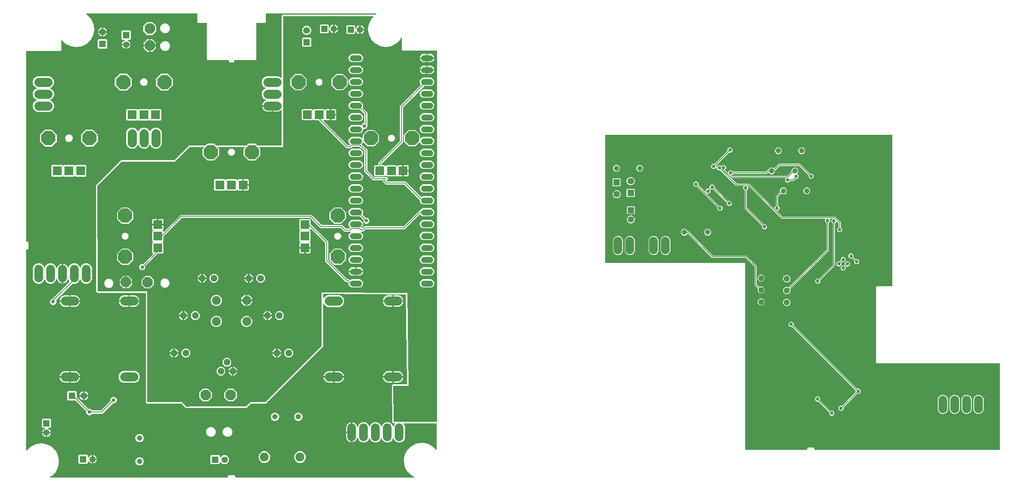
<source format=gbl>
%MOIN*%
%OFA0B0*%
%FSLAX34Y34*%
%IPPOS*%
%LPD*%
%AMOC8*
5,1,8,0,0,$1,22.5*%
%AMOC80*
5,1,8,0,0,$1,22.5*%
%ADD10C,0.045000000000000005*%
%ADD11R,0.053149606299212608X0.053149606299212608*%
%ADD12C,0.053149606299212608*%
%ADD13P,0.051477440944881894X8X292.5*%
%ADD14C,0.074*%
%ADD15C,0.055433070866141729*%
%ADD16R,0.055433070866141729X0.055433070866141729*%
%ADD17C,0.006000000000000001*%
%ADD18C,0.029779527559055118*%
%ADD29P,0.092003149606299212X8X202.5*%
%ADD30R,0.053149606299212608X0.053149606299212608*%
%ADD31C,0.053149606299212608*%
%ADD32C,0.055433070866141729*%
%ADD33R,0.055433070866141729X0.055433070866141729*%
%ADD34C,0.076771653543307089*%
%ADD35P,0.092003149606299212X8X22.5*%
%ADD36P,0.056284291338582683X8X22.5*%
%ADD37C,0.051496062992125988*%
%ADD38R,0.074X0.074*%
%ADD39P,0.12784133858267718X8X292.5*%
%ADD40P,0.12784133858267718X8X22.5*%
%ADD41P,0.12784133858267718X8X202.5*%
%ADD42P,0.056284291338582683X8X202.5*%
%ADD43C,0.074*%
%ADD44C,0.077*%
%ADD45C,0.074*%
%ADD46C,0.045000000000000005*%
%ADD47C,0.006000000000000001*%
%ADD48C,0.029779527559055118*%
G75*
%LPD*%
G01*
G36*
X0082478Y0020572D02*
X0082478Y0020572D01*
X0082478Y0020572D01*
X0082482Y0020573D01*
X0082486Y0020574D01*
X0082486Y0020574D01*
X0082486Y0020574D01*
X0082489Y0020576D01*
X0082492Y0020578D01*
X0082492Y0020578D01*
X0082492Y0020578D01*
X0082494Y0020581D01*
X0082496Y0020585D01*
X0082496Y0020585D01*
X0082497Y0020585D01*
X0082498Y0020592D01*
X0082498Y0020710D01*
X0082556Y0020769D01*
X0083033Y0020769D01*
X0083092Y0020710D01*
X0083092Y0020592D01*
X0083092Y0020592D01*
X0083092Y0020592D01*
X0083092Y0020588D01*
X0083093Y0020584D01*
X0083093Y0020584D01*
X0083093Y0020584D01*
X0083096Y0020581D01*
X0083098Y0020578D01*
X0083098Y0020578D01*
X0083098Y0020577D01*
X0083101Y0020575D01*
X0083104Y0020573D01*
X0083104Y0020573D01*
X0083105Y0020573D01*
X0083112Y0020572D01*
X0098698Y0020572D01*
X0098699Y0020572D01*
X0098699Y0020572D01*
X0098702Y0020573D01*
X0098706Y0020574D01*
X0098706Y0020574D01*
X0098707Y0020574D01*
X0098710Y0020576D01*
X0098713Y0020578D01*
X0098713Y0020578D01*
X0098713Y0020578D01*
X0098715Y0020581D01*
X0098717Y0020585D01*
X0098717Y0020585D01*
X0098717Y0020585D01*
X0098718Y0020592D01*
X0098718Y0027832D01*
X0098718Y0027832D01*
X0098718Y0027833D01*
X0098718Y0027836D01*
X0098717Y0027840D01*
X0098717Y0027840D01*
X0098717Y0027840D01*
X0098714Y0027843D01*
X0098712Y0027847D01*
X0098712Y0027847D01*
X0098712Y0027847D01*
X0098709Y0027849D01*
X0098706Y0027851D01*
X0098706Y0027851D01*
X0098705Y0027851D01*
X0098698Y0027852D01*
X0088344Y0027852D01*
X0088285Y0027911D01*
X0088285Y0034293D01*
X0088344Y0034351D01*
X0089643Y0034351D01*
X0089643Y0034352D01*
X0089644Y0034351D01*
X0089647Y0034352D01*
X0089651Y0034353D01*
X0089651Y0034353D01*
X0089651Y0034353D01*
X0089654Y0034355D01*
X0089658Y0034357D01*
X0089658Y0034358D01*
X0089658Y0034358D01*
X0089660Y0034361D01*
X0089662Y0034364D01*
X0089662Y0034364D01*
X0089662Y0034365D01*
X0089663Y0034371D01*
X0089663Y0047124D01*
X0089663Y0047124D01*
X0089663Y0047124D01*
X0089662Y0047128D01*
X0089662Y0047131D01*
X0089662Y0047132D01*
X0089662Y0047132D01*
X0089659Y0047135D01*
X0089657Y0047138D01*
X0089657Y0047138D01*
X0089657Y0047138D01*
X0089654Y0047140D01*
X0089651Y0047142D01*
X0089650Y0047142D01*
X0089650Y0047142D01*
X0089643Y0047144D01*
X0065474Y0047144D01*
X0065474Y0047144D01*
X0065473Y0047144D01*
X0065470Y0047143D01*
X0065466Y0047142D01*
X0065466Y0047142D01*
X0065466Y0047142D01*
X0065463Y0047140D01*
X0065460Y0047138D01*
X0065459Y0047137D01*
X0065459Y0047137D01*
X0065457Y0047134D01*
X0065455Y0047131D01*
X0065455Y0047131D01*
X0065455Y0047131D01*
X0065454Y0047124D01*
X0065454Y0036340D01*
X0065454Y0036340D01*
X0065454Y0036340D01*
X0065455Y0036336D01*
X0065455Y0036332D01*
X0065456Y0036332D01*
X0065456Y0036332D01*
X0065458Y0036329D01*
X0065460Y0036326D01*
X0065460Y0036326D01*
X0065460Y0036325D01*
X0065463Y0036323D01*
X0065466Y0036321D01*
X0065467Y0036321D01*
X0065467Y0036321D01*
X0065474Y0036320D01*
X0077206Y0036320D01*
X0077265Y0036261D01*
X0077265Y0020592D01*
X0077265Y0020592D01*
X0077265Y0020592D01*
X0077266Y0020588D01*
X0077266Y0020584D01*
X0077267Y0020584D01*
X0077267Y0020584D01*
X0077269Y0020581D01*
X0077271Y0020578D01*
X0077271Y0020578D01*
X0077271Y0020577D01*
X0077274Y0020575D01*
X0077277Y0020573D01*
X0077278Y0020573D01*
X0077278Y0020573D01*
X0077285Y0020572D01*
X0082478Y0020572D01*
X0082478Y0020572D01*
G37*
%LPC*%
G36*
X0080641Y0033695D02*
X0080641Y0033695D01*
X0080466Y0033870D01*
X0080466Y0034117D01*
X0080641Y0034291D01*
X0080887Y0034291D01*
X0080912Y0034266D01*
X0080913Y0034266D01*
X0080913Y0034266D01*
X0080916Y0034264D01*
X0080919Y0034262D01*
X0080919Y0034262D01*
X0080919Y0034262D01*
X0080923Y0034261D01*
X0080927Y0034260D01*
X0080927Y0034260D01*
X0080927Y0034260D01*
X0080931Y0034261D01*
X0080934Y0034262D01*
X0080935Y0034262D01*
X0080935Y0034262D01*
X0080941Y0034266D01*
X0084098Y0037423D01*
X0084098Y0037424D01*
X0084098Y0037424D01*
X0084100Y0037427D01*
X0084102Y0037430D01*
X0084102Y0037430D01*
X0084103Y0037431D01*
X0084104Y0037437D01*
X0084104Y0039698D01*
X0084104Y0039699D01*
X0084104Y0039699D01*
X0084103Y0039702D01*
X0084102Y0039706D01*
X0084102Y0039706D01*
X0084102Y0039707D01*
X0084098Y0039712D01*
X0083985Y0039825D01*
X0083985Y0039998D01*
X0084014Y0040028D01*
X0084014Y0040028D01*
X0084014Y0040028D01*
X0084016Y0040031D01*
X0084019Y0040034D01*
X0084019Y0040034D01*
X0084019Y0040035D01*
X0084019Y0040038D01*
X0084020Y0040042D01*
X0084020Y0040042D01*
X0084020Y0040042D01*
X0084019Y0040046D01*
X0084018Y0040050D01*
X0084018Y0040050D01*
X0084018Y0040050D01*
X0084016Y0040053D01*
X0084014Y0040056D01*
X0084014Y0040056D01*
X0084014Y0040056D01*
X0084011Y0040059D01*
X0084007Y0040061D01*
X0084007Y0040061D01*
X0084007Y0040061D01*
X0084000Y0040062D01*
X0080317Y0040062D01*
X0077562Y0042816D01*
X0077562Y0042816D01*
X0077562Y0042816D01*
X0077559Y0042818D01*
X0077556Y0042820D01*
X0077556Y0042820D01*
X0077555Y0042821D01*
X0077548Y0042822D01*
X0077488Y0042822D01*
X0077487Y0042822D01*
X0077487Y0042822D01*
X0077484Y0042821D01*
X0077480Y0042820D01*
X0077480Y0042820D01*
X0077480Y0042820D01*
X0077476Y0042818D01*
X0077473Y0042816D01*
X0077473Y0042816D01*
X0077473Y0042816D01*
X0077471Y0042812D01*
X0077469Y0042809D01*
X0077469Y0042809D01*
X0077469Y0042809D01*
X0077468Y0042805D01*
X0077468Y0042802D01*
X0077468Y0042801D01*
X0077468Y0042801D01*
X0077468Y0042798D01*
X0077469Y0042794D01*
X0077469Y0042794D01*
X0077469Y0042794D01*
X0077473Y0042788D01*
X0077503Y0042758D01*
X0077503Y0042585D01*
X0077390Y0042472D01*
X0077390Y0042472D01*
X0077389Y0042472D01*
X0077387Y0042469D01*
X0077385Y0042466D01*
X0077385Y0042465D01*
X0077385Y0042465D01*
X0077384Y0042458D01*
X0077384Y0041028D01*
X0077384Y0041028D01*
X0077384Y0041028D01*
X0077385Y0041024D01*
X0077385Y0041020D01*
X0077386Y0041020D01*
X0077386Y0041020D01*
X0077390Y0041014D01*
X0078805Y0039599D01*
X0078805Y0039599D01*
X0078805Y0039599D01*
X0078808Y0039597D01*
X0078811Y0039595D01*
X0078812Y0039595D01*
X0078812Y0039594D01*
X0078819Y0039593D01*
X0078966Y0039593D01*
X0079089Y0039471D01*
X0079089Y0039298D01*
X0078966Y0039175D01*
X0078793Y0039175D01*
X0078671Y0039298D01*
X0078671Y0039470D01*
X0078671Y0039470D01*
X0078671Y0039471D01*
X0078670Y0039474D01*
X0078669Y0039478D01*
X0078669Y0039478D01*
X0078669Y0039478D01*
X0078665Y0039484D01*
X0077262Y0040887D01*
X0077204Y0040945D01*
X0077204Y0042458D01*
X0077204Y0042459D01*
X0077204Y0042459D01*
X0077203Y0042462D01*
X0077202Y0042466D01*
X0077202Y0042466D01*
X0077202Y0042467D01*
X0077198Y0042472D01*
X0077085Y0042585D01*
X0077085Y0042758D01*
X0077114Y0042788D01*
X0077114Y0042788D01*
X0077114Y0042788D01*
X0077116Y0042791D01*
X0077119Y0042794D01*
X0077119Y0042795D01*
X0077119Y0042795D01*
X0077119Y0042798D01*
X0077120Y0042802D01*
X0077120Y0042802D01*
X0077120Y0042802D01*
X0077119Y0042806D01*
X0077118Y0042810D01*
X0077118Y0042810D01*
X0077118Y0042810D01*
X0077116Y0042813D01*
X0077114Y0042816D01*
X0077114Y0042816D01*
X0077114Y0042816D01*
X0077111Y0042819D01*
X0077107Y0042821D01*
X0077107Y0042821D01*
X0077107Y0042821D01*
X0077100Y0042822D01*
X0076477Y0042822D01*
X0076418Y0042880D01*
X0075161Y0044137D01*
X0075161Y0044137D01*
X0075161Y0044138D01*
X0075158Y0044140D01*
X0075155Y0044142D01*
X0075154Y0044142D01*
X0075154Y0044142D01*
X0075147Y0044143D01*
X0074987Y0044143D01*
X0074865Y0044265D01*
X0074865Y0044438D01*
X0074987Y0044561D01*
X0075160Y0044561D01*
X0075240Y0044482D01*
X0075240Y0044481D01*
X0075240Y0044481D01*
X0075243Y0044479D01*
X0075246Y0044477D01*
X0075246Y0044477D01*
X0075247Y0044477D01*
X0075250Y0044476D01*
X0075254Y0044476D01*
X0075254Y0044476D01*
X0075254Y0044476D01*
X0075258Y0044477D01*
X0075262Y0044477D01*
X0075262Y0044477D01*
X0075262Y0044477D01*
X0075268Y0044482D01*
X0075347Y0044561D01*
X0075520Y0044561D01*
X0075643Y0044438D01*
X0075643Y0044265D01*
X0075569Y0044192D01*
X0075569Y0044192D01*
X0075569Y0044192D01*
X0075567Y0044189D01*
X0075565Y0044185D01*
X0075565Y0044185D01*
X0075565Y0044185D01*
X0075564Y0044181D01*
X0075564Y0044178D01*
X0075564Y0044177D01*
X0075564Y0044177D01*
X0075564Y0044174D01*
X0075565Y0044170D01*
X0075565Y0044170D01*
X0075565Y0044170D01*
X0075569Y0044164D01*
X0075791Y0043942D01*
X0075791Y0043942D01*
X0075791Y0043942D01*
X0075794Y0043940D01*
X0075797Y0043938D01*
X0075797Y0043938D01*
X0075798Y0043938D01*
X0075801Y0043937D01*
X0075805Y0043936D01*
X0075805Y0043936D01*
X0075805Y0043936D01*
X0075809Y0043937D01*
X0075813Y0043938D01*
X0075813Y0043938D01*
X0075813Y0043938D01*
X0075816Y0043940D01*
X0075819Y0043943D01*
X0075819Y0043943D01*
X0075819Y0043943D01*
X0075822Y0043946D01*
X0075824Y0043949D01*
X0075824Y0043949D01*
X0075824Y0043949D01*
X0075825Y0043956D01*
X0075825Y0044018D01*
X0075947Y0044141D01*
X0076120Y0044141D01*
X0076233Y0044028D01*
X0076234Y0044028D01*
X0076234Y0044027D01*
X0076237Y0044025D01*
X0076240Y0044023D01*
X0076240Y0044023D01*
X0076241Y0044023D01*
X0076248Y0044022D01*
X0078988Y0044022D01*
X0078989Y0044022D01*
X0078989Y0044022D01*
X0078992Y0044023D01*
X0078996Y0044024D01*
X0078996Y0044024D01*
X0078997Y0044024D01*
X0079002Y0044028D01*
X0079177Y0044202D01*
X0079207Y0044202D01*
X0079207Y0044202D01*
X0079207Y0044202D01*
X0079211Y0044203D01*
X0079214Y0044204D01*
X0079215Y0044204D01*
X0079215Y0044204D01*
X0079218Y0044206D01*
X0079221Y0044208D01*
X0079221Y0044208D01*
X0079221Y0044208D01*
X0079225Y0044214D01*
X0079238Y0044246D01*
X0079319Y0044327D01*
X0079347Y0044338D01*
X0079395Y0044358D01*
X0079423Y0044370D01*
X0079537Y0044370D01*
X0079643Y0044326D01*
X0079644Y0044325D01*
X0079647Y0044323D01*
X0079647Y0044323D01*
X0079647Y0044323D01*
X0079654Y0044322D01*
X0079708Y0044322D01*
X0079709Y0044322D01*
X0079709Y0044322D01*
X0079712Y0044323D01*
X0079716Y0044324D01*
X0079716Y0044324D01*
X0079717Y0044324D01*
X0079722Y0044328D01*
X0080077Y0044682D01*
X0081891Y0044682D01*
X0081950Y0044623D01*
X0082726Y0043847D01*
X0082727Y0043847D01*
X0082727Y0043846D01*
X0082730Y0043844D01*
X0082733Y0043842D01*
X0082733Y0043842D01*
X0082734Y0043842D01*
X0082740Y0043841D01*
X0082900Y0043841D01*
X0083023Y0043718D01*
X0083023Y0043545D01*
X0082900Y0043423D01*
X0082727Y0043423D01*
X0082605Y0043545D01*
X0082605Y0043705D01*
X0082605Y0043706D01*
X0082605Y0043706D01*
X0082604Y0043709D01*
X0082603Y0043713D01*
X0082603Y0043713D01*
X0082603Y0043714D01*
X0082599Y0043719D01*
X0081822Y0044496D01*
X0081822Y0044496D01*
X0081822Y0044496D01*
X0081819Y0044498D01*
X0081816Y0044500D01*
X0081816Y0044500D01*
X0081815Y0044501D01*
X0081808Y0044502D01*
X0080159Y0044502D01*
X0080159Y0044502D01*
X0080159Y0044502D01*
X0080155Y0044501D01*
X0080152Y0044500D01*
X0080151Y0044500D01*
X0080151Y0044500D01*
X0080145Y0044496D01*
X0079791Y0044142D01*
X0079785Y0044142D01*
X0079785Y0044142D01*
X0079785Y0044142D01*
X0079781Y0044141D01*
X0079777Y0044140D01*
X0079777Y0044140D01*
X0079777Y0044140D01*
X0079774Y0044138D01*
X0079771Y0044136D01*
X0079771Y0044136D01*
X0079770Y0044136D01*
X0079768Y0044132D01*
X0079766Y0044129D01*
X0079766Y0044129D01*
X0079766Y0044129D01*
X0079765Y0044122D01*
X0079765Y0044028D01*
X0079722Y0043923D01*
X0079641Y0043843D01*
X0079624Y0043836D01*
X0079624Y0043836D01*
X0079576Y0043816D01*
X0079537Y0043800D01*
X0079423Y0043800D01*
X0079319Y0043843D01*
X0079238Y0043923D01*
X0079225Y0043956D01*
X0079225Y0043957D01*
X0079225Y0043957D01*
X0079222Y0043960D01*
X0079220Y0043963D01*
X0079220Y0043963D01*
X0079220Y0043963D01*
X0079217Y0043965D01*
X0079214Y0043967D01*
X0079214Y0043967D01*
X0079213Y0043967D01*
X0079210Y0043968D01*
X0079206Y0043969D01*
X0079206Y0043969D01*
X0079206Y0043969D01*
X0079202Y0043968D01*
X0079198Y0043967D01*
X0079198Y0043967D01*
X0079198Y0043967D01*
X0079192Y0043963D01*
X0079071Y0043842D01*
X0076248Y0043842D01*
X0076247Y0043842D01*
X0076247Y0043842D01*
X0076243Y0043841D01*
X0076240Y0043840D01*
X0076240Y0043840D01*
X0076239Y0043840D01*
X0076233Y0043836D01*
X0076120Y0043723D01*
X0076058Y0043723D01*
X0076058Y0043723D01*
X0076058Y0043723D01*
X0076054Y0043722D01*
X0076051Y0043721D01*
X0076050Y0043721D01*
X0076050Y0043721D01*
X0076047Y0043719D01*
X0076044Y0043717D01*
X0076044Y0043717D01*
X0076044Y0043717D01*
X0076042Y0043714D01*
X0076040Y0043710D01*
X0076040Y0043710D01*
X0076040Y0043710D01*
X0076039Y0043706D01*
X0076038Y0043703D01*
X0076038Y0043703D01*
X0076038Y0043702D01*
X0076039Y0043699D01*
X0076040Y0043695D01*
X0076040Y0043695D01*
X0076040Y0043695D01*
X0076044Y0043689D01*
X0076065Y0043668D01*
X0076066Y0043668D01*
X0076066Y0043667D01*
X0076069Y0043665D01*
X0076072Y0043663D01*
X0076072Y0043663D01*
X0076072Y0043663D01*
X0076079Y0043662D01*
X0080788Y0043662D01*
X0080789Y0043662D01*
X0080789Y0043662D01*
X0080792Y0043663D01*
X0080796Y0043664D01*
X0080796Y0043664D01*
X0080797Y0043664D01*
X0080802Y0043668D01*
X0081158Y0044023D01*
X0081158Y0044023D01*
X0081158Y0044023D01*
X0081158Y0044024D01*
X0081160Y0044027D01*
X0081162Y0044030D01*
X0081162Y0044030D01*
X0081162Y0044030D01*
X0081162Y0044030D01*
X0081162Y0044030D01*
X0081164Y0044037D01*
X0081164Y0044142D01*
X0081207Y0044246D01*
X0081287Y0044327D01*
X0081316Y0044338D01*
X0081364Y0044358D01*
X0081392Y0044370D01*
X0081505Y0044370D01*
X0081610Y0044327D01*
X0081690Y0044246D01*
X0081734Y0044142D01*
X0081734Y0044028D01*
X0081690Y0043923D01*
X0081638Y0043871D01*
X0081638Y0043871D01*
X0081638Y0043871D01*
X0081636Y0043868D01*
X0081634Y0043865D01*
X0081634Y0043865D01*
X0081634Y0043864D01*
X0081633Y0043861D01*
X0081632Y0043857D01*
X0081632Y0043857D01*
X0081632Y0043857D01*
X0081633Y0043853D01*
X0081634Y0043849D01*
X0081634Y0043849D01*
X0081634Y0043849D01*
X0081638Y0043843D01*
X0081763Y0043718D01*
X0081763Y0043545D01*
X0081640Y0043423D01*
X0081522Y0043423D01*
X0081522Y0043423D01*
X0081521Y0043423D01*
X0081518Y0043422D01*
X0081514Y0043421D01*
X0081514Y0043421D01*
X0081514Y0043421D01*
X0081508Y0043417D01*
X0081378Y0043288D01*
X0081320Y0043229D01*
X0081048Y0043229D01*
X0081048Y0043229D01*
X0081048Y0043229D01*
X0081044Y0043228D01*
X0081041Y0043227D01*
X0081040Y0043227D01*
X0081040Y0043227D01*
X0081034Y0043223D01*
X0080921Y0043110D01*
X0080748Y0043110D01*
X0080626Y0043232D01*
X0080626Y0043406D01*
X0080668Y0043448D01*
X0080668Y0043448D01*
X0080668Y0043448D01*
X0080670Y0043451D01*
X0080672Y0043454D01*
X0080672Y0043455D01*
X0080672Y0043455D01*
X0080673Y0043458D01*
X0080674Y0043462D01*
X0080674Y0043462D01*
X0080674Y0043462D01*
X0080673Y0043466D01*
X0080672Y0043470D01*
X0080672Y0043470D01*
X0080672Y0043470D01*
X0080670Y0043473D01*
X0080668Y0043476D01*
X0080667Y0043476D01*
X0080667Y0043476D01*
X0080664Y0043479D01*
X0080661Y0043481D01*
X0080661Y0043481D01*
X0080661Y0043481D01*
X0080654Y0043482D01*
X0076119Y0043482D01*
X0076119Y0043482D01*
X0076119Y0043482D01*
X0076115Y0043481D01*
X0076112Y0043480D01*
X0076112Y0043480D01*
X0076111Y0043480D01*
X0076108Y0043478D01*
X0076105Y0043476D01*
X0076105Y0043476D01*
X0076105Y0043476D01*
X0076103Y0043472D01*
X0076101Y0043469D01*
X0076101Y0043469D01*
X0076101Y0043469D01*
X0076100Y0043465D01*
X0076099Y0043462D01*
X0076099Y0043461D01*
X0076099Y0043461D01*
X0076100Y0043458D01*
X0076101Y0043454D01*
X0076101Y0043454D01*
X0076101Y0043454D01*
X0076105Y0043448D01*
X0076545Y0043008D01*
X0076546Y0043008D01*
X0076546Y0043007D01*
X0076549Y0043005D01*
X0076552Y0043003D01*
X0076552Y0043003D01*
X0076552Y0043003D01*
X0076559Y0043002D01*
X0077631Y0043002D01*
X0079691Y0040942D01*
X0079691Y0040942D01*
X0079691Y0040942D01*
X0079694Y0040940D01*
X0079697Y0040938D01*
X0079697Y0040938D01*
X0079698Y0040938D01*
X0079701Y0040937D01*
X0079705Y0040936D01*
X0079705Y0040936D01*
X0079705Y0040936D01*
X0079709Y0040937D01*
X0079713Y0040938D01*
X0079713Y0040938D01*
X0079713Y0040938D01*
X0079716Y0040940D01*
X0079719Y0040943D01*
X0079719Y0040943D01*
X0079719Y0040943D01*
X0079722Y0040946D01*
X0079724Y0040949D01*
X0079724Y0040949D01*
X0079724Y0040949D01*
X0079725Y0040956D01*
X0079725Y0041018D01*
X0079838Y0041132D01*
X0079838Y0041132D01*
X0079838Y0041132D01*
X0079840Y0041135D01*
X0079842Y0041138D01*
X0079842Y0041138D01*
X0079843Y0041139D01*
X0079844Y0041146D01*
X0079844Y0041989D01*
X0080185Y0042330D01*
X0080185Y0042331D01*
X0080185Y0042331D01*
X0080187Y0042334D01*
X0080189Y0042337D01*
X0080189Y0042337D01*
X0080190Y0042338D01*
X0080191Y0042345D01*
X0080191Y0042458D01*
X0080234Y0042563D01*
X0080314Y0042643D01*
X0080357Y0042661D01*
X0080405Y0042681D01*
X0080419Y0042687D01*
X0080533Y0042687D01*
X0080637Y0042643D01*
X0080717Y0042563D01*
X0080761Y0042458D01*
X0080761Y0042345D01*
X0080717Y0042240D01*
X0080637Y0042160D01*
X0080634Y0042158D01*
X0080586Y0042139D01*
X0080538Y0042119D01*
X0080533Y0042116D01*
X0080419Y0042116D01*
X0080314Y0042160D01*
X0080306Y0042168D01*
X0080306Y0042168D01*
X0080306Y0042169D01*
X0080302Y0042171D01*
X0080299Y0042173D01*
X0080299Y0042173D01*
X0080299Y0042173D01*
X0080295Y0042174D01*
X0080292Y0042174D01*
X0080291Y0042174D01*
X0080291Y0042174D01*
X0080287Y0042173D01*
X0080284Y0042173D01*
X0080284Y0042172D01*
X0080283Y0042172D01*
X0080278Y0042168D01*
X0080030Y0041920D01*
X0080030Y0041920D01*
X0080029Y0041920D01*
X0080027Y0041917D01*
X0080025Y0041914D01*
X0080025Y0041914D01*
X0080025Y0041913D01*
X0080024Y0041906D01*
X0080024Y0041146D01*
X0080024Y0041145D01*
X0080024Y0041145D01*
X0080025Y0041142D01*
X0080025Y0041138D01*
X0080026Y0041138D01*
X0080026Y0041137D01*
X0080030Y0041132D01*
X0080143Y0041018D01*
X0080143Y0040845D01*
X0080020Y0040723D01*
X0079958Y0040723D01*
X0079958Y0040723D01*
X0079958Y0040723D01*
X0079954Y0040722D01*
X0079951Y0040721D01*
X0079950Y0040721D01*
X0079950Y0040721D01*
X0079947Y0040719D01*
X0079944Y0040717D01*
X0079944Y0040717D01*
X0079944Y0040717D01*
X0079942Y0040714D01*
X0079940Y0040710D01*
X0079940Y0040710D01*
X0079940Y0040710D01*
X0079939Y0040706D01*
X0079938Y0040703D01*
X0079938Y0040703D01*
X0079938Y0040702D01*
X0079939Y0040699D01*
X0079940Y0040695D01*
X0079940Y0040695D01*
X0079940Y0040695D01*
X0079944Y0040689D01*
X0080385Y0040248D01*
X0080386Y0040248D01*
X0080386Y0040247D01*
X0080389Y0040245D01*
X0080392Y0040243D01*
X0080392Y0040243D01*
X0080392Y0040243D01*
X0080399Y0040242D01*
X0084831Y0040242D01*
X0085304Y0039769D01*
X0085304Y0039346D01*
X0085304Y0039345D01*
X0085304Y0039345D01*
X0085305Y0039341D01*
X0085305Y0039338D01*
X0085306Y0039338D01*
X0085306Y0039337D01*
X0085310Y0039332D01*
X0085423Y0039218D01*
X0085423Y0039045D01*
X0085300Y0038923D01*
X0085127Y0038923D01*
X0085005Y0039045D01*
X0085005Y0039218D01*
X0085118Y0039332D01*
X0085118Y0039332D01*
X0085118Y0039332D01*
X0085120Y0039335D01*
X0085122Y0039338D01*
X0085122Y0039338D01*
X0085123Y0039339D01*
X0085124Y0039346D01*
X0085124Y0039686D01*
X0085124Y0039687D01*
X0085124Y0039687D01*
X0085123Y0039691D01*
X0085122Y0039694D01*
X0085122Y0039694D01*
X0085122Y0039695D01*
X0085118Y0039700D01*
X0084977Y0039842D01*
X0084977Y0039842D01*
X0084977Y0039842D01*
X0084974Y0039844D01*
X0084970Y0039846D01*
X0084970Y0039846D01*
X0084970Y0039846D01*
X0084966Y0039847D01*
X0084963Y0039847D01*
X0084962Y0039847D01*
X0084962Y0039847D01*
X0084959Y0039847D01*
X0084955Y0039846D01*
X0084955Y0039846D01*
X0084955Y0039846D01*
X0084951Y0039844D01*
X0084948Y0039841D01*
X0084948Y0039841D01*
X0084948Y0039841D01*
X0084946Y0039838D01*
X0084944Y0039835D01*
X0084944Y0039835D01*
X0084944Y0039834D01*
X0084943Y0039827D01*
X0084943Y0039765D01*
X0084830Y0039652D01*
X0084830Y0039652D01*
X0084829Y0039652D01*
X0084827Y0039649D01*
X0084825Y0039646D01*
X0084825Y0039645D01*
X0084825Y0039645D01*
X0084824Y0039638D01*
X0084824Y0036119D01*
X0083583Y0034879D01*
X0083583Y0034878D01*
X0083583Y0034878D01*
X0083581Y0034875D01*
X0083579Y0034872D01*
X0083579Y0034872D01*
X0083579Y0034872D01*
X0083577Y0034865D01*
X0083577Y0034705D01*
X0083455Y0034582D01*
X0083282Y0034582D01*
X0083159Y0034705D01*
X0083159Y0034878D01*
X0083282Y0035000D01*
X0083442Y0035000D01*
X0083442Y0035000D01*
X0083442Y0035000D01*
X0083446Y0035001D01*
X0083449Y0035002D01*
X0083450Y0035002D01*
X0083450Y0035002D01*
X0083456Y0035006D01*
X0084638Y0036188D01*
X0084638Y0036188D01*
X0084638Y0036189D01*
X0084640Y0036192D01*
X0084642Y0036195D01*
X0084642Y0036195D01*
X0084643Y0036195D01*
X0084644Y0036202D01*
X0084644Y0039638D01*
X0084644Y0039639D01*
X0084644Y0039639D01*
X0084643Y0039642D01*
X0084642Y0039646D01*
X0084642Y0039646D01*
X0084642Y0039647D01*
X0084638Y0039652D01*
X0084525Y0039765D01*
X0084525Y0039938D01*
X0084614Y0040028D01*
X0084614Y0040028D01*
X0084614Y0040028D01*
X0084616Y0040031D01*
X0084619Y0040034D01*
X0084619Y0040034D01*
X0084619Y0040035D01*
X0084619Y0040038D01*
X0084620Y0040042D01*
X0084620Y0040042D01*
X0084620Y0040042D01*
X0084619Y0040046D01*
X0084618Y0040050D01*
X0084618Y0040050D01*
X0084618Y0040050D01*
X0084616Y0040053D01*
X0084614Y0040056D01*
X0084614Y0040056D01*
X0084614Y0040056D01*
X0084611Y0040059D01*
X0084607Y0040061D01*
X0084607Y0040061D01*
X0084607Y0040061D01*
X0084600Y0040062D01*
X0084388Y0040062D01*
X0084387Y0040062D01*
X0084387Y0040062D01*
X0084384Y0040061D01*
X0084380Y0040060D01*
X0084380Y0040060D01*
X0084380Y0040060D01*
X0084376Y0040058D01*
X0084373Y0040056D01*
X0084373Y0040056D01*
X0084373Y0040056D01*
X0084371Y0040052D01*
X0084369Y0040049D01*
X0084369Y0040049D01*
X0084369Y0040049D01*
X0084368Y0040045D01*
X0084368Y0040042D01*
X0084368Y0040041D01*
X0084368Y0040041D01*
X0084368Y0040038D01*
X0084369Y0040034D01*
X0084369Y0040034D01*
X0084369Y0040034D01*
X0084373Y0040028D01*
X0084403Y0039998D01*
X0084403Y0039825D01*
X0084290Y0039712D01*
X0084290Y0039712D01*
X0084289Y0039712D01*
X0084287Y0039709D01*
X0084285Y0039706D01*
X0084285Y0039705D01*
X0084285Y0039705D01*
X0084284Y0039698D01*
X0084284Y0037355D01*
X0081068Y0034139D01*
X0081068Y0034138D01*
X0081067Y0034138D01*
X0081065Y0034135D01*
X0081063Y0034132D01*
X0081063Y0034132D01*
X0081063Y0034131D01*
X0081062Y0034124D01*
X0081062Y0033870D01*
X0080887Y0033695D01*
X0080641Y0033695D01*
G37*
%LPD*%
%LPC*%
G36*
X0078480Y0033749D02*
X0078480Y0033749D01*
X0078306Y0033923D01*
X0078306Y0034170D01*
X0078313Y0034177D01*
X0078313Y0034177D01*
X0078313Y0034177D01*
X0078315Y0034181D01*
X0078317Y0034184D01*
X0078317Y0034184D01*
X0078317Y0034184D01*
X0078318Y0034188D01*
X0078319Y0034192D01*
X0078319Y0034192D01*
X0078319Y0034192D01*
X0078318Y0034196D01*
X0078317Y0034199D01*
X0078317Y0034199D01*
X0078317Y0034200D01*
X0078313Y0034205D01*
X0078044Y0034475D01*
X0078044Y0036026D01*
X0078044Y0036027D01*
X0078044Y0036027D01*
X0078043Y0036031D01*
X0078042Y0036034D01*
X0078042Y0036034D01*
X0078042Y0036035D01*
X0078038Y0036040D01*
X0077322Y0036756D01*
X0077322Y0036756D01*
X0077322Y0036756D01*
X0077319Y0036758D01*
X0077316Y0036760D01*
X0077316Y0036760D01*
X0077315Y0036761D01*
X0077308Y0036762D01*
X0074437Y0036762D01*
X0074378Y0036820D01*
X0072408Y0038790D01*
X0072408Y0038790D01*
X0072408Y0038791D01*
X0072405Y0038793D01*
X0072401Y0038795D01*
X0072401Y0038795D01*
X0072401Y0038795D01*
X0072397Y0038796D01*
X0072394Y0038796D01*
X0072394Y0038796D01*
X0072393Y0038796D01*
X0072390Y0038795D01*
X0072386Y0038795D01*
X0072386Y0038795D01*
X0072386Y0038794D01*
X0072383Y0038792D01*
X0072380Y0038790D01*
X0072379Y0038790D01*
X0072379Y0038790D01*
X0072376Y0038784D01*
X0072363Y0038753D01*
X0072282Y0038673D01*
X0072261Y0038664D01*
X0072212Y0038644D01*
X0072178Y0038629D01*
X0072064Y0038629D01*
X0071960Y0038673D01*
X0071879Y0038753D01*
X0071836Y0038858D01*
X0071836Y0038971D01*
X0071879Y0039076D01*
X0071960Y0039156D01*
X0071984Y0039166D01*
X0071984Y0039166D01*
X0072032Y0039186D01*
X0072064Y0039199D01*
X0072178Y0039199D01*
X0072282Y0039156D01*
X0072363Y0039076D01*
X0072396Y0038994D01*
X0072397Y0038994D01*
X0072397Y0038994D01*
X0072399Y0038991D01*
X0072401Y0038988D01*
X0072401Y0038988D01*
X0072401Y0038987D01*
X0072404Y0038985D01*
X0072407Y0038983D01*
X0072408Y0038983D01*
X0072408Y0038983D01*
X0072415Y0038982D01*
X0072471Y0038982D01*
X0074505Y0036948D01*
X0074505Y0036948D01*
X0074506Y0036947D01*
X0074509Y0036945D01*
X0074512Y0036943D01*
X0074512Y0036943D01*
X0074512Y0036943D01*
X0074519Y0036942D01*
X0077391Y0036942D01*
X0078224Y0036109D01*
X0078224Y0034557D01*
X0078224Y0034557D01*
X0078224Y0034557D01*
X0078225Y0034553D01*
X0078225Y0034550D01*
X0078226Y0034550D01*
X0078226Y0034549D01*
X0078230Y0034543D01*
X0078440Y0034333D01*
X0078440Y0034333D01*
X0078441Y0034332D01*
X0078444Y0034331D01*
X0078447Y0034328D01*
X0078447Y0034328D01*
X0078447Y0034328D01*
X0078451Y0034328D01*
X0078455Y0034327D01*
X0078455Y0034327D01*
X0078455Y0034327D01*
X0078459Y0034328D01*
X0078462Y0034329D01*
X0078463Y0034329D01*
X0078463Y0034329D01*
X0078469Y0034333D01*
X0078480Y0034345D01*
X0078727Y0034345D01*
X0078902Y0034170D01*
X0078902Y0033923D01*
X0078727Y0033749D01*
X0078480Y0033749D01*
G37*
%LPD*%
%LPC*%
G36*
X0085247Y0023863D02*
X0085247Y0023863D01*
X0085125Y0023985D01*
X0085125Y0024158D01*
X0085247Y0024281D01*
X0085407Y0024281D01*
X0085407Y0024281D01*
X0085408Y0024281D01*
X0085411Y0024282D01*
X0085415Y0024282D01*
X0085415Y0024283D01*
X0085415Y0024283D01*
X0085421Y0024287D01*
X0086559Y0025425D01*
X0086559Y0025425D01*
X0086559Y0025425D01*
X0086561Y0025428D01*
X0086563Y0025431D01*
X0086563Y0025431D01*
X0086564Y0025432D01*
X0086565Y0025439D01*
X0086565Y0025585D01*
X0086565Y0025586D01*
X0086565Y0025586D01*
X0086564Y0025589D01*
X0086563Y0025593D01*
X0086563Y0025593D01*
X0086563Y0025594D01*
X0086559Y0025599D01*
X0081221Y0030937D01*
X0081221Y0030937D01*
X0081221Y0030938D01*
X0081218Y0030940D01*
X0081215Y0030942D01*
X0081214Y0030942D01*
X0081214Y0030942D01*
X0081207Y0030943D01*
X0081047Y0030943D01*
X0080925Y0031065D01*
X0080925Y0031238D01*
X0081047Y0031361D01*
X0081220Y0031361D01*
X0081343Y0031238D01*
X0081343Y0031079D01*
X0081343Y0031078D01*
X0081343Y0031078D01*
X0081344Y0031074D01*
X0081344Y0031071D01*
X0081345Y0031071D01*
X0081345Y0031070D01*
X0081349Y0031065D01*
X0086686Y0025727D01*
X0086687Y0025727D01*
X0086687Y0025726D01*
X0086690Y0025724D01*
X0086693Y0025722D01*
X0086693Y0025722D01*
X0086694Y0025722D01*
X0086700Y0025721D01*
X0086860Y0025721D01*
X0086983Y0025598D01*
X0086983Y0025425D01*
X0086860Y0025303D01*
X0086700Y0025303D01*
X0086700Y0025303D01*
X0086700Y0025303D01*
X0086696Y0025302D01*
X0086693Y0025301D01*
X0086692Y0025301D01*
X0086692Y0025301D01*
X0086686Y0025297D01*
X0085549Y0024159D01*
X0085548Y0024159D01*
X0085548Y0024159D01*
X0085546Y0024156D01*
X0085544Y0024153D01*
X0085544Y0024153D01*
X0085544Y0024152D01*
X0085543Y0024145D01*
X0085543Y0023985D01*
X0085420Y0023863D01*
X0085247Y0023863D01*
G37*
%LPD*%
%LPC*%
G36*
X0075047Y0040723D02*
X0075047Y0040723D01*
X0074925Y0040845D01*
X0074925Y0041005D01*
X0074925Y0041006D01*
X0074925Y0041006D01*
X0074924Y0041009D01*
X0074923Y0041013D01*
X0074923Y0041013D01*
X0074923Y0041014D01*
X0074919Y0041019D01*
X0073181Y0042757D01*
X0073181Y0042757D01*
X0073181Y0042758D01*
X0073178Y0042760D01*
X0073175Y0042762D01*
X0073174Y0042762D01*
X0073174Y0042762D01*
X0073167Y0042763D01*
X0073007Y0042763D01*
X0072885Y0042885D01*
X0072885Y0043058D01*
X0073007Y0043181D01*
X0073180Y0043181D01*
X0073303Y0043058D01*
X0073303Y0042899D01*
X0073303Y0042899D01*
X0073303Y0042898D01*
X0073303Y0042898D01*
X0073304Y0042894D01*
X0073304Y0042891D01*
X0073305Y0042891D01*
X0073305Y0042890D01*
X0073309Y0042885D01*
X0073871Y0042322D01*
X0073871Y0042322D01*
X0073871Y0042322D01*
X0073874Y0042320D01*
X0073877Y0042318D01*
X0073877Y0042318D01*
X0073878Y0042318D01*
X0073881Y0042317D01*
X0073885Y0042316D01*
X0073885Y0042316D01*
X0073885Y0042316D01*
X0073889Y0042317D01*
X0073893Y0042318D01*
X0073893Y0042318D01*
X0073893Y0042318D01*
X0073896Y0042320D01*
X0073899Y0042323D01*
X0073899Y0042323D01*
X0073899Y0042323D01*
X0073901Y0042326D01*
X0073904Y0042329D01*
X0073904Y0042329D01*
X0073904Y0042329D01*
X0073905Y0042336D01*
X0073905Y0042458D01*
X0074027Y0042581D01*
X0074187Y0042581D01*
X0074187Y0042581D01*
X0074188Y0042581D01*
X0074191Y0042582D01*
X0074195Y0042582D01*
X0074195Y0042583D01*
X0074195Y0042583D01*
X0074201Y0042587D01*
X0074259Y0042645D01*
X0074259Y0042645D01*
X0074259Y0042645D01*
X0074261Y0042648D01*
X0074263Y0042651D01*
X0074263Y0042651D01*
X0074264Y0042652D01*
X0074265Y0042659D01*
X0074265Y0042818D01*
X0074387Y0042941D01*
X0074560Y0042941D01*
X0074683Y0042818D01*
X0074683Y0042719D01*
X0074683Y0042718D01*
X0074683Y0042718D01*
X0074684Y0042714D01*
X0074684Y0042711D01*
X0074685Y0042711D01*
X0074685Y0042710D01*
X0074689Y0042705D01*
X0075826Y0041567D01*
X0075827Y0041567D01*
X0075827Y0041566D01*
X0075827Y0041566D01*
X0075827Y0041566D01*
X0075830Y0041564D01*
X0075833Y0041562D01*
X0075833Y0041562D01*
X0075834Y0041562D01*
X0075840Y0041561D01*
X0076000Y0041561D01*
X0076123Y0041438D01*
X0076123Y0041265D01*
X0076000Y0041143D01*
X0075827Y0041143D01*
X0075705Y0041265D01*
X0075705Y0041425D01*
X0075705Y0041426D01*
X0075705Y0041426D01*
X0075704Y0041429D01*
X0075703Y0041433D01*
X0075703Y0041433D01*
X0075703Y0041434D01*
X0075699Y0041439D01*
X0074602Y0042536D01*
X0074602Y0042537D01*
X0074602Y0042537D01*
X0074599Y0042539D01*
X0074595Y0042541D01*
X0074595Y0042541D01*
X0074595Y0042541D01*
X0074591Y0042542D01*
X0074588Y0042542D01*
X0074587Y0042542D01*
X0074587Y0042542D01*
X0074584Y0042541D01*
X0074580Y0042541D01*
X0074580Y0042541D01*
X0074580Y0042540D01*
X0074574Y0042536D01*
X0074560Y0042523D01*
X0074400Y0042523D01*
X0074400Y0042523D01*
X0074400Y0042523D01*
X0074396Y0042522D01*
X0074393Y0042521D01*
X0074392Y0042521D01*
X0074392Y0042521D01*
X0074386Y0042517D01*
X0074329Y0042459D01*
X0074328Y0042459D01*
X0074328Y0042459D01*
X0074326Y0042456D01*
X0074324Y0042453D01*
X0074324Y0042453D01*
X0074324Y0042452D01*
X0074323Y0042445D01*
X0074323Y0042285D01*
X0074200Y0042163D01*
X0074078Y0042163D01*
X0074078Y0042163D01*
X0074078Y0042163D01*
X0074074Y0042162D01*
X0074071Y0042161D01*
X0074070Y0042161D01*
X0074070Y0042161D01*
X0074067Y0042159D01*
X0074064Y0042157D01*
X0074064Y0042157D01*
X0074064Y0042157D01*
X0074062Y0042154D01*
X0074060Y0042150D01*
X0074060Y0042150D01*
X0074060Y0042150D01*
X0074059Y0042146D01*
X0074058Y0042143D01*
X0074058Y0042143D01*
X0074058Y0042142D01*
X0074059Y0042139D01*
X0074060Y0042135D01*
X0074060Y0042135D01*
X0074060Y0042135D01*
X0074064Y0042129D01*
X0075046Y0041147D01*
X0075047Y0041147D01*
X0075047Y0041146D01*
X0075050Y0041144D01*
X0075053Y0041142D01*
X0075053Y0041142D01*
X0075054Y0041142D01*
X0075060Y0041141D01*
X0075220Y0041141D01*
X0075343Y0041018D01*
X0075343Y0040845D01*
X0075220Y0040723D01*
X0075047Y0040723D01*
G37*
%LPD*%
%LPC*%
G36*
X0094827Y0023609D02*
X0094827Y0023609D01*
X0094669Y0023674D01*
X0094548Y0023795D01*
X0094483Y0023953D01*
X0094483Y0024865D01*
X0094548Y0025023D01*
X0094669Y0025144D01*
X0094677Y0025147D01*
X0094677Y0025147D01*
X0094725Y0025167D01*
X0094774Y0025187D01*
X0094822Y0025207D01*
X0094827Y0025209D01*
X0094998Y0025209D01*
X0095156Y0025144D01*
X0095277Y0025023D01*
X0095343Y0024865D01*
X0095343Y0023953D01*
X0095277Y0023795D01*
X0095156Y0023674D01*
X0095136Y0023666D01*
X0095088Y0023646D01*
X0095039Y0023626D01*
X0095039Y0023626D01*
X0094998Y0023609D01*
X0094827Y0023609D01*
G37*
%LPD*%
%LPC*%
G36*
X0095827Y0023609D02*
X0095827Y0023609D01*
X0095669Y0023674D01*
X0095548Y0023795D01*
X0095483Y0023953D01*
X0095483Y0024865D01*
X0095548Y0025023D01*
X0095669Y0025144D01*
X0095677Y0025147D01*
X0095677Y0025147D01*
X0095725Y0025167D01*
X0095774Y0025187D01*
X0095822Y0025207D01*
X0095827Y0025209D01*
X0095998Y0025209D01*
X0096156Y0025144D01*
X0096277Y0025023D01*
X0096343Y0024865D01*
X0096343Y0023953D01*
X0096277Y0023795D01*
X0096156Y0023674D01*
X0096136Y0023666D01*
X0096088Y0023646D01*
X0096039Y0023626D01*
X0096039Y0023626D01*
X0095998Y0023609D01*
X0095827Y0023609D01*
G37*
%LPD*%
%LPC*%
G36*
X0093827Y0023609D02*
X0093827Y0023609D01*
X0093669Y0023674D01*
X0093548Y0023795D01*
X0093483Y0023953D01*
X0093483Y0024865D01*
X0093548Y0025023D01*
X0093669Y0025144D01*
X0093677Y0025147D01*
X0093677Y0025147D01*
X0093725Y0025167D01*
X0093774Y0025187D01*
X0093822Y0025207D01*
X0093827Y0025209D01*
X0093998Y0025209D01*
X0094156Y0025144D01*
X0094277Y0025023D01*
X0094343Y0024865D01*
X0094343Y0023953D01*
X0094277Y0023795D01*
X0094156Y0023674D01*
X0094136Y0023666D01*
X0094088Y0023646D01*
X0094039Y0023626D01*
X0094039Y0023626D01*
X0093998Y0023609D01*
X0093827Y0023609D01*
G37*
%LPD*%
%LPC*%
G36*
X0096827Y0023609D02*
X0096827Y0023609D01*
X0096669Y0023674D01*
X0096548Y0023795D01*
X0096483Y0023953D01*
X0096483Y0024865D01*
X0096548Y0025023D01*
X0096669Y0025144D01*
X0096677Y0025147D01*
X0096677Y0025147D01*
X0096725Y0025167D01*
X0096774Y0025187D01*
X0096822Y0025207D01*
X0096827Y0025209D01*
X0096998Y0025209D01*
X0097156Y0025144D01*
X0097277Y0025023D01*
X0097343Y0024865D01*
X0097343Y0023953D01*
X0097277Y0023795D01*
X0097156Y0023674D01*
X0097136Y0023666D01*
X0097088Y0023646D01*
X0097039Y0023626D01*
X0097039Y0023626D01*
X0096998Y0023609D01*
X0096827Y0023609D01*
G37*
%LPD*%
%LPC*%
G36*
X0067449Y0036995D02*
X0067449Y0036995D01*
X0067291Y0037060D01*
X0067170Y0037181D01*
X0067105Y0037339D01*
X0067105Y0038250D01*
X0067170Y0038408D01*
X0067291Y0038529D01*
X0067334Y0038547D01*
X0067382Y0038567D01*
X0067430Y0038587D01*
X0067449Y0038595D01*
X0067620Y0038595D01*
X0067779Y0038529D01*
X0067900Y0038408D01*
X0067965Y0038250D01*
X0067965Y0037339D01*
X0067900Y0037181D01*
X0067779Y0037060D01*
X0067744Y0037046D01*
X0067696Y0037026D01*
X0067648Y0037006D01*
X0067648Y0037006D01*
X0067620Y0036995D01*
X0067449Y0036995D01*
G37*
%LPD*%
%LPC*%
G36*
X0066449Y0036995D02*
X0066449Y0036995D01*
X0066291Y0037060D01*
X0066170Y0037181D01*
X0066105Y0037339D01*
X0066105Y0038250D01*
X0066170Y0038408D01*
X0066291Y0038529D01*
X0066334Y0038547D01*
X0066382Y0038567D01*
X0066430Y0038587D01*
X0066449Y0038595D01*
X0066620Y0038595D01*
X0066779Y0038529D01*
X0066899Y0038408D01*
X0066965Y0038250D01*
X0066965Y0037339D01*
X0066899Y0037181D01*
X0066779Y0037060D01*
X0066744Y0037046D01*
X0066696Y0037026D01*
X0066648Y0037006D01*
X0066648Y0037006D01*
X0066620Y0036995D01*
X0066449Y0036995D01*
G37*
%LPD*%
%LPC*%
G36*
X0069449Y0036995D02*
X0069449Y0036995D01*
X0069291Y0037060D01*
X0069170Y0037181D01*
X0069105Y0037339D01*
X0069105Y0038250D01*
X0069170Y0038408D01*
X0069291Y0038529D01*
X0069334Y0038547D01*
X0069382Y0038567D01*
X0069430Y0038587D01*
X0069449Y0038595D01*
X0069620Y0038595D01*
X0069779Y0038529D01*
X0069900Y0038408D01*
X0069965Y0038250D01*
X0069965Y0037339D01*
X0069900Y0037181D01*
X0069779Y0037060D01*
X0069744Y0037046D01*
X0069696Y0037026D01*
X0069648Y0037006D01*
X0069648Y0037006D01*
X0069620Y0036995D01*
X0069449Y0036995D01*
G37*
%LPD*%
%LPC*%
G36*
X0070449Y0036995D02*
X0070449Y0036995D01*
X0070291Y0037060D01*
X0070170Y0037181D01*
X0070105Y0037339D01*
X0070105Y0038250D01*
X0070170Y0038408D01*
X0070291Y0038529D01*
X0070334Y0038547D01*
X0070382Y0038567D01*
X0070430Y0038587D01*
X0070449Y0038595D01*
X0070620Y0038595D01*
X0070779Y0038529D01*
X0070900Y0038408D01*
X0070965Y0038250D01*
X0070965Y0037339D01*
X0070900Y0037181D01*
X0070779Y0037060D01*
X0070744Y0037046D01*
X0070696Y0037026D01*
X0070648Y0037006D01*
X0070648Y0037006D01*
X0070620Y0036995D01*
X0070449Y0036995D01*
G37*
%LPD*%
%LPC*%
G36*
X0074507Y0044263D02*
X0074507Y0044263D01*
X0074385Y0044385D01*
X0074385Y0044558D01*
X0074507Y0044681D01*
X0074667Y0044681D01*
X0074667Y0044681D01*
X0074668Y0044681D01*
X0074671Y0044682D01*
X0074675Y0044682D01*
X0074675Y0044683D01*
X0074675Y0044683D01*
X0074681Y0044687D01*
X0075759Y0045765D01*
X0075759Y0045765D01*
X0075759Y0045765D01*
X0075761Y0045768D01*
X0075763Y0045771D01*
X0075763Y0045771D01*
X0075764Y0045772D01*
X0075765Y0045779D01*
X0075765Y0045938D01*
X0075887Y0046061D01*
X0076060Y0046061D01*
X0076183Y0045938D01*
X0076183Y0045765D01*
X0076060Y0045643D01*
X0075900Y0045643D01*
X0075900Y0045643D01*
X0075900Y0045643D01*
X0075896Y0045642D01*
X0075893Y0045641D01*
X0075892Y0045641D01*
X0075892Y0045641D01*
X0075886Y0045637D01*
X0074809Y0044559D01*
X0074808Y0044559D01*
X0074808Y0044559D01*
X0074806Y0044556D01*
X0074804Y0044553D01*
X0074804Y0044553D01*
X0074804Y0044552D01*
X0074803Y0044545D01*
X0074803Y0044385D01*
X0074680Y0044263D01*
X0074507Y0044263D01*
G37*
%LPD*%
%LPC*%
G36*
X0084467Y0023443D02*
X0084467Y0023443D01*
X0084345Y0023565D01*
X0084345Y0023725D01*
X0084345Y0023726D01*
X0084345Y0023726D01*
X0084344Y0023729D01*
X0084343Y0023733D01*
X0084343Y0023733D01*
X0084343Y0023734D01*
X0084339Y0023739D01*
X0083441Y0024637D01*
X0083441Y0024637D01*
X0083441Y0024638D01*
X0083438Y0024640D01*
X0083435Y0024642D01*
X0083434Y0024642D01*
X0083434Y0024642D01*
X0083427Y0024643D01*
X0083267Y0024643D01*
X0083145Y0024765D01*
X0083145Y0024938D01*
X0083267Y0025061D01*
X0083440Y0025061D01*
X0083563Y0024938D01*
X0083563Y0024779D01*
X0083563Y0024778D01*
X0083563Y0024778D01*
X0083564Y0024774D01*
X0083564Y0024771D01*
X0083565Y0024771D01*
X0083565Y0024770D01*
X0083569Y0024765D01*
X0084466Y0023867D01*
X0084467Y0023867D01*
X0084467Y0023866D01*
X0084470Y0023864D01*
X0084473Y0023862D01*
X0084473Y0023862D01*
X0084474Y0023862D01*
X0084480Y0023861D01*
X0084640Y0023861D01*
X0084763Y0023738D01*
X0084763Y0023565D01*
X0084640Y0023443D01*
X0084467Y0023443D01*
G37*
%LPD*%
%LPC*%
G36*
X0067301Y0041892D02*
X0067301Y0041892D01*
X0067266Y0041928D01*
X0067266Y0042532D01*
X0067301Y0042567D01*
X0067905Y0042567D01*
X0067940Y0042532D01*
X0067940Y0041928D01*
X0067905Y0041892D01*
X0067301Y0041892D01*
G37*
%LPD*%
%LPC*%
G36*
X0066126Y0042783D02*
X0066126Y0042783D01*
X0066090Y0042818D01*
X0066090Y0043422D01*
X0066126Y0043458D01*
X0066730Y0043458D01*
X0066765Y0043422D01*
X0066765Y0042818D01*
X0066730Y0042783D01*
X0066126Y0042783D01*
G37*
%LPD*%
%LPC*%
G36*
X0067323Y0040450D02*
X0067323Y0040450D01*
X0067288Y0040485D01*
X0067288Y0041067D01*
X0067323Y0041102D01*
X0067904Y0041102D01*
X0067939Y0041067D01*
X0067939Y0040485D01*
X0067904Y0040450D01*
X0067323Y0040450D01*
G37*
%LPD*%
%LPC*%
G36*
X0066361Y0041783D02*
X0066361Y0041783D01*
X0066237Y0041835D01*
X0066142Y0041929D01*
X0066090Y0042053D01*
X0066090Y0042187D01*
X0066142Y0042311D01*
X0066237Y0042406D01*
X0066273Y0042421D01*
X0066321Y0042441D01*
X0066361Y0042458D01*
X0066495Y0042458D01*
X0066619Y0042406D01*
X0066714Y0042311D01*
X0066765Y0042187D01*
X0066765Y0042053D01*
X0066714Y0041929D01*
X0066619Y0041835D01*
X0066581Y0041819D01*
X0066533Y0041799D01*
X0066495Y0041783D01*
X0066361Y0041783D01*
G37*
%LPD*%
%LPC*%
G36*
X0067536Y0042892D02*
X0067536Y0042892D01*
X0067412Y0042944D01*
X0067317Y0043039D01*
X0067266Y0043163D01*
X0067266Y0043297D01*
X0067317Y0043421D01*
X0067412Y0043516D01*
X0067422Y0043520D01*
X0067470Y0043540D01*
X0067518Y0043560D01*
X0067536Y0043567D01*
X0067670Y0043567D01*
X0067794Y0043516D01*
X0067889Y0043421D01*
X0067940Y0043297D01*
X0067940Y0043163D01*
X0067889Y0043039D01*
X0067794Y0042944D01*
X0067778Y0042937D01*
X0067730Y0042917D01*
X0067682Y0042897D01*
X0067670Y0042892D01*
X0067536Y0042892D01*
G37*
%LPD*%
%LPC*%
G36*
X0067549Y0039663D02*
X0067549Y0039663D01*
X0067429Y0039712D01*
X0067337Y0039804D01*
X0067288Y0039924D01*
X0067288Y0040053D01*
X0067337Y0040173D01*
X0067429Y0040265D01*
X0067476Y0040284D01*
X0067476Y0040284D01*
X0067525Y0040304D01*
X0067549Y0040314D01*
X0067678Y0040314D01*
X0067798Y0040265D01*
X0067890Y0040173D01*
X0067939Y0040053D01*
X0067939Y0039924D01*
X0067890Y0039804D01*
X0067798Y0039712D01*
X0067773Y0039702D01*
X0067773Y0039702D01*
X0067725Y0039682D01*
X0067678Y0039663D01*
X0067549Y0039663D01*
G37*
%LPD*%
%LPC*%
G36*
X0086567Y0036223D02*
X0086567Y0036223D01*
X0086445Y0036345D01*
X0086445Y0036505D01*
X0086445Y0036506D01*
X0086445Y0036506D01*
X0086444Y0036509D01*
X0086443Y0036513D01*
X0086443Y0036513D01*
X0086443Y0036514D01*
X0086439Y0036519D01*
X0086261Y0036697D01*
X0086261Y0036697D01*
X0086261Y0036698D01*
X0086258Y0036700D01*
X0086255Y0036702D01*
X0086254Y0036702D01*
X0086254Y0036702D01*
X0086247Y0036703D01*
X0086087Y0036703D01*
X0085965Y0036825D01*
X0085965Y0036998D01*
X0086087Y0037121D01*
X0086260Y0037121D01*
X0086383Y0036998D01*
X0086383Y0036839D01*
X0086383Y0036838D01*
X0086383Y0036838D01*
X0086384Y0036834D01*
X0086384Y0036831D01*
X0086385Y0036831D01*
X0086385Y0036830D01*
X0086389Y0036825D01*
X0086566Y0036647D01*
X0086567Y0036647D01*
X0086567Y0036646D01*
X0086570Y0036644D01*
X0086573Y0036642D01*
X0086573Y0036642D01*
X0086574Y0036642D01*
X0086580Y0036641D01*
X0086740Y0036641D01*
X0086863Y0036518D01*
X0086863Y0036345D01*
X0086740Y0036223D01*
X0086567Y0036223D01*
G37*
%LPD*%
%LPC*%
G36*
X0085067Y0036043D02*
X0085067Y0036043D01*
X0084945Y0036165D01*
X0084945Y0036338D01*
X0085067Y0036461D01*
X0085227Y0036461D01*
X0085227Y0036461D01*
X0085228Y0036461D01*
X0085231Y0036462D01*
X0085235Y0036462D01*
X0085235Y0036463D01*
X0085235Y0036463D01*
X0085241Y0036467D01*
X0085299Y0036525D01*
X0085299Y0036525D01*
X0085299Y0036525D01*
X0085301Y0036528D01*
X0085303Y0036531D01*
X0085303Y0036531D01*
X0085304Y0036532D01*
X0085305Y0036539D01*
X0085305Y0036698D01*
X0085427Y0036821D01*
X0085600Y0036821D01*
X0085723Y0036698D01*
X0085723Y0036525D01*
X0085600Y0036403D01*
X0085440Y0036403D01*
X0085440Y0036403D01*
X0085440Y0036403D01*
X0085436Y0036402D01*
X0085433Y0036401D01*
X0085432Y0036401D01*
X0085432Y0036401D01*
X0085426Y0036397D01*
X0085369Y0036339D01*
X0085368Y0036339D01*
X0085368Y0036339D01*
X0085366Y0036336D01*
X0085364Y0036333D01*
X0085364Y0036333D01*
X0085364Y0036332D01*
X0085363Y0036325D01*
X0085363Y0036165D01*
X0085240Y0036043D01*
X0085067Y0036043D01*
G37*
%LPD*%
%LPC*%
G36*
X0085427Y0035683D02*
X0085427Y0035683D01*
X0085305Y0035805D01*
X0085305Y0035978D01*
X0085427Y0036101D01*
X0085587Y0036101D01*
X0085587Y0036101D01*
X0085588Y0036101D01*
X0085591Y0036102D01*
X0085595Y0036102D01*
X0085595Y0036103D01*
X0085595Y0036103D01*
X0085601Y0036107D01*
X0085659Y0036165D01*
X0085659Y0036165D01*
X0085659Y0036165D01*
X0085661Y0036168D01*
X0085663Y0036171D01*
X0085663Y0036171D01*
X0085664Y0036172D01*
X0085665Y0036179D01*
X0085665Y0036338D01*
X0085787Y0036461D01*
X0085960Y0036461D01*
X0086083Y0036338D01*
X0086083Y0036165D01*
X0085960Y0036043D01*
X0085800Y0036043D01*
X0085800Y0036043D01*
X0085800Y0036043D01*
X0085796Y0036042D01*
X0085793Y0036041D01*
X0085792Y0036041D01*
X0085792Y0036041D01*
X0085786Y0036037D01*
X0085729Y0035979D01*
X0085728Y0035979D01*
X0085728Y0035979D01*
X0085726Y0035976D01*
X0085724Y0035973D01*
X0085724Y0035973D01*
X0085724Y0035972D01*
X0085723Y0035965D01*
X0085723Y0035805D01*
X0085600Y0035683D01*
X0085427Y0035683D01*
G37*
%LPD*%
%LPC*%
G36*
X0078480Y0034749D02*
X0078480Y0034749D01*
X0078306Y0034923D01*
X0078306Y0035170D01*
X0078480Y0035345D01*
X0078727Y0035345D01*
X0078902Y0035170D01*
X0078902Y0034923D01*
X0078727Y0034749D01*
X0078480Y0034749D01*
G37*
%LPD*%
%LPC*%
G36*
X0080641Y0034695D02*
X0080641Y0034695D01*
X0080466Y0034870D01*
X0080466Y0035117D01*
X0080641Y0035291D01*
X0080887Y0035291D01*
X0081062Y0035117D01*
X0081062Y0034870D01*
X0080887Y0034695D01*
X0080641Y0034695D01*
G37*
%LPD*%
%LPC*%
G36*
X0078480Y0032749D02*
X0078480Y0032749D01*
X0078306Y0032923D01*
X0078306Y0033170D01*
X0078480Y0033345D01*
X0078727Y0033345D01*
X0078902Y0033170D01*
X0078902Y0032923D01*
X0078727Y0032749D01*
X0078480Y0032749D01*
G37*
%LPD*%
%LPC*%
G36*
X0080641Y0032695D02*
X0080641Y0032695D01*
X0080466Y0032870D01*
X0080466Y0033117D01*
X0080641Y0033291D01*
X0080887Y0033291D01*
X0081062Y0033117D01*
X0081062Y0032870D01*
X0080887Y0032695D01*
X0080641Y0032695D01*
G37*
%LPD*%
%LPC*%
G36*
X0074033Y0038629D02*
X0074033Y0038629D01*
X0073928Y0038673D01*
X0073848Y0038753D01*
X0073805Y0038858D01*
X0073805Y0038971D01*
X0073848Y0039076D01*
X0073928Y0039156D01*
X0073952Y0039166D01*
X0073952Y0039166D01*
X0074001Y0039186D01*
X0074033Y0039199D01*
X0074146Y0039199D01*
X0074251Y0039156D01*
X0074331Y0039076D01*
X0074375Y0038971D01*
X0074375Y0038858D01*
X0074331Y0038753D01*
X0074251Y0038673D01*
X0074229Y0038664D01*
X0074181Y0038644D01*
X0074146Y0038629D01*
X0074033Y0038629D01*
G37*
%LPD*%
%LPC*%
G36*
X0068315Y0044028D02*
X0068315Y0044028D01*
X0068210Y0044072D01*
X0068130Y0044152D01*
X0068086Y0044257D01*
X0068086Y0044370D01*
X0068130Y0044475D01*
X0068210Y0044555D01*
X0068217Y0044558D01*
X0068265Y0044578D01*
X0068313Y0044598D01*
X0068313Y0044598D01*
X0068315Y0044599D01*
X0068428Y0044599D01*
X0068533Y0044555D01*
X0068613Y0044475D01*
X0068656Y0044370D01*
X0068656Y0044257D01*
X0068613Y0044152D01*
X0068533Y0044072D01*
X0068494Y0044056D01*
X0068494Y0044056D01*
X0068445Y0044036D01*
X0068428Y0044028D01*
X0068315Y0044028D01*
G37*
%LPD*%
%LPC*%
G36*
X0066346Y0044028D02*
X0066346Y0044028D01*
X0066241Y0044072D01*
X0066161Y0044152D01*
X0066118Y0044257D01*
X0066118Y0044370D01*
X0066161Y0044475D01*
X0066241Y0044555D01*
X0066248Y0044558D01*
X0066297Y0044578D01*
X0066345Y0044598D01*
X0066345Y0044598D01*
X0066346Y0044599D01*
X0066459Y0044599D01*
X0066564Y0044555D01*
X0066644Y0044475D01*
X0066688Y0044370D01*
X0066688Y0044257D01*
X0066644Y0044152D01*
X0066564Y0044072D01*
X0066525Y0044056D01*
X0066525Y0044056D01*
X0066477Y0044036D01*
X0066459Y0044028D01*
X0066346Y0044028D01*
G37*
%LPD*%
%LPC*%
G36*
X0079989Y0045497D02*
X0079989Y0045497D01*
X0079884Y0045540D01*
X0079804Y0045620D01*
X0079760Y0045725D01*
X0079760Y0045838D01*
X0079804Y0045943D01*
X0079884Y0046023D01*
X0079914Y0046036D01*
X0079914Y0046036D01*
X0079962Y0046056D01*
X0079989Y0046067D01*
X0080102Y0046067D01*
X0080207Y0046023D01*
X0080287Y0045943D01*
X0080330Y0045838D01*
X0080330Y0045725D01*
X0080287Y0045620D01*
X0080207Y0045540D01*
X0080191Y0045534D01*
X0080143Y0045514D01*
X0080102Y0045497D01*
X0079989Y0045497D01*
G37*
%LPD*%
%LPC*%
G36*
X0081957Y0045497D02*
X0081957Y0045497D01*
X0081852Y0045540D01*
X0081772Y0045620D01*
X0081729Y0045725D01*
X0081729Y0045838D01*
X0081772Y0045943D01*
X0081852Y0046023D01*
X0081882Y0046036D01*
X0081882Y0046036D01*
X0081931Y0046056D01*
X0081957Y0046067D01*
X0082070Y0046067D01*
X0082175Y0046023D01*
X0082255Y0045943D01*
X0082299Y0045838D01*
X0082299Y0045725D01*
X0082255Y0045620D01*
X0082175Y0045540D01*
X0082159Y0045534D01*
X0082111Y0045514D01*
X0082070Y0045497D01*
X0081957Y0045497D01*
G37*
%LPD*%
%LPC*%
G36*
X0082388Y0042116D02*
X0082388Y0042116D01*
X0082283Y0042160D01*
X0082203Y0042240D01*
X0082159Y0042345D01*
X0082159Y0042458D01*
X0082203Y0042563D01*
X0082283Y0042643D01*
X0082326Y0042661D01*
X0082374Y0042681D01*
X0082388Y0042687D01*
X0082501Y0042687D01*
X0082606Y0042643D01*
X0082686Y0042563D01*
X0082729Y0042458D01*
X0082729Y0042345D01*
X0082686Y0042240D01*
X0082606Y0042160D01*
X0082603Y0042158D01*
X0082554Y0042139D01*
X0082506Y0042119D01*
X0082501Y0042116D01*
X0082388Y0042116D01*
G37*
%LPD*%
D10*
X0074090Y0038914D03*
X0072121Y0038914D03*
D11*
X0067613Y0040776D03*
D12*
X0067613Y0039989D03*
D10*
X0080476Y0042401D03*
X0082444Y0042401D03*
X0081448Y0044085D03*
X0079480Y0044085D03*
X0080045Y0045782D03*
X0082014Y0045782D03*
D13*
X0078604Y0033047D03*
X0078604Y0034047D03*
X0078604Y0035047D03*
X0080764Y0032993D03*
X0080764Y0033993D03*
X0080764Y0034993D03*
D14*
X0066535Y0037425D02*
X0066535Y0038165D01*
X0067535Y0038165D02*
X0067535Y0037425D01*
X0068535Y0037425D02*
X0068535Y0038165D01*
X0069535Y0038165D02*
X0069535Y0037425D01*
X0070535Y0037425D02*
X0070535Y0038165D01*
D15*
X0067603Y0043230D03*
D16*
X0067603Y0042230D03*
D15*
X0066428Y0042120D03*
D16*
X0066428Y0043120D03*
D10*
X0066403Y0044313D03*
X0068371Y0044313D03*
D14*
X0092913Y0024779D02*
X0092913Y0024039D01*
X0093913Y0024039D02*
X0093913Y0024779D01*
X0094913Y0024779D02*
X0094913Y0024039D01*
X0095913Y0024039D02*
X0095913Y0024779D01*
X0096913Y0024779D02*
X0096913Y0024039D01*
D17*
X0084554Y0023652D02*
X0083354Y0024852D01*
X0085514Y0035892D02*
X0085874Y0036252D01*
X0075974Y0045852D02*
X0074594Y0044472D01*
D18*
X0084554Y0023652D03*
X0083354Y0024852D03*
X0085874Y0036252D03*
X0085514Y0035892D03*
X0074594Y0044472D03*
X0075974Y0045852D03*
X0083354Y0038352D03*
X0068054Y0046332D03*
X0084974Y0042732D03*
X0083954Y0026112D03*
X0074114Y0040932D03*
X0087074Y0046332D03*
D17*
X0086774Y0025512D02*
X0085334Y0024072D01*
X0074114Y0042372D02*
X0074474Y0042732D01*
X0081134Y0031152D02*
X0086774Y0025512D01*
X0075914Y0041352D02*
X0074534Y0042732D01*
X0074474Y0042732D01*
D18*
X0086774Y0025512D03*
X0085334Y0024072D03*
X0074474Y0042732D03*
X0074114Y0042372D03*
X0081134Y0031152D03*
X0075914Y0041352D03*
D17*
X0085154Y0036252D02*
X0085514Y0036612D01*
D18*
X0085514Y0036612D03*
X0085154Y0036252D03*
D17*
X0084734Y0036157D02*
X0084734Y0039852D01*
X0084734Y0036157D02*
X0083368Y0034791D01*
D18*
X0084734Y0039852D03*
X0083368Y0034791D03*
D17*
X0086174Y0036912D02*
X0086654Y0036432D01*
D18*
X0086174Y0036912D03*
X0086654Y0036432D03*
D17*
X0078880Y0039384D02*
X0078880Y0039397D01*
X0077294Y0040983D01*
X0077294Y0042672D01*
D18*
X0077294Y0042672D03*
X0078880Y0039384D03*
D17*
X0076514Y0042912D02*
X0075074Y0044352D01*
X0076514Y0042912D02*
X0077594Y0042912D01*
X0080354Y0040152D01*
X0084794Y0040152D01*
X0085214Y0039732D01*
X0085214Y0039132D01*
D18*
X0075074Y0044352D03*
X0085214Y0039132D03*
D17*
X0075134Y0040932D02*
X0073094Y0042972D01*
D18*
X0075134Y0040932D03*
X0073094Y0042972D03*
D17*
X0084194Y0039912D02*
X0084194Y0037392D01*
X0080774Y0033972D01*
X0080764Y0033993D01*
X0072434Y0038892D02*
X0072134Y0038892D01*
X0072434Y0038892D02*
X0074474Y0036852D01*
X0077354Y0036852D01*
X0078134Y0036072D01*
X0078134Y0034512D01*
X0078554Y0034092D01*
X0072134Y0038892D02*
X0072121Y0038914D01*
X0078554Y0034092D02*
X0078604Y0034047D01*
D18*
X0084194Y0039912D03*
D17*
X0079934Y0040932D02*
X0079934Y0041952D01*
X0080386Y0042404D01*
X0080476Y0042401D01*
D18*
X0079934Y0040932D03*
D17*
X0075434Y0044172D02*
X0075434Y0044352D01*
X0075434Y0044172D02*
X0076034Y0043572D01*
X0080834Y0043572D01*
X0081314Y0044052D01*
X0081434Y0044052D01*
X0081448Y0044085D01*
D18*
X0075434Y0044352D03*
D17*
X0081282Y0043319D02*
X0081564Y0043601D01*
X0081282Y0043319D02*
X0080835Y0043319D01*
X0081554Y0043632D02*
X0081564Y0043621D01*
X0081564Y0043601D01*
D18*
X0081554Y0043632D03*
X0080835Y0043319D03*
D17*
X0081854Y0044592D02*
X0082814Y0043632D01*
X0081854Y0044592D02*
X0080114Y0044592D01*
X0079754Y0044232D01*
X0079694Y0044232D01*
X0079514Y0044052D01*
X0079480Y0044085D01*
X0079034Y0043932D02*
X0076034Y0043932D01*
X0079034Y0043932D02*
X0079214Y0044112D01*
X0079454Y0044112D01*
X0079480Y0044085D01*
D18*
X0082814Y0043632D03*
X0076034Y0043932D03*
G04 next file*
%LPD*%
G04 EAGLE Gerber RS-274X export*
G75*
G01*
G36*
X0033628Y0018232D02*
X0033628Y0018232D01*
X0033629Y0018232D01*
X0033633Y0018233D01*
X0033637Y0018233D01*
X0033637Y0018234D01*
X0033638Y0018234D01*
X0033642Y0018236D01*
X0033645Y0018238D01*
X0033646Y0018238D01*
X0033646Y0018239D01*
X0033649Y0018242D01*
X0033652Y0018245D01*
X0033652Y0018245D01*
X0033653Y0018246D01*
X0033654Y0018250D01*
X0033656Y0018254D01*
X0033656Y0018254D01*
X0033656Y0018255D01*
X0033657Y0018262D01*
X0033657Y0018357D01*
X0033729Y0018429D01*
X0034223Y0018429D01*
X0034295Y0018357D01*
X0034295Y0018262D01*
X0034295Y0018261D01*
X0034295Y0018260D01*
X0034296Y0018256D01*
X0034296Y0018252D01*
X0034297Y0018251D01*
X0034297Y0018251D01*
X0034299Y0018247D01*
X0034301Y0018243D01*
X0034301Y0018243D01*
X0034302Y0018242D01*
X0034305Y0018240D01*
X0034308Y0018237D01*
X0034308Y0018237D01*
X0034309Y0018236D01*
X0034313Y0018234D01*
X0034317Y0018233D01*
X0034317Y0018233D01*
X0034318Y0018232D01*
X0034325Y0018232D01*
X0049345Y0018232D01*
X0049348Y0018232D01*
X0049350Y0018232D01*
X0049353Y0018233D01*
X0049355Y0018233D01*
X0049357Y0018234D01*
X0049360Y0018235D01*
X0049361Y0018237D01*
X0049363Y0018238D01*
X0049365Y0018240D01*
X0049367Y0018241D01*
X0049368Y0018243D01*
X0049370Y0018245D01*
X0049371Y0018247D01*
X0049373Y0018249D01*
X0049373Y0018252D01*
X0049374Y0018254D01*
X0049374Y0018256D01*
X0049375Y0018259D01*
X0049375Y0018261D01*
X0049375Y0018263D01*
X0049375Y0018266D01*
X0049374Y0018268D01*
X0049374Y0018270D01*
X0049373Y0018273D01*
X0049372Y0018275D01*
X0049371Y0018277D01*
X0049369Y0018279D01*
X0049368Y0018281D01*
X0049366Y0018283D01*
X0049364Y0018285D01*
X0049362Y0018286D01*
X0049361Y0018287D01*
X0049360Y0018288D01*
X0049359Y0018288D01*
X0049105Y0018418D01*
X0048769Y0018754D01*
X0048552Y0019178D01*
X0048478Y0019649D01*
X0048552Y0020119D01*
X0048769Y0020543D01*
X0049105Y0020879D01*
X0049529Y0021096D01*
X0050000Y0021170D01*
X0050470Y0021096D01*
X0050894Y0020879D01*
X0051204Y0020569D01*
X0051207Y0020567D01*
X0051209Y0020565D01*
X0051211Y0020565D01*
X0051212Y0020563D01*
X0051215Y0020562D01*
X0051217Y0020561D01*
X0051220Y0020561D01*
X0051222Y0020560D01*
X0051224Y0020561D01*
X0051227Y0020560D01*
X0051229Y0020561D01*
X0051231Y0020561D01*
X0051234Y0020562D01*
X0051237Y0020562D01*
X0051238Y0020563D01*
X0051240Y0020564D01*
X0051242Y0020566D01*
X0051245Y0020567D01*
X0051246Y0020569D01*
X0051248Y0020570D01*
X0051249Y0020572D01*
X0051251Y0020575D01*
X0051252Y0020577D01*
X0051253Y0020578D01*
X0051254Y0020581D01*
X0051255Y0020584D01*
X0051255Y0020586D01*
X0051255Y0020588D01*
X0051255Y0020589D01*
X0051255Y0020590D01*
X0051255Y0022781D01*
X0051255Y0022782D01*
X0051255Y0022783D01*
X0051255Y0022787D01*
X0051254Y0022791D01*
X0051254Y0022792D01*
X0051253Y0022792D01*
X0051251Y0022796D01*
X0051249Y0022799D01*
X0051249Y0022800D01*
X0051248Y0022801D01*
X0051245Y0022803D01*
X0051242Y0022806D01*
X0051242Y0022806D01*
X0051241Y0022807D01*
X0051237Y0022808D01*
X0051234Y0022810D01*
X0051233Y0022810D01*
X0051232Y0022811D01*
X0051226Y0022811D01*
X0048468Y0022811D01*
X0048465Y0022811D01*
X0048462Y0022811D01*
X0048460Y0022810D01*
X0048458Y0022810D01*
X0048455Y0022808D01*
X0048453Y0022807D01*
X0048451Y0022806D01*
X0048449Y0022805D01*
X0048447Y0022803D01*
X0048445Y0022801D01*
X0048444Y0022800D01*
X0048443Y0022798D01*
X0048442Y0022796D01*
X0048440Y0022793D01*
X0048440Y0022791D01*
X0048439Y0022789D01*
X0048438Y0022787D01*
X0048438Y0022784D01*
X0048438Y0022782D01*
X0048438Y0022780D01*
X0048438Y0022777D01*
X0048438Y0022774D01*
X0048439Y0022772D01*
X0048440Y0022770D01*
X0048441Y0022768D01*
X0048442Y0022765D01*
X0048444Y0022763D01*
X0048445Y0022762D01*
X0048445Y0022761D01*
X0048446Y0022760D01*
X0048511Y0022695D01*
X0048586Y0022515D01*
X0048586Y0021579D01*
X0048511Y0021398D01*
X0048373Y0021260D01*
X0048192Y0021185D01*
X0047996Y0021185D01*
X0047815Y0021260D01*
X0047677Y0021398D01*
X0047622Y0021532D01*
X0047620Y0021534D01*
X0047619Y0021537D01*
X0047618Y0021538D01*
X0047617Y0021540D01*
X0047614Y0021542D01*
X0047612Y0021544D01*
X0047611Y0021545D01*
X0047609Y0021546D01*
X0047606Y0021547D01*
X0047604Y0021548D01*
X0047602Y0021549D01*
X0047600Y0021549D01*
X0047597Y0021550D01*
X0047594Y0021550D01*
X0047592Y0021550D01*
X0047590Y0021550D01*
X0047588Y0021549D01*
X0047585Y0021549D01*
X0047583Y0021548D01*
X0047581Y0021547D01*
X0047579Y0021546D01*
X0047576Y0021544D01*
X0047575Y0021543D01*
X0047573Y0021542D01*
X0047571Y0021539D01*
X0047570Y0021537D01*
X0047568Y0021535D01*
X0047567Y0021534D01*
X0047567Y0021533D01*
X0047566Y0021532D01*
X0047511Y0021398D01*
X0047373Y0021260D01*
X0047192Y0021185D01*
X0046996Y0021185D01*
X0046815Y0021260D01*
X0046677Y0021398D01*
X0046622Y0021532D01*
X0046620Y0021534D01*
X0046619Y0021537D01*
X0046618Y0021538D01*
X0046617Y0021540D01*
X0046614Y0021542D01*
X0046612Y0021544D01*
X0046611Y0021545D01*
X0046609Y0021546D01*
X0046606Y0021547D01*
X0046604Y0021548D01*
X0046602Y0021549D01*
X0046600Y0021549D01*
X0046597Y0021550D01*
X0046594Y0021550D01*
X0046592Y0021550D01*
X0046590Y0021550D01*
X0046588Y0021549D01*
X0046585Y0021549D01*
X0046583Y0021548D01*
X0046581Y0021547D01*
X0046579Y0021546D01*
X0046576Y0021544D01*
X0046575Y0021543D01*
X0046573Y0021542D01*
X0046571Y0021539D01*
X0046570Y0021537D01*
X0046568Y0021535D01*
X0046567Y0021534D01*
X0046567Y0021533D01*
X0046566Y0021532D01*
X0046511Y0021398D01*
X0046373Y0021260D01*
X0046192Y0021185D01*
X0045996Y0021185D01*
X0045815Y0021260D01*
X0045677Y0021398D01*
X0045622Y0021532D01*
X0045620Y0021534D01*
X0045619Y0021537D01*
X0045618Y0021538D01*
X0045617Y0021540D01*
X0045614Y0021542D01*
X0045612Y0021544D01*
X0045611Y0021545D01*
X0045609Y0021546D01*
X0045606Y0021547D01*
X0045604Y0021548D01*
X0045602Y0021549D01*
X0045600Y0021549D01*
X0045597Y0021550D01*
X0045594Y0021550D01*
X0045592Y0021550D01*
X0045590Y0021550D01*
X0045588Y0021549D01*
X0045585Y0021549D01*
X0045583Y0021548D01*
X0045581Y0021547D01*
X0045579Y0021546D01*
X0045576Y0021544D01*
X0045575Y0021543D01*
X0045573Y0021542D01*
X0045571Y0021539D01*
X0045570Y0021537D01*
X0045568Y0021535D01*
X0045567Y0021534D01*
X0045567Y0021533D01*
X0045566Y0021532D01*
X0045511Y0021398D01*
X0045373Y0021260D01*
X0045192Y0021185D01*
X0044996Y0021185D01*
X0044815Y0021260D01*
X0044677Y0021398D01*
X0044608Y0021566D01*
X0044605Y0021569D01*
X0044604Y0021572D01*
X0044603Y0021573D01*
X0044602Y0021574D01*
X0044599Y0021576D01*
X0044596Y0021579D01*
X0044596Y0021579D01*
X0044595Y0021580D01*
X0044591Y0021581D01*
X0044588Y0021583D01*
X0044587Y0021583D01*
X0044586Y0021583D01*
X0044582Y0021584D01*
X0044578Y0021584D01*
X0044577Y0021584D01*
X0044576Y0021584D01*
X0044572Y0021583D01*
X0044569Y0021582D01*
X0044568Y0021581D01*
X0044567Y0021581D01*
X0044564Y0021579D01*
X0044560Y0021577D01*
X0044560Y0021576D01*
X0044559Y0021576D01*
X0044557Y0021572D01*
X0044554Y0021569D01*
X0044554Y0021568D01*
X0044553Y0021568D01*
X0044553Y0021567D01*
X0044551Y0021563D01*
X0044530Y0021496D01*
X0044496Y0021430D01*
X0044452Y0021371D01*
X0044400Y0021318D01*
X0044340Y0021275D01*
X0044274Y0021241D01*
X0044204Y0021218D01*
X0044154Y0021210D01*
X0044154Y0022017D01*
X0044154Y0022018D01*
X0044154Y0022018D01*
X0044153Y0022022D01*
X0044152Y0022026D01*
X0044152Y0022027D01*
X0044152Y0022028D01*
X0044150Y0022031D01*
X0044148Y0022035D01*
X0044147Y0022035D01*
X0044147Y0022036D01*
X0044144Y0022039D01*
X0044141Y0022042D01*
X0044140Y0022042D01*
X0044140Y0022042D01*
X0044136Y0022044D01*
X0044132Y0022046D01*
X0044131Y0022046D01*
X0044131Y0022046D01*
X0044124Y0022047D01*
X0044094Y0022047D01*
X0044094Y0022047D01*
X0044124Y0022047D01*
X0044125Y0022047D01*
X0044126Y0022047D01*
X0044130Y0022048D01*
X0044134Y0022048D01*
X0044134Y0022049D01*
X0044135Y0022049D01*
X0044139Y0022051D01*
X0044142Y0022053D01*
X0044143Y0022053D01*
X0044143Y0022054D01*
X0044146Y0022057D01*
X0044149Y0022060D01*
X0044149Y0022061D01*
X0044150Y0022061D01*
X0044151Y0022065D01*
X0044153Y0022069D01*
X0044153Y0022069D01*
X0044153Y0022070D01*
X0044154Y0022077D01*
X0044154Y0022883D01*
X0044204Y0022875D01*
X0044274Y0022852D01*
X0044340Y0022819D01*
X0044400Y0022775D01*
X0044452Y0022723D01*
X0044496Y0022663D01*
X0044530Y0022597D01*
X0044551Y0022530D01*
X0044553Y0022527D01*
X0044555Y0022523D01*
X0044555Y0022522D01*
X0044556Y0022521D01*
X0044559Y0022519D01*
X0044561Y0022516D01*
X0044562Y0022515D01*
X0044563Y0022515D01*
X0044566Y0022513D01*
X0044570Y0022511D01*
X0044571Y0022511D01*
X0044572Y0022511D01*
X0044575Y0022510D01*
X0044579Y0022509D01*
X0044580Y0022510D01*
X0044581Y0022509D01*
X0044585Y0022510D01*
X0044589Y0022511D01*
X0044590Y0022511D01*
X0044591Y0022511D01*
X0044594Y0022513D01*
X0044598Y0022515D01*
X0044598Y0022516D01*
X0044599Y0022516D01*
X0044602Y0022519D01*
X0044604Y0022522D01*
X0044605Y0022523D01*
X0044605Y0022524D01*
X0044606Y0022525D01*
X0044608Y0022528D01*
X0044677Y0022695D01*
X0044815Y0022834D01*
X0044996Y0022909D01*
X0045192Y0022909D01*
X0045373Y0022834D01*
X0045511Y0022695D01*
X0045566Y0022562D01*
X0045568Y0022560D01*
X0045569Y0022557D01*
X0045570Y0022555D01*
X0045571Y0022554D01*
X0045574Y0022552D01*
X0045575Y0022550D01*
X0045577Y0022549D01*
X0045579Y0022548D01*
X0045582Y0022547D01*
X0045584Y0022545D01*
X0045586Y0022545D01*
X0045588Y0022544D01*
X0045591Y0022544D01*
X0045594Y0022543D01*
X0045596Y0022544D01*
X0045598Y0022544D01*
X0045600Y0022544D01*
X0045603Y0022545D01*
X0045605Y0022546D01*
X0045607Y0022546D01*
X0045609Y0022548D01*
X0045612Y0022549D01*
X0045613Y0022551D01*
X0045615Y0022552D01*
X0045617Y0022554D01*
X0045618Y0022556D01*
X0045620Y0022559D01*
X0045621Y0022560D01*
X0045621Y0022561D01*
X0045622Y0022562D01*
X0045677Y0022695D01*
X0045815Y0022834D01*
X0045996Y0022909D01*
X0046192Y0022909D01*
X0046373Y0022834D01*
X0046511Y0022695D01*
X0046566Y0022562D01*
X0046568Y0022560D01*
X0046569Y0022557D01*
X0046570Y0022555D01*
X0046571Y0022554D01*
X0046574Y0022552D01*
X0046575Y0022550D01*
X0046577Y0022549D01*
X0046579Y0022548D01*
X0046582Y0022547D01*
X0046584Y0022545D01*
X0046586Y0022545D01*
X0046588Y0022544D01*
X0046591Y0022544D01*
X0046594Y0022543D01*
X0046596Y0022544D01*
X0046598Y0022544D01*
X0046600Y0022544D01*
X0046603Y0022545D01*
X0046605Y0022546D01*
X0046607Y0022546D01*
X0046609Y0022548D01*
X0046612Y0022549D01*
X0046613Y0022551D01*
X0046615Y0022552D01*
X0046617Y0022554D01*
X0046618Y0022556D01*
X0046620Y0022559D01*
X0046621Y0022560D01*
X0046621Y0022561D01*
X0046622Y0022562D01*
X0046677Y0022695D01*
X0046815Y0022834D01*
X0046996Y0022909D01*
X0047192Y0022909D01*
X0047373Y0022834D01*
X0047511Y0022695D01*
X0047566Y0022562D01*
X0047568Y0022560D01*
X0047569Y0022557D01*
X0047570Y0022555D01*
X0047571Y0022554D01*
X0047574Y0022552D01*
X0047575Y0022550D01*
X0047577Y0022549D01*
X0047579Y0022548D01*
X0047582Y0022547D01*
X0047584Y0022545D01*
X0047586Y0022545D01*
X0047588Y0022544D01*
X0047591Y0022544D01*
X0047594Y0022543D01*
X0047596Y0022544D01*
X0047598Y0022544D01*
X0047600Y0022544D01*
X0047603Y0022545D01*
X0047605Y0022546D01*
X0047607Y0022546D01*
X0047609Y0022548D01*
X0047612Y0022549D01*
X0047613Y0022551D01*
X0047615Y0022552D01*
X0047617Y0022554D01*
X0047618Y0022556D01*
X0047620Y0022559D01*
X0047621Y0022560D01*
X0047621Y0022561D01*
X0047622Y0022562D01*
X0047677Y0022695D01*
X0047742Y0022760D01*
X0047743Y0022762D01*
X0047745Y0022764D01*
X0047746Y0022766D01*
X0047747Y0022768D01*
X0047748Y0022771D01*
X0047749Y0022773D01*
X0047750Y0022775D01*
X0047750Y0022777D01*
X0047750Y0022780D01*
X0047750Y0022783D01*
X0047750Y0022785D01*
X0047750Y0022787D01*
X0047749Y0022790D01*
X0047748Y0022792D01*
X0047747Y0022794D01*
X0047747Y0022796D01*
X0047745Y0022798D01*
X0047743Y0022801D01*
X0047742Y0022802D01*
X0047741Y0022804D01*
X0047738Y0022805D01*
X0047736Y0022807D01*
X0047734Y0022808D01*
X0047732Y0022809D01*
X0047730Y0022809D01*
X0047727Y0022811D01*
X0047724Y0022811D01*
X0047723Y0022811D01*
X0047722Y0022811D01*
X0047720Y0022811D01*
X0047665Y0022811D01*
X0047665Y0022811D01*
X0047664Y0022811D01*
X0047601Y0022810D01*
X0047557Y0022855D01*
X0047557Y0022855D01*
X0047557Y0022855D01*
X0047512Y0022899D01*
X0047512Y0022962D01*
X0047512Y0022962D01*
X0047512Y0022962D01*
X0047473Y0025874D01*
X0047472Y0025877D01*
X0047472Y0025881D01*
X0047472Y0025881D01*
X0047472Y0025949D01*
X0047472Y0025949D01*
X0047472Y0025949D01*
X0047471Y0026012D01*
X0047515Y0026057D01*
X0047515Y0026057D01*
X0047515Y0026057D01*
X0047559Y0026102D01*
X0047622Y0026102D01*
X0047622Y0026102D01*
X0047623Y0026102D01*
X0047690Y0026103D01*
X0047691Y0026103D01*
X0047693Y0026103D01*
X0047694Y0026102D01*
X0047695Y0026102D01*
X0047697Y0026102D01*
X0048733Y0026102D01*
X0048734Y0026102D01*
X0048735Y0026102D01*
X0048739Y0026103D01*
X0048742Y0026104D01*
X0048743Y0026104D01*
X0048744Y0026104D01*
X0048747Y0026106D01*
X0048751Y0026108D01*
X0048752Y0026109D01*
X0048752Y0026109D01*
X0048755Y0026112D01*
X0048758Y0026115D01*
X0048758Y0026116D01*
X0048759Y0026117D01*
X0048760Y0026120D01*
X0048762Y0026124D01*
X0048762Y0026125D01*
X0048762Y0026126D01*
X0048763Y0026132D01*
X0048669Y0033646D01*
X0048669Y0033646D01*
X0048669Y0033647D01*
X0048668Y0033651D01*
X0048667Y0033655D01*
X0048667Y0033656D01*
X0048667Y0033656D01*
X0048665Y0033660D01*
X0048662Y0033664D01*
X0048662Y0033664D01*
X0048662Y0033665D01*
X0048658Y0033667D01*
X0048655Y0033670D01*
X0048655Y0033671D01*
X0048654Y0033671D01*
X0048650Y0033673D01*
X0048646Y0033674D01*
X0048646Y0033674D01*
X0048645Y0033675D01*
X0048639Y0033675D01*
X0041710Y0033717D01*
X0041709Y0033717D01*
X0041708Y0033717D01*
X0041704Y0033716D01*
X0041700Y0033716D01*
X0041699Y0033715D01*
X0041698Y0033715D01*
X0041695Y0033713D01*
X0041691Y0033711D01*
X0041691Y0033711D01*
X0041690Y0033710D01*
X0041687Y0033707D01*
X0041685Y0033704D01*
X0041684Y0033703D01*
X0041684Y0033703D01*
X0041682Y0033699D01*
X0041681Y0033695D01*
X0041680Y0033695D01*
X0041680Y0033694D01*
X0041679Y0033687D01*
X0041679Y0033345D01*
X0041680Y0033341D01*
X0041680Y0033337D01*
X0041681Y0033336D01*
X0041681Y0033335D01*
X0041683Y0033332D01*
X0041684Y0033328D01*
X0041685Y0033328D01*
X0041686Y0033327D01*
X0041688Y0033324D01*
X0041691Y0033321D01*
X0041692Y0033321D01*
X0041693Y0033320D01*
X0041696Y0033318D01*
X0041699Y0033317D01*
X0041700Y0033316D01*
X0041701Y0033316D01*
X0041705Y0033315D01*
X0041709Y0033315D01*
X0041710Y0033315D01*
X0041711Y0033315D01*
X0041715Y0033316D01*
X0041718Y0033316D01*
X0041719Y0033317D01*
X0041720Y0033317D01*
X0041724Y0033319D01*
X0041727Y0033321D01*
X0041728Y0033321D01*
X0041729Y0033322D01*
X0041731Y0033325D01*
X0041734Y0033327D01*
X0041735Y0033329D01*
X0041735Y0033329D01*
X0041736Y0033330D01*
X0041737Y0033333D01*
X0041766Y0033402D01*
X0041908Y0033544D01*
X0042094Y0033621D01*
X0043063Y0033621D01*
X0043249Y0033544D01*
X0043391Y0033402D01*
X0043468Y0033216D01*
X0043468Y0033015D01*
X0043391Y0032829D01*
X0043249Y0032687D01*
X0043063Y0032610D01*
X0042094Y0032610D01*
X0041908Y0032687D01*
X0041766Y0032829D01*
X0041737Y0032898D01*
X0041735Y0032901D01*
X0041733Y0032905D01*
X0041733Y0032905D01*
X0041732Y0032906D01*
X0041729Y0032909D01*
X0041726Y0032911D01*
X0041725Y0032912D01*
X0041725Y0032912D01*
X0041721Y0032914D01*
X0041717Y0032915D01*
X0041716Y0032915D01*
X0041715Y0032916D01*
X0041712Y0032916D01*
X0041708Y0032916D01*
X0041707Y0032916D01*
X0041706Y0032916D01*
X0041702Y0032915D01*
X0041698Y0032914D01*
X0041697Y0032914D01*
X0041697Y0032914D01*
X0041693Y0032911D01*
X0041690Y0032909D01*
X0041689Y0032909D01*
X0041689Y0032908D01*
X0041686Y0032905D01*
X0041684Y0032902D01*
X0041683Y0032901D01*
X0041683Y0032900D01*
X0041682Y0032897D01*
X0041680Y0032893D01*
X0041680Y0032892D01*
X0041680Y0032891D01*
X0041680Y0032890D01*
X0041679Y0032887D01*
X0041679Y0029292D01*
X0036849Y0024462D01*
X0035600Y0024462D01*
X0035596Y0024461D01*
X0035593Y0024461D01*
X0035592Y0024460D01*
X0035590Y0024460D01*
X0035587Y0024459D01*
X0035584Y0024457D01*
X0035583Y0024456D01*
X0035582Y0024456D01*
X0035581Y0024455D01*
X0035579Y0024453D01*
X0035228Y0024103D01*
X0030477Y0024103D01*
X0030474Y0024102D01*
X0030470Y0024102D01*
X0030469Y0024101D01*
X0030468Y0024101D01*
X0030465Y0024099D01*
X0030461Y0024098D01*
X0030460Y0024097D01*
X0030459Y0024096D01*
X0030458Y0024096D01*
X0030456Y0024094D01*
X0030447Y0024084D01*
X0030119Y0024084D01*
X0029741Y0024462D01*
X0029738Y0024464D01*
X0029736Y0024466D01*
X0029734Y0024466D01*
X0029733Y0024467D01*
X0029730Y0024468D01*
X0029726Y0024470D01*
X0029725Y0024470D01*
X0029724Y0024470D01*
X0029723Y0024470D01*
X0029720Y0024470D01*
X0026967Y0024462D01*
X0026965Y0024462D01*
X0026892Y0024462D01*
X0026892Y0024462D01*
X0026891Y0024462D01*
X0026829Y0024462D01*
X0026784Y0024506D01*
X0026784Y0024506D01*
X0026784Y0024506D01*
X0026740Y0024550D01*
X0026740Y0024614D01*
X0026740Y0024614D01*
X0026740Y0024614D01*
X0026739Y0024686D01*
X0026740Y0024689D01*
X0026744Y0033777D01*
X0026743Y0033778D01*
X0026744Y0033779D01*
X0026743Y0033783D01*
X0026742Y0033787D01*
X0026742Y0033788D01*
X0026741Y0033789D01*
X0026739Y0033792D01*
X0026737Y0033796D01*
X0026737Y0033796D01*
X0026737Y0033797D01*
X0026733Y0033799D01*
X0026730Y0033802D01*
X0026730Y0033803D01*
X0026729Y0033803D01*
X0026725Y0033805D01*
X0026722Y0033806D01*
X0026721Y0033806D01*
X0026720Y0033807D01*
X0026714Y0033807D01*
X0022715Y0033807D01*
X0022715Y0033807D01*
X0022715Y0033807D01*
X0022652Y0033807D01*
X0022608Y0033852D01*
X0022607Y0033852D01*
X0022607Y0033852D01*
X0022563Y0033896D01*
X0022563Y0033959D01*
X0022563Y0033959D01*
X0022563Y0033960D01*
X0022545Y0042760D01*
X0022545Y0042761D01*
X0022545Y0042835D01*
X0022545Y0042835D01*
X0022545Y0042835D01*
X0022545Y0042898D01*
X0022590Y0042943D01*
X0022590Y0042943D01*
X0022642Y0042995D01*
X0022643Y0042996D01*
X0024544Y0044897D01*
X0024642Y0044995D01*
X0029142Y0044995D01*
X0029145Y0044995D01*
X0029149Y0044996D01*
X0029150Y0044996D01*
X0029151Y0044996D01*
X0029155Y0044998D01*
X0029158Y0045000D01*
X0029159Y0045000D01*
X0029160Y0045001D01*
X0029160Y0045001D01*
X0029160Y0045001D01*
X0029161Y0045002D01*
X0029163Y0045004D01*
X0030392Y0046232D01*
X0031768Y0046232D01*
X0031771Y0046233D01*
X0031775Y0046233D01*
X0031776Y0046234D01*
X0031777Y0046234D01*
X0031780Y0046236D01*
X0031784Y0046237D01*
X0031785Y0046238D01*
X0031786Y0046239D01*
X0031787Y0046240D01*
X0031789Y0046241D01*
X0031929Y0046381D01*
X0032519Y0046381D01*
X0032659Y0046241D01*
X0032662Y0046239D01*
X0032665Y0046237D01*
X0032666Y0046236D01*
X0032667Y0046236D01*
X0032670Y0046235D01*
X0032674Y0046233D01*
X0032675Y0046233D01*
X0032676Y0046233D01*
X0032677Y0046233D01*
X0032680Y0046232D01*
X0035232Y0046232D01*
X0035236Y0046233D01*
X0035239Y0046233D01*
X0035240Y0046234D01*
X0035242Y0046234D01*
X0035245Y0046236D01*
X0035248Y0046237D01*
X0035249Y0046238D01*
X0035250Y0046239D01*
X0035251Y0046240D01*
X0035253Y0046241D01*
X0035393Y0046381D01*
X0035984Y0046381D01*
X0036124Y0046241D01*
X0036126Y0046239D01*
X0036129Y0046237D01*
X0036130Y0046236D01*
X0036131Y0046236D01*
X0036135Y0046235D01*
X0036138Y0046233D01*
X0036140Y0046233D01*
X0036141Y0046233D01*
X0036142Y0046233D01*
X0036145Y0046232D01*
X0038158Y0046232D01*
X0038159Y0046233D01*
X0038160Y0046233D01*
X0038164Y0046233D01*
X0038168Y0046234D01*
X0038168Y0046234D01*
X0038169Y0046235D01*
X0038173Y0046237D01*
X0038176Y0046239D01*
X0038177Y0046239D01*
X0038177Y0046240D01*
X0038180Y0046243D01*
X0038183Y0046246D01*
X0038183Y0046246D01*
X0038184Y0046247D01*
X0038185Y0046251D01*
X0038187Y0046254D01*
X0038187Y0046255D01*
X0038187Y0046256D01*
X0038188Y0046262D01*
X0038188Y0049207D01*
X0038188Y0049210D01*
X0038187Y0049213D01*
X0038187Y0049215D01*
X0038186Y0049217D01*
X0038185Y0049219D01*
X0038184Y0049222D01*
X0038183Y0049223D01*
X0038182Y0049225D01*
X0038180Y0049227D01*
X0038178Y0049229D01*
X0038176Y0049230D01*
X0038175Y0049232D01*
X0038172Y0049233D01*
X0038170Y0049235D01*
X0038168Y0049235D01*
X0038166Y0049236D01*
X0038163Y0049236D01*
X0038161Y0049237D01*
X0038159Y0049237D01*
X0038157Y0049237D01*
X0038154Y0049236D01*
X0038151Y0049236D01*
X0038149Y0049235D01*
X0038147Y0049235D01*
X0038145Y0049233D01*
X0038142Y0049232D01*
X0038140Y0049231D01*
X0038139Y0049230D01*
X0038138Y0049229D01*
X0038137Y0049228D01*
X0038106Y0049198D01*
X0038045Y0049153D01*
X0037977Y0049118D01*
X0037904Y0049095D01*
X0037829Y0049083D01*
X0037465Y0049083D01*
X0037465Y0049538D01*
X0037465Y0049538D01*
X0037465Y0049539D01*
X0037464Y0049543D01*
X0037464Y0049547D01*
X0037463Y0049548D01*
X0037463Y0049549D01*
X0037461Y0049552D01*
X0037459Y0049556D01*
X0037459Y0049556D01*
X0037458Y0049557D01*
X0037455Y0049560D01*
X0037452Y0049562D01*
X0037451Y0049563D01*
X0037451Y0049563D01*
X0037447Y0049565D01*
X0037443Y0049566D01*
X0037443Y0049567D01*
X0037442Y0049567D01*
X0037435Y0049568D01*
X0037405Y0049568D01*
X0037405Y0049598D01*
X0037405Y0049598D01*
X0037405Y0049599D01*
X0037404Y0049603D01*
X0037404Y0049607D01*
X0037403Y0049608D01*
X0037403Y0049609D01*
X0037401Y0049612D01*
X0037399Y0049616D01*
X0037399Y0049616D01*
X0037398Y0049617D01*
X0037395Y0049620D01*
X0037392Y0049622D01*
X0037391Y0049623D01*
X0037391Y0049623D01*
X0037387Y0049625D01*
X0037383Y0049626D01*
X0037383Y0049627D01*
X0037382Y0049627D01*
X0037375Y0049628D01*
X0036539Y0049628D01*
X0036547Y0049681D01*
X0036571Y0049754D01*
X0036605Y0049822D01*
X0036650Y0049884D01*
X0036704Y0049938D01*
X0036766Y0049982D01*
X0036834Y0050017D01*
X0036864Y0050027D01*
X0036867Y0050029D01*
X0036871Y0050030D01*
X0036872Y0050031D01*
X0036872Y0050031D01*
X0036875Y0050034D01*
X0036878Y0050037D01*
X0036878Y0050037D01*
X0036879Y0050038D01*
X0036881Y0050042D01*
X0036883Y0050045D01*
X0036883Y0050046D01*
X0036883Y0050047D01*
X0036884Y0050051D01*
X0036884Y0050055D01*
X0036884Y0050056D01*
X0036884Y0050056D01*
X0036884Y0050060D01*
X0036883Y0050064D01*
X0036883Y0050065D01*
X0036882Y0050066D01*
X0036880Y0050069D01*
X0036879Y0050073D01*
X0036878Y0050074D01*
X0036877Y0050074D01*
X0036875Y0050077D01*
X0036872Y0050080D01*
X0036871Y0050080D01*
X0036870Y0050081D01*
X0036869Y0050081D01*
X0036866Y0050083D01*
X0036733Y0050138D01*
X0036591Y0050280D01*
X0036513Y0050467D01*
X0036513Y0050668D01*
X0036591Y0050855D01*
X0036733Y0050997D01*
X0036836Y0051040D01*
X0036838Y0051041D01*
X0036841Y0051043D01*
X0036842Y0051044D01*
X0036844Y0051045D01*
X0036846Y0051047D01*
X0036848Y0051049D01*
X0036849Y0051051D01*
X0036850Y0051052D01*
X0036851Y0051055D01*
X0036853Y0051058D01*
X0036853Y0051060D01*
X0036854Y0051062D01*
X0036854Y0051064D01*
X0036854Y0051067D01*
X0036854Y0051069D01*
X0036854Y0051071D01*
X0036853Y0051074D01*
X0036853Y0051077D01*
X0036852Y0051079D01*
X0036852Y0051080D01*
X0036850Y0051083D01*
X0036849Y0051085D01*
X0036847Y0051087D01*
X0036846Y0051088D01*
X0036844Y0051090D01*
X0036842Y0051092D01*
X0036839Y0051093D01*
X0036838Y0051094D01*
X0036837Y0051094D01*
X0036836Y0051095D01*
X0036733Y0051138D01*
X0036591Y0051280D01*
X0036513Y0051467D01*
X0036513Y0051668D01*
X0036591Y0051855D01*
X0036733Y0051997D01*
X0036920Y0052075D01*
X0037891Y0052075D01*
X0038077Y0051997D01*
X0038137Y0051938D01*
X0038139Y0051936D01*
X0038141Y0051934D01*
X0038143Y0051934D01*
X0038145Y0051932D01*
X0038147Y0051931D01*
X0038150Y0051930D01*
X0038152Y0051930D01*
X0038154Y0051929D01*
X0038157Y0051930D01*
X0038160Y0051929D01*
X0038162Y0051930D01*
X0038164Y0051930D01*
X0038166Y0051931D01*
X0038169Y0051931D01*
X0038171Y0051932D01*
X0038173Y0051933D01*
X0038175Y0051935D01*
X0038177Y0051936D01*
X0038179Y0051938D01*
X0038180Y0051939D01*
X0038182Y0051941D01*
X0038184Y0051944D01*
X0038184Y0051946D01*
X0038186Y0051947D01*
X0038186Y0051950D01*
X0038187Y0051953D01*
X0038188Y0051955D01*
X0038188Y0051957D01*
X0038188Y0051958D01*
X0038188Y0051959D01*
X0038188Y0057173D01*
X0038277Y0057262D01*
X0046063Y0057262D01*
X0046066Y0057262D01*
X0046070Y0057263D01*
X0046071Y0057263D01*
X0046072Y0057263D01*
X0046073Y0057264D01*
X0046076Y0057265D01*
X0046147Y0057301D01*
X0046150Y0057303D01*
X0046152Y0057304D01*
X0046153Y0057306D01*
X0046155Y0057307D01*
X0046157Y0057309D01*
X0046159Y0057311D01*
X0046159Y0057313D01*
X0046161Y0057315D01*
X0046162Y0057317D01*
X0046163Y0057320D01*
X0046163Y0057322D01*
X0046163Y0057324D01*
X0046163Y0057327D01*
X0046164Y0057329D01*
X0046163Y0057332D01*
X0046163Y0057334D01*
X0046162Y0057336D01*
X0046162Y0057339D01*
X0046160Y0057341D01*
X0046160Y0057343D01*
X0046158Y0057345D01*
X0046157Y0057347D01*
X0046155Y0057349D01*
X0046154Y0057350D01*
X0046151Y0057352D01*
X0046149Y0057354D01*
X0046147Y0057354D01*
X0046145Y0057356D01*
X0046143Y0057356D01*
X0046140Y0057357D01*
X0046137Y0057357D01*
X0046136Y0057358D01*
X0046135Y0057358D01*
X0046134Y0057358D01*
X0036884Y0057358D01*
X0036883Y0057358D01*
X0036882Y0057358D01*
X0036878Y0057357D01*
X0036874Y0057356D01*
X0036873Y0057356D01*
X0036873Y0057356D01*
X0036869Y0057354D01*
X0036866Y0057352D01*
X0036865Y0057351D01*
X0036864Y0057351D01*
X0036862Y0057348D01*
X0036859Y0057345D01*
X0036859Y0057344D01*
X0036858Y0057343D01*
X0036857Y0057340D01*
X0036855Y0057336D01*
X0036855Y0057335D01*
X0036854Y0057335D01*
X0036854Y0057328D01*
X0036854Y0056642D01*
X0036782Y0056570D01*
X0036096Y0056570D01*
X0036095Y0056570D01*
X0036095Y0056570D01*
X0036091Y0056570D01*
X0036087Y0056569D01*
X0036086Y0056569D01*
X0036085Y0056568D01*
X0036082Y0056566D01*
X0036078Y0056564D01*
X0036078Y0056564D01*
X0036077Y0056563D01*
X0036074Y0056560D01*
X0036071Y0056557D01*
X0036071Y0056557D01*
X0036071Y0056556D01*
X0036069Y0056552D01*
X0036067Y0056549D01*
X0036067Y0056548D01*
X0036067Y0056547D01*
X0036066Y0056540D01*
X0036066Y0053492D01*
X0035995Y0053421D01*
X0034207Y0053421D01*
X0034206Y0053421D01*
X0034205Y0053421D01*
X0034201Y0053420D01*
X0034197Y0053419D01*
X0034196Y0053419D01*
X0034195Y0053419D01*
X0034192Y0053417D01*
X0034188Y0053415D01*
X0034188Y0053414D01*
X0034187Y0053414D01*
X0034185Y0053411D01*
X0034182Y0053408D01*
X0034181Y0053407D01*
X0034181Y0053406D01*
X0034179Y0053403D01*
X0034178Y0053399D01*
X0034178Y0053398D01*
X0034177Y0053397D01*
X0034177Y0053391D01*
X0034177Y0053295D01*
X0034105Y0053224D01*
X0033807Y0053224D01*
X0033736Y0053295D01*
X0033736Y0053391D01*
X0033736Y0053392D01*
X0033736Y0053392D01*
X0033735Y0053396D01*
X0033734Y0053400D01*
X0033734Y0053401D01*
X0033734Y0053402D01*
X0033732Y0053405D01*
X0033730Y0053409D01*
X0033729Y0053410D01*
X0033729Y0053410D01*
X0033726Y0053413D01*
X0033723Y0053416D01*
X0033722Y0053416D01*
X0033721Y0053417D01*
X0033718Y0053418D01*
X0033714Y0053420D01*
X0033713Y0053420D01*
X0033712Y0053420D01*
X0033706Y0053421D01*
X0031957Y0053421D01*
X0031885Y0053492D01*
X0031885Y0056540D01*
X0031885Y0056541D01*
X0031885Y0056542D01*
X0031885Y0056546D01*
X0031884Y0056550D01*
X0031884Y0056551D01*
X0031883Y0056552D01*
X0031881Y0056555D01*
X0031879Y0056559D01*
X0031879Y0056559D01*
X0031878Y0056560D01*
X0031875Y0056562D01*
X0031872Y0056565D01*
X0031872Y0056566D01*
X0031871Y0056566D01*
X0031867Y0056568D01*
X0031864Y0056569D01*
X0031863Y0056569D01*
X0031862Y0056570D01*
X0031855Y0056570D01*
X0031169Y0056570D01*
X0031098Y0056642D01*
X0031098Y0057328D01*
X0031098Y0057329D01*
X0031098Y0057329D01*
X0031097Y0057333D01*
X0031097Y0057337D01*
X0031096Y0057338D01*
X0031096Y0057339D01*
X0031094Y0057342D01*
X0031092Y0057346D01*
X0031091Y0057347D01*
X0031091Y0057347D01*
X0031088Y0057350D01*
X0031085Y0057353D01*
X0031084Y0057353D01*
X0031084Y0057354D01*
X0031080Y0057355D01*
X0031076Y0057357D01*
X0031075Y0057357D01*
X0031075Y0057357D01*
X0031068Y0057358D01*
X0021740Y0057358D01*
X0021738Y0057357D01*
X0021735Y0057357D01*
X0021733Y0057357D01*
X0021731Y0057356D01*
X0021729Y0057355D01*
X0021726Y0057354D01*
X0021724Y0057353D01*
X0021722Y0057352D01*
X0021721Y0057350D01*
X0021718Y0057348D01*
X0021717Y0057346D01*
X0021716Y0057345D01*
X0021715Y0057342D01*
X0021713Y0057340D01*
X0021713Y0057338D01*
X0021712Y0057336D01*
X0021711Y0057333D01*
X0021711Y0057331D01*
X0021711Y0057329D01*
X0021711Y0057326D01*
X0021711Y0057324D01*
X0021711Y0057321D01*
X0021712Y0057319D01*
X0021713Y0057317D01*
X0021714Y0057315D01*
X0021715Y0057312D01*
X0021716Y0057310D01*
X0021718Y0057309D01*
X0021720Y0057307D01*
X0021721Y0057305D01*
X0021724Y0057303D01*
X0021725Y0057302D01*
X0021726Y0057302D01*
X0021727Y0057301D01*
X0021781Y0057274D01*
X0022118Y0056937D01*
X0022334Y0056513D01*
X0022408Y0056043D01*
X0022334Y0055572D01*
X0022118Y0055148D01*
X0021781Y0054812D01*
X0021357Y0054596D01*
X0020887Y0054521D01*
X0020416Y0054596D01*
X0019992Y0054812D01*
X0019661Y0055143D01*
X0019658Y0055145D01*
X0019656Y0055147D01*
X0019655Y0055148D01*
X0019653Y0055149D01*
X0019650Y0055150D01*
X0019648Y0055151D01*
X0019646Y0055151D01*
X0019644Y0055152D01*
X0019641Y0055152D01*
X0019638Y0055152D01*
X0019636Y0055152D01*
X0019634Y0055152D01*
X0019631Y0055151D01*
X0019629Y0055150D01*
X0019627Y0055149D01*
X0019625Y0055148D01*
X0019623Y0055146D01*
X0019620Y0055145D01*
X0019619Y0055143D01*
X0019617Y0055142D01*
X0019616Y0055140D01*
X0019614Y0055138D01*
X0019613Y0055136D01*
X0019612Y0055134D01*
X0019611Y0055131D01*
X0019610Y0055129D01*
X0019610Y0055126D01*
X0019610Y0055125D01*
X0019610Y0055124D01*
X0019610Y0055122D01*
X0019610Y0054280D01*
X0019538Y0054208D01*
X0016687Y0054208D01*
X0016686Y0054208D01*
X0016685Y0054208D01*
X0016681Y0054207D01*
X0016677Y0054207D01*
X0016677Y0054206D01*
X0016676Y0054206D01*
X0016672Y0054204D01*
X0016669Y0054202D01*
X0016668Y0054202D01*
X0016667Y0054201D01*
X0016665Y0054198D01*
X0016662Y0054195D01*
X0016662Y0054194D01*
X0016661Y0054194D01*
X0016660Y0054190D01*
X0016658Y0054186D01*
X0016658Y0054186D01*
X0016658Y0054185D01*
X0016657Y0054178D01*
X0016657Y0038144D01*
X0016657Y0038143D01*
X0016657Y0038142D01*
X0016658Y0038138D01*
X0016658Y0038134D01*
X0016659Y0038133D01*
X0016659Y0038132D01*
X0016661Y0038129D01*
X0016663Y0038125D01*
X0016664Y0038125D01*
X0016664Y0038124D01*
X0016667Y0038122D01*
X0016670Y0038119D01*
X0016671Y0038118D01*
X0016671Y0038118D01*
X0016675Y0038116D01*
X0016679Y0038115D01*
X0016680Y0038115D01*
X0016680Y0038114D01*
X0016687Y0038114D01*
X0016782Y0038114D01*
X0016854Y0038042D01*
X0016854Y0037547D01*
X0016782Y0037476D01*
X0016687Y0037476D01*
X0016686Y0037476D01*
X0016685Y0037476D01*
X0016681Y0037475D01*
X0016677Y0037474D01*
X0016677Y0037474D01*
X0016676Y0037474D01*
X0016672Y0037472D01*
X0016669Y0037470D01*
X0016668Y0037469D01*
X0016667Y0037469D01*
X0016665Y0037466D01*
X0016662Y0037463D01*
X0016662Y0037462D01*
X0016661Y0037462D01*
X0016660Y0037458D01*
X0016658Y0037454D01*
X0016658Y0037453D01*
X0016658Y0037453D01*
X0016657Y0037446D01*
X0016657Y0020540D01*
X0016657Y0020537D01*
X0016657Y0020535D01*
X0016658Y0020533D01*
X0016658Y0020531D01*
X0016660Y0020528D01*
X0016661Y0020526D01*
X0016662Y0020524D01*
X0016663Y0020522D01*
X0016665Y0020520D01*
X0016667Y0020518D01*
X0016668Y0020517D01*
X0016670Y0020515D01*
X0016673Y0020514D01*
X0016675Y0020513D01*
X0016677Y0020512D01*
X0016679Y0020511D01*
X0016682Y0020511D01*
X0016684Y0020510D01*
X0016686Y0020511D01*
X0016688Y0020510D01*
X0016691Y0020511D01*
X0016694Y0020511D01*
X0016696Y0020512D01*
X0016698Y0020512D01*
X0016700Y0020514D01*
X0016703Y0020515D01*
X0016705Y0020517D01*
X0016706Y0020517D01*
X0016707Y0020518D01*
X0016708Y0020519D01*
X0017019Y0020830D01*
X0017443Y0021046D01*
X0017913Y0021120D01*
X0018383Y0021046D01*
X0018807Y0020830D01*
X0019144Y0020493D01*
X0019360Y0020069D01*
X0019434Y0019599D01*
X0019360Y0019128D01*
X0019144Y0018704D01*
X0018807Y0018368D01*
X0018651Y0018288D01*
X0018649Y0018287D01*
X0018647Y0018285D01*
X0018645Y0018284D01*
X0018644Y0018283D01*
X0018642Y0018280D01*
X0018640Y0018278D01*
X0018639Y0018276D01*
X0018638Y0018275D01*
X0018637Y0018272D01*
X0018636Y0018270D01*
X0018636Y0018267D01*
X0018635Y0018265D01*
X0018635Y0018263D01*
X0018635Y0018260D01*
X0018636Y0018258D01*
X0018636Y0018256D01*
X0018637Y0018253D01*
X0018637Y0018251D01*
X0018638Y0018249D01*
X0018639Y0018247D01*
X0018641Y0018245D01*
X0018642Y0018242D01*
X0018644Y0018241D01*
X0018645Y0018239D01*
X0018647Y0018238D01*
X0018650Y0018236D01*
X0018652Y0018235D01*
X0018653Y0018234D01*
X0018656Y0018233D01*
X0018659Y0018232D01*
X0018662Y0018232D01*
X0018663Y0018232D01*
X0018664Y0018232D01*
X0018665Y0018232D01*
X0033627Y0018232D01*
X0033628Y0018232D01*
G37*
G36*
X0051248Y0022933D02*
X0051248Y0022933D01*
X0051249Y0022933D01*
X0051253Y0022934D01*
X0051257Y0022935D01*
X0051258Y0022935D01*
X0051258Y0022935D01*
X0051262Y0022937D01*
X0051266Y0022939D01*
X0051266Y0022940D01*
X0051267Y0022940D01*
X0051269Y0022943D01*
X0051272Y0022946D01*
X0051273Y0022947D01*
X0051273Y0022948D01*
X0051275Y0022951D01*
X0051276Y0022955D01*
X0051276Y0022956D01*
X0051277Y0022957D01*
X0051277Y0022963D01*
X0051277Y0054200D01*
X0051277Y0054201D01*
X0051277Y0054202D01*
X0051277Y0054206D01*
X0051276Y0054210D01*
X0051275Y0054210D01*
X0051275Y0054211D01*
X0051273Y0054215D01*
X0051271Y0054218D01*
X0051271Y0054219D01*
X0051270Y0054220D01*
X0051267Y0054222D01*
X0051264Y0054225D01*
X0051264Y0054225D01*
X0051263Y0054226D01*
X0051259Y0054227D01*
X0051255Y0054229D01*
X0051255Y0054229D01*
X0051254Y0054229D01*
X0051247Y0054230D01*
X0048383Y0054230D01*
X0048325Y0054289D01*
X0048325Y0055310D01*
X0048324Y0055313D01*
X0048324Y0055316D01*
X0048323Y0055318D01*
X0048323Y0055320D01*
X0048322Y0055322D01*
X0048321Y0055325D01*
X0048320Y0055326D01*
X0048319Y0055328D01*
X0048317Y0055330D01*
X0048315Y0055332D01*
X0048313Y0055333D01*
X0048312Y0055335D01*
X0048309Y0055336D01*
X0048307Y0055338D01*
X0048305Y0055338D01*
X0048303Y0055339D01*
X0048300Y0055339D01*
X0048298Y0055340D01*
X0048295Y0055340D01*
X0048293Y0055340D01*
X0048291Y0055340D01*
X0048288Y0055339D01*
X0048286Y0055339D01*
X0048284Y0055338D01*
X0048281Y0055337D01*
X0048279Y0055336D01*
X0048277Y0055334D01*
X0048275Y0055333D01*
X0048274Y0055331D01*
X0048272Y0055329D01*
X0048270Y0055327D01*
X0048269Y0055326D01*
X0048269Y0055325D01*
X0048268Y0055324D01*
X0048180Y0055150D01*
X0047848Y0054819D01*
X0047430Y0054606D01*
X0046966Y0054532D01*
X0046503Y0054606D01*
X0046085Y0054819D01*
X0045753Y0055150D01*
X0045540Y0055568D01*
X0045467Y0056032D01*
X0045540Y0056495D01*
X0045753Y0056913D01*
X0045928Y0057089D01*
X0045930Y0057091D01*
X0045932Y0057093D01*
X0045933Y0057095D01*
X0045934Y0057096D01*
X0045935Y0057099D01*
X0045936Y0057102D01*
X0045936Y0057104D01*
X0045937Y0057106D01*
X0045937Y0057108D01*
X0045937Y0057111D01*
X0045937Y0057113D01*
X0045937Y0057115D01*
X0045936Y0057118D01*
X0045935Y0057121D01*
X0045934Y0057122D01*
X0045933Y0057124D01*
X0045931Y0057127D01*
X0045930Y0057129D01*
X0045928Y0057130D01*
X0045927Y0057132D01*
X0045925Y0057134D01*
X0045923Y0057135D01*
X0045921Y0057136D01*
X0045919Y0057137D01*
X0045916Y0057138D01*
X0045914Y0057139D01*
X0045911Y0057139D01*
X0045910Y0057140D01*
X0045909Y0057140D01*
X0045907Y0057140D01*
X0038340Y0057140D01*
X0038339Y0057140D01*
X0038338Y0057140D01*
X0038334Y0057139D01*
X0038330Y0057138D01*
X0038330Y0057138D01*
X0038329Y0057138D01*
X0038325Y0057135D01*
X0038322Y0057134D01*
X0038321Y0057133D01*
X0038321Y0057133D01*
X0038318Y0057130D01*
X0038315Y0057127D01*
X0038315Y0057126D01*
X0038314Y0057125D01*
X0038313Y0057122D01*
X0038311Y0057118D01*
X0038311Y0057117D01*
X0038311Y0057116D01*
X0038310Y0057110D01*
X0038310Y0046111D01*
X0036296Y0046111D01*
X0036293Y0046110D01*
X0036290Y0046110D01*
X0036288Y0046109D01*
X0036286Y0046109D01*
X0036284Y0046108D01*
X0036281Y0046107D01*
X0036279Y0046105D01*
X0036278Y0046104D01*
X0036276Y0046102D01*
X0036273Y0046101D01*
X0036272Y0046099D01*
X0036271Y0046097D01*
X0036270Y0046095D01*
X0036268Y0046092D01*
X0036268Y0046090D01*
X0036267Y0046089D01*
X0036267Y0046086D01*
X0036266Y0046083D01*
X0036266Y0046081D01*
X0036266Y0046079D01*
X0036266Y0046076D01*
X0036267Y0046073D01*
X0036267Y0046072D01*
X0036268Y0046070D01*
X0036269Y0046067D01*
X0036270Y0046065D01*
X0036272Y0046062D01*
X0036273Y0046061D01*
X0036274Y0046061D01*
X0036275Y0046059D01*
X0036379Y0045955D01*
X0036379Y0045383D01*
X0035975Y0044978D01*
X0035402Y0044978D01*
X0034998Y0045383D01*
X0034998Y0045955D01*
X0035102Y0046059D01*
X0035104Y0046062D01*
X0035106Y0046064D01*
X0035107Y0046066D01*
X0035108Y0046067D01*
X0035109Y0046070D01*
X0035110Y0046072D01*
X0035110Y0046075D01*
X0035111Y0046077D01*
X0035111Y0046079D01*
X0035111Y0046082D01*
X0035111Y0046084D01*
X0035111Y0046086D01*
X0035110Y0046089D01*
X0035109Y0046092D01*
X0035108Y0046093D01*
X0035107Y0046095D01*
X0035106Y0046097D01*
X0035104Y0046100D01*
X0035103Y0046101D01*
X0035101Y0046103D01*
X0035099Y0046104D01*
X0035097Y0046106D01*
X0035095Y0046107D01*
X0035093Y0046108D01*
X0035090Y0046109D01*
X0035088Y0046110D01*
X0035085Y0046110D01*
X0035084Y0046110D01*
X0035083Y0046110D01*
X0035081Y0046111D01*
X0032831Y0046111D01*
X0032828Y0046110D01*
X0032826Y0046110D01*
X0032824Y0046109D01*
X0032822Y0046109D01*
X0032819Y0046108D01*
X0032816Y0046107D01*
X0032815Y0046105D01*
X0032813Y0046104D01*
X0032811Y0046102D01*
X0032809Y0046101D01*
X0032808Y0046099D01*
X0032806Y0046097D01*
X0032805Y0046095D01*
X0032804Y0046092D01*
X0032803Y0046090D01*
X0032802Y0046089D01*
X0032802Y0046086D01*
X0032801Y0046083D01*
X0032801Y0046081D01*
X0032801Y0046079D01*
X0032802Y0046076D01*
X0032802Y0046073D01*
X0032803Y0046072D01*
X0032803Y0046070D01*
X0032805Y0046067D01*
X0032806Y0046065D01*
X0032808Y0046062D01*
X0032808Y0046061D01*
X0032809Y0046061D01*
X0032810Y0046059D01*
X0032915Y0045955D01*
X0032915Y0045383D01*
X0032510Y0044978D01*
X0031938Y0044978D01*
X0031533Y0045383D01*
X0031533Y0045955D01*
X0031638Y0046059D01*
X0031640Y0046062D01*
X0031641Y0046064D01*
X0031642Y0046066D01*
X0031644Y0046067D01*
X0031644Y0046070D01*
X0031646Y0046072D01*
X0031646Y0046075D01*
X0031646Y0046077D01*
X0031646Y0046079D01*
X0031647Y0046082D01*
X0031646Y0046084D01*
X0031646Y0046086D01*
X0031645Y0046089D01*
X0031645Y0046092D01*
X0031643Y0046093D01*
X0031643Y0046095D01*
X0031641Y0046097D01*
X0031640Y0046100D01*
X0031638Y0046101D01*
X0031637Y0046103D01*
X0031634Y0046104D01*
X0031632Y0046106D01*
X0031630Y0046107D01*
X0031629Y0046108D01*
X0031626Y0046109D01*
X0031623Y0046110D01*
X0031620Y0046110D01*
X0031619Y0046110D01*
X0031618Y0046110D01*
X0031617Y0046111D01*
X0030455Y0046111D01*
X0030451Y0046110D01*
X0030448Y0046110D01*
X0030447Y0046109D01*
X0030445Y0046109D01*
X0030442Y0046107D01*
X0030439Y0046106D01*
X0030438Y0046105D01*
X0030437Y0046104D01*
X0030436Y0046104D01*
X0030434Y0046102D01*
X0029205Y0044873D01*
X0024705Y0044873D01*
X0024701Y0044872D01*
X0024698Y0044872D01*
X0024697Y0044872D01*
X0024695Y0044871D01*
X0024692Y0044870D01*
X0024689Y0044868D01*
X0024688Y0044867D01*
X0024687Y0044867D01*
X0024686Y0044866D01*
X0024684Y0044864D01*
X0022676Y0042856D01*
X0022674Y0042853D01*
X0022672Y0042851D01*
X0022671Y0042850D01*
X0022670Y0042849D01*
X0022669Y0042845D01*
X0022668Y0042842D01*
X0022668Y0042840D01*
X0022668Y0042839D01*
X0022668Y0042838D01*
X0022667Y0042835D01*
X0022685Y0033959D01*
X0022685Y0033959D01*
X0022685Y0033958D01*
X0022686Y0033954D01*
X0022687Y0033950D01*
X0022687Y0033949D01*
X0022687Y0033948D01*
X0022689Y0033945D01*
X0022691Y0033941D01*
X0022692Y0033941D01*
X0022692Y0033940D01*
X0022695Y0033937D01*
X0022698Y0033935D01*
X0022699Y0033934D01*
X0022699Y0033934D01*
X0022703Y0033932D01*
X0022707Y0033931D01*
X0022708Y0033930D01*
X0022708Y0033930D01*
X0022715Y0033929D01*
X0026866Y0033929D01*
X0026862Y0024614D01*
X0026862Y0024613D01*
X0026862Y0024612D01*
X0026862Y0024608D01*
X0026863Y0024604D01*
X0026863Y0024603D01*
X0026864Y0024603D01*
X0026866Y0024599D01*
X0026868Y0024596D01*
X0026868Y0024595D01*
X0026869Y0024594D01*
X0026872Y0024592D01*
X0026875Y0024589D01*
X0026875Y0024589D01*
X0026876Y0024588D01*
X0026880Y0024587D01*
X0026883Y0024585D01*
X0026884Y0024585D01*
X0026885Y0024584D01*
X0026892Y0024584D01*
X0029783Y0024592D01*
X0030160Y0024215D01*
X0030163Y0024213D01*
X0030166Y0024210D01*
X0030167Y0024210D01*
X0030168Y0024209D01*
X0030172Y0024208D01*
X0030175Y0024207D01*
X0030177Y0024207D01*
X0030177Y0024206D01*
X0030179Y0024206D01*
X0030182Y0024206D01*
X0030384Y0024206D01*
X0030387Y0024207D01*
X0030391Y0024207D01*
X0030392Y0024207D01*
X0030393Y0024208D01*
X0030396Y0024209D01*
X0030400Y0024211D01*
X0030401Y0024212D01*
X0030402Y0024212D01*
X0030403Y0024213D01*
X0030405Y0024215D01*
X0030414Y0024225D01*
X0035165Y0024225D01*
X0035169Y0024225D01*
X0035173Y0024225D01*
X0035174Y0024226D01*
X0035175Y0024226D01*
X0035178Y0024228D01*
X0035181Y0024229D01*
X0035183Y0024230D01*
X0035184Y0024231D01*
X0035184Y0024232D01*
X0035187Y0024233D01*
X0035537Y0024584D01*
X0036786Y0024584D01*
X0036789Y0024584D01*
X0036793Y0024585D01*
X0036794Y0024585D01*
X0036795Y0024585D01*
X0036799Y0024587D01*
X0036802Y0024588D01*
X0036803Y0024589D01*
X0036804Y0024590D01*
X0036805Y0024591D01*
X0036807Y0024592D01*
X0041549Y0029334D01*
X0041551Y0029337D01*
X0041553Y0029340D01*
X0041554Y0029341D01*
X0041554Y0029342D01*
X0041555Y0029345D01*
X0041557Y0029349D01*
X0041557Y0029350D01*
X0041557Y0029351D01*
X0041557Y0029352D01*
X0041557Y0029355D01*
X0041557Y0033840D01*
X0048789Y0033796D01*
X0048887Y0025980D01*
X0047623Y0025980D01*
X0047622Y0025980D01*
X0047622Y0025980D01*
X0047618Y0025979D01*
X0047614Y0025979D01*
X0047613Y0025978D01*
X0047612Y0025978D01*
X0047609Y0025976D01*
X0047605Y0025974D01*
X0047605Y0025973D01*
X0047604Y0025973D01*
X0047601Y0025970D01*
X0047599Y0025967D01*
X0047598Y0025966D01*
X0047598Y0025965D01*
X0047596Y0025962D01*
X0047595Y0025958D01*
X0047595Y0025957D01*
X0047594Y0025956D01*
X0047594Y0025950D01*
X0047634Y0022963D01*
X0047634Y0022962D01*
X0047634Y0022962D01*
X0047634Y0022957D01*
X0047635Y0022953D01*
X0047635Y0022953D01*
X0047636Y0022952D01*
X0047638Y0022948D01*
X0047640Y0022945D01*
X0047640Y0022944D01*
X0047641Y0022944D01*
X0047644Y0022941D01*
X0047647Y0022938D01*
X0047647Y0022938D01*
X0047648Y0022938D01*
X0047652Y0022936D01*
X0047656Y0022934D01*
X0047656Y0022934D01*
X0047657Y0022934D01*
X0047663Y0022933D01*
X0051247Y0022933D01*
X0051248Y0022933D01*
G37*
%LPC*%
G36*
X0026393Y0035725D02*
X0026393Y0035725D01*
X0026301Y0035763D01*
X0026231Y0035833D01*
X0026194Y0035924D01*
X0026194Y0036024D01*
X0026231Y0036115D01*
X0026301Y0036185D01*
X0026393Y0036223D01*
X0026495Y0036223D01*
X0026499Y0036223D01*
X0026502Y0036224D01*
X0026503Y0036224D01*
X0026505Y0036224D01*
X0026508Y0036226D01*
X0026511Y0036228D01*
X0026512Y0036229D01*
X0026513Y0036229D01*
X0026514Y0036230D01*
X0026516Y0036232D01*
X0027361Y0037077D01*
X0027363Y0037079D01*
X0027365Y0037081D01*
X0027366Y0037083D01*
X0027367Y0037085D01*
X0027368Y0037087D01*
X0027369Y0037090D01*
X0027369Y0037092D01*
X0027370Y0037094D01*
X0027370Y0037097D01*
X0027370Y0037099D01*
X0027370Y0037101D01*
X0027370Y0037104D01*
X0027369Y0037106D01*
X0027368Y0037109D01*
X0027367Y0037111D01*
X0027366Y0037113D01*
X0027365Y0037115D01*
X0027363Y0037117D01*
X0027362Y0037119D01*
X0027360Y0037120D01*
X0027358Y0037122D01*
X0027356Y0037124D01*
X0027354Y0037124D01*
X0027352Y0037125D01*
X0027349Y0037126D01*
X0027347Y0037127D01*
X0027344Y0037127D01*
X0027285Y0037187D01*
X0027285Y0038009D01*
X0027345Y0038069D01*
X0027345Y0038070D01*
X0027346Y0038070D01*
X0027348Y0038073D01*
X0027351Y0038077D01*
X0027351Y0038077D01*
X0027351Y0038078D01*
X0027352Y0038082D01*
X0027353Y0038086D01*
X0027353Y0038087D01*
X0027354Y0038088D01*
X0027353Y0038092D01*
X0027353Y0038096D01*
X0027353Y0038096D01*
X0027353Y0038097D01*
X0027351Y0038101D01*
X0027350Y0038105D01*
X0027349Y0038105D01*
X0027349Y0038106D01*
X0027345Y0038111D01*
X0027285Y0038171D01*
X0027285Y0038994D01*
X0027350Y0039058D01*
X0027352Y0039062D01*
X0027355Y0039066D01*
X0027355Y0039066D01*
X0027355Y0039066D01*
X0027357Y0039070D01*
X0027358Y0039075D01*
X0027358Y0039075D01*
X0027358Y0039075D01*
X0027358Y0039080D01*
X0027358Y0039084D01*
X0027358Y0039085D01*
X0027358Y0039085D01*
X0027356Y0039089D01*
X0027355Y0039094D01*
X0027355Y0039094D01*
X0027355Y0039094D01*
X0027352Y0039098D01*
X0027349Y0039101D01*
X0027349Y0039101D01*
X0027349Y0039101D01*
X0027348Y0039102D01*
X0027344Y0039105D01*
X0027324Y0039116D01*
X0027305Y0039135D01*
X0027292Y0039158D01*
X0027285Y0039183D01*
X0027285Y0039506D01*
X0027725Y0039506D01*
X0027726Y0039507D01*
X0027727Y0039507D01*
X0027731Y0039507D01*
X0027735Y0039508D01*
X0027736Y0039508D01*
X0027736Y0039509D01*
X0027740Y0039511D01*
X0027743Y0039513D01*
X0027744Y0039513D01*
X0027745Y0039514D01*
X0027747Y0039517D01*
X0027750Y0039520D01*
X0027751Y0039520D01*
X0027751Y0039521D01*
X0027753Y0039525D01*
X0027754Y0039528D01*
X0027754Y0039529D01*
X0027755Y0039530D01*
X0027755Y0039536D01*
X0027755Y0039566D01*
X0027755Y0039566D01*
X0027755Y0039536D01*
X0027756Y0039536D01*
X0027755Y0039535D01*
X0027756Y0039535D01*
X0027755Y0039535D01*
X0027756Y0039531D01*
X0027757Y0039527D01*
X0027757Y0039526D01*
X0027758Y0039525D01*
X0027760Y0039522D01*
X0027762Y0039518D01*
X0027762Y0039518D01*
X0027762Y0039517D01*
X0027766Y0039514D01*
X0027769Y0039512D01*
X0027769Y0039511D01*
X0027770Y0039511D01*
X0027774Y0039509D01*
X0027777Y0039508D01*
X0027778Y0039507D01*
X0027779Y0039507D01*
X0027785Y0039506D01*
X0028225Y0039506D01*
X0028225Y0039183D01*
X0028219Y0039158D01*
X0028205Y0039135D01*
X0028187Y0039116D01*
X0028167Y0039105D01*
X0028164Y0039102D01*
X0028160Y0039099D01*
X0028160Y0039099D01*
X0028160Y0039099D01*
X0028157Y0039095D01*
X0028155Y0039091D01*
X0028155Y0039091D01*
X0028155Y0039091D01*
X0028154Y0039086D01*
X0028152Y0039082D01*
X0028152Y0039082D01*
X0028152Y0039081D01*
X0028153Y0039077D01*
X0028153Y0039072D01*
X0028153Y0039072D01*
X0028153Y0039072D01*
X0028155Y0039067D01*
X0028157Y0039063D01*
X0028157Y0039063D01*
X0028157Y0039063D01*
X0028157Y0039062D01*
X0028161Y0039058D01*
X0028226Y0038993D01*
X0028226Y0038991D01*
X0028227Y0038989D01*
X0028227Y0038987D01*
X0028228Y0038984D01*
X0028229Y0038982D01*
X0028231Y0038980D01*
X0028232Y0038978D01*
X0028234Y0038976D01*
X0028235Y0038974D01*
X0028237Y0038973D01*
X0028239Y0038972D01*
X0028241Y0038971D01*
X0028243Y0038969D01*
X0028245Y0038968D01*
X0028247Y0038968D01*
X0028250Y0038967D01*
X0028253Y0038967D01*
X0028255Y0038967D01*
X0028257Y0038967D01*
X0028260Y0038967D01*
X0028263Y0038967D01*
X0028264Y0038968D01*
X0028266Y0038969D01*
X0028269Y0038970D01*
X0028271Y0038971D01*
X0028274Y0038973D01*
X0028275Y0038974D01*
X0028275Y0038974D01*
X0028277Y0038975D01*
X0029681Y0040380D01*
X0040709Y0040380D01*
X0041540Y0039549D01*
X0041543Y0039546D01*
X0041546Y0039544D01*
X0041547Y0039544D01*
X0041548Y0039543D01*
X0041551Y0039542D01*
X0041555Y0039540D01*
X0041556Y0039540D01*
X0041557Y0039540D01*
X0041558Y0039540D01*
X0041561Y0039540D01*
X0043289Y0039540D01*
X0043580Y0039249D01*
X0043583Y0039246D01*
X0043586Y0039244D01*
X0043587Y0039244D01*
X0043588Y0039243D01*
X0043591Y0039242D01*
X0043595Y0039240D01*
X0043596Y0039240D01*
X0043597Y0039240D01*
X0043598Y0039240D01*
X0043601Y0039240D01*
X0043889Y0039240D01*
X0043892Y0039240D01*
X0043896Y0039241D01*
X0043897Y0039241D01*
X0043898Y0039241D01*
X0043901Y0039243D01*
X0043905Y0039244D01*
X0043906Y0039245D01*
X0043907Y0039246D01*
X0043908Y0039247D01*
X0043910Y0039249D01*
X0043953Y0039292D01*
X0043953Y0039292D01*
X0043954Y0039293D01*
X0043956Y0039296D01*
X0043959Y0039300D01*
X0043959Y0039300D01*
X0043959Y0039301D01*
X0043960Y0039305D01*
X0043962Y0039309D01*
X0043962Y0039310D01*
X0043962Y0039310D01*
X0043961Y0039314D01*
X0043961Y0039319D01*
X0043961Y0039319D01*
X0043961Y0039320D01*
X0043959Y0039324D01*
X0043958Y0039328D01*
X0043957Y0039328D01*
X0043957Y0039329D01*
X0043953Y0039334D01*
X0043880Y0039407D01*
X0043825Y0039539D01*
X0043825Y0039681D01*
X0043880Y0039812D01*
X0043980Y0039913D01*
X0044112Y0039967D01*
X0044769Y0039967D01*
X0044900Y0039913D01*
X0045001Y0039812D01*
X0045055Y0039681D01*
X0045055Y0039539D01*
X0045001Y0039407D01*
X0044922Y0039329D01*
X0044922Y0039328D01*
X0044921Y0039327D01*
X0044919Y0039324D01*
X0044917Y0039321D01*
X0044916Y0039320D01*
X0044916Y0039319D01*
X0044915Y0039315D01*
X0044914Y0039311D01*
X0044914Y0039311D01*
X0044914Y0039310D01*
X0044914Y0039306D01*
X0044914Y0039302D01*
X0044914Y0039301D01*
X0044914Y0039300D01*
X0044916Y0039297D01*
X0044917Y0039293D01*
X0044918Y0039292D01*
X0044918Y0039291D01*
X0044922Y0039286D01*
X0044954Y0039255D01*
X0044954Y0039254D01*
X0044955Y0039254D01*
X0044958Y0039252D01*
X0044962Y0039249D01*
X0044962Y0039249D01*
X0044963Y0039249D01*
X0044967Y0039248D01*
X0044971Y0039246D01*
X0044972Y0039246D01*
X0044972Y0039246D01*
X0044976Y0039246D01*
X0044981Y0039247D01*
X0044981Y0039247D01*
X0044982Y0039247D01*
X0044986Y0039248D01*
X0044990Y0039250D01*
X0044990Y0039250D01*
X0044991Y0039251D01*
X0044996Y0039255D01*
X0045161Y0039420D01*
X0048449Y0039420D01*
X0048452Y0039420D01*
X0048456Y0039421D01*
X0048457Y0039421D01*
X0048458Y0039421D01*
X0048461Y0039423D01*
X0048465Y0039424D01*
X0048466Y0039425D01*
X0048467Y0039426D01*
X0048468Y0039427D01*
X0048470Y0039429D01*
X0049781Y0040740D01*
X0049830Y0040740D01*
X0049834Y0040741D01*
X0049839Y0040741D01*
X0049839Y0040741D01*
X0049839Y0040741D01*
X0049843Y0040743D01*
X0049848Y0040746D01*
X0049848Y0040746D01*
X0049848Y0040746D01*
X0049851Y0040749D01*
X0049854Y0040752D01*
X0049855Y0040753D01*
X0049855Y0040753D01*
X0049855Y0040754D01*
X0049858Y0040758D01*
X0049880Y0040812D01*
X0049980Y0040913D01*
X0050112Y0040967D01*
X0050769Y0040967D01*
X0050900Y0040913D01*
X0051001Y0040812D01*
X0051055Y0040681D01*
X0051055Y0040539D01*
X0051001Y0040407D01*
X0050900Y0040307D01*
X0050769Y0040252D01*
X0050112Y0040252D01*
X0049980Y0040307D01*
X0049880Y0040407D01*
X0049878Y0040411D01*
X0049877Y0040412D01*
X0049877Y0040414D01*
X0049875Y0040416D01*
X0049873Y0040419D01*
X0049872Y0040420D01*
X0049871Y0040422D01*
X0049868Y0040423D01*
X0049866Y0040425D01*
X0049864Y0040426D01*
X0049863Y0040427D01*
X0049860Y0040427D01*
X0049857Y0040429D01*
X0049855Y0040429D01*
X0049853Y0040429D01*
X0049850Y0040429D01*
X0049847Y0040429D01*
X0049845Y0040429D01*
X0049844Y0040428D01*
X0049841Y0040427D01*
X0049838Y0040426D01*
X0049836Y0040425D01*
X0049835Y0040425D01*
X0049830Y0040421D01*
X0049830Y0040421D01*
X0049830Y0040421D01*
X0049830Y0040420D01*
X0048654Y0039245D01*
X0048569Y0039160D01*
X0045281Y0039160D01*
X0045278Y0039159D01*
X0045274Y0039159D01*
X0045273Y0039158D01*
X0045272Y0039158D01*
X0045268Y0039156D01*
X0045265Y0039155D01*
X0045264Y0039154D01*
X0045263Y0039154D01*
X0045262Y0039153D01*
X0045260Y0039151D01*
X0045089Y0038980D01*
X0044890Y0038980D01*
X0044886Y0038979D01*
X0044882Y0038979D01*
X0044881Y0038978D01*
X0044880Y0038978D01*
X0044877Y0038976D01*
X0044873Y0038975D01*
X0044872Y0038974D01*
X0044872Y0038974D01*
X0044869Y0038971D01*
X0044866Y0038968D01*
X0044866Y0038967D01*
X0044865Y0038967D01*
X0044863Y0038963D01*
X0044861Y0038960D01*
X0044861Y0038959D01*
X0044861Y0038958D01*
X0044860Y0038954D01*
X0044860Y0038950D01*
X0044860Y0038949D01*
X0044860Y0038948D01*
X0044861Y0038944D01*
X0044861Y0038941D01*
X0044862Y0038940D01*
X0044862Y0038939D01*
X0044864Y0038935D01*
X0044865Y0038932D01*
X0044866Y0038931D01*
X0044867Y0038930D01*
X0044870Y0038928D01*
X0044872Y0038925D01*
X0044873Y0038925D01*
X0044874Y0038924D01*
X0044875Y0038924D01*
X0044878Y0038922D01*
X0044900Y0038913D01*
X0045001Y0038812D01*
X0045055Y0038681D01*
X0045055Y0038539D01*
X0045001Y0038407D01*
X0044900Y0038307D01*
X0044769Y0038252D01*
X0044112Y0038252D01*
X0043980Y0038307D01*
X0043880Y0038407D01*
X0043825Y0038539D01*
X0043825Y0038681D01*
X0043880Y0038812D01*
X0043980Y0038913D01*
X0044003Y0038922D01*
X0044006Y0038924D01*
X0044009Y0038926D01*
X0044010Y0038927D01*
X0044011Y0038927D01*
X0044013Y0038930D01*
X0044016Y0038933D01*
X0044016Y0038934D01*
X0044017Y0038935D01*
X0044019Y0038938D01*
X0044020Y0038942D01*
X0044020Y0038943D01*
X0044021Y0038944D01*
X0044021Y0038947D01*
X0044021Y0038951D01*
X0044021Y0038952D01*
X0044021Y0038953D01*
X0044020Y0038957D01*
X0044019Y0038961D01*
X0044019Y0038962D01*
X0044018Y0038963D01*
X0044016Y0038966D01*
X0044014Y0038969D01*
X0044013Y0038970D01*
X0044013Y0038971D01*
X0044010Y0038973D01*
X0044007Y0038975D01*
X0044006Y0038976D01*
X0044005Y0038976D01*
X0044001Y0038978D01*
X0043998Y0038979D01*
X0043997Y0038979D01*
X0043996Y0038979D01*
X0043995Y0038979D01*
X0043991Y0038980D01*
X0043481Y0038980D01*
X0043190Y0039271D01*
X0043187Y0039273D01*
X0043184Y0039275D01*
X0043183Y0039276D01*
X0043182Y0039277D01*
X0043179Y0039278D01*
X0043175Y0039279D01*
X0043174Y0039279D01*
X0043173Y0039279D01*
X0043171Y0039279D01*
X0043169Y0039280D01*
X0041441Y0039280D01*
X0040610Y0040111D01*
X0040607Y0040113D01*
X0040604Y0040115D01*
X0040603Y0040116D01*
X0040602Y0040117D01*
X0040599Y0040118D01*
X0040595Y0040119D01*
X0040594Y0040119D01*
X0040593Y0040119D01*
X0040591Y0040119D01*
X0040589Y0040120D01*
X0029801Y0040120D01*
X0029798Y0040119D01*
X0029794Y0040119D01*
X0029793Y0040118D01*
X0029792Y0040118D01*
X0029788Y0040116D01*
X0029785Y0040115D01*
X0029784Y0040114D01*
X0029783Y0040114D01*
X0029782Y0040113D01*
X0029780Y0040111D01*
X0028234Y0038565D01*
X0028232Y0038562D01*
X0028230Y0038559D01*
X0028229Y0038558D01*
X0028229Y0038557D01*
X0028227Y0038554D01*
X0028226Y0038550D01*
X0028226Y0038549D01*
X0028226Y0038548D01*
X0028226Y0038547D01*
X0028225Y0038544D01*
X0028225Y0038171D01*
X0028166Y0038111D01*
X0028165Y0038111D01*
X0028165Y0038110D01*
X0028163Y0038107D01*
X0028160Y0038103D01*
X0028160Y0038103D01*
X0028160Y0038102D01*
X0028159Y0038098D01*
X0028157Y0038094D01*
X0028157Y0038093D01*
X0028157Y0038093D01*
X0028158Y0038089D01*
X0028158Y0038084D01*
X0028158Y0038084D01*
X0028158Y0038083D01*
X0028160Y0038079D01*
X0028161Y0038075D01*
X0028161Y0038075D01*
X0028162Y0038074D01*
X0028166Y0038069D01*
X0028225Y0038009D01*
X0028225Y0037187D01*
X0028167Y0037128D01*
X0027793Y0037128D01*
X0027789Y0037127D01*
X0027786Y0037127D01*
X0027784Y0037127D01*
X0027783Y0037126D01*
X0027780Y0037125D01*
X0027777Y0037123D01*
X0027775Y0037122D01*
X0027775Y0037122D01*
X0027774Y0037121D01*
X0027771Y0037119D01*
X0026700Y0036048D01*
X0026698Y0036045D01*
X0026696Y0036042D01*
X0026695Y0036041D01*
X0026695Y0036040D01*
X0026693Y0036036D01*
X0026692Y0036033D01*
X0026692Y0036032D01*
X0026692Y0036031D01*
X0026692Y0036029D01*
X0026691Y0036027D01*
X0026691Y0035924D01*
X0026654Y0035833D01*
X0026584Y0035763D01*
X0026492Y0035725D01*
X0026393Y0035725D01*
G37*
%LPD*%
%LPC*%
G36*
X0050112Y0041252D02*
X0050112Y0041252D01*
X0049980Y0041307D01*
X0049880Y0041407D01*
X0049825Y0041539D01*
X0049825Y0041623D01*
X0049825Y0041626D01*
X0049825Y0041630D01*
X0049824Y0041631D01*
X0049824Y0041632D01*
X0049822Y0041636D01*
X0049821Y0041639D01*
X0049820Y0041640D01*
X0049819Y0041641D01*
X0049818Y0041642D01*
X0049817Y0041644D01*
X0048530Y0042931D01*
X0048527Y0042933D01*
X0048524Y0042935D01*
X0048523Y0042936D01*
X0048522Y0042937D01*
X0048519Y0042938D01*
X0048515Y0042939D01*
X0048514Y0042939D01*
X0048513Y0042939D01*
X0048511Y0042939D01*
X0048509Y0042940D01*
X0046961Y0042940D01*
X0046705Y0043196D01*
X0046705Y0043270D01*
X0046705Y0043271D01*
X0046705Y0043271D01*
X0046704Y0043275D01*
X0046703Y0043279D01*
X0046703Y0043280D01*
X0046703Y0043281D01*
X0046701Y0043284D01*
X0046699Y0043288D01*
X0046698Y0043288D01*
X0046698Y0043289D01*
X0046695Y0043292D01*
X0046692Y0043295D01*
X0046691Y0043295D01*
X0046690Y0043295D01*
X0046687Y0043297D01*
X0046683Y0043299D01*
X0046682Y0043299D01*
X0046682Y0043299D01*
X0046675Y0043300D01*
X0045881Y0043300D01*
X0045145Y0044036D01*
X0045145Y0045763D01*
X0045144Y0045767D01*
X0045144Y0045771D01*
X0045144Y0045772D01*
X0045143Y0045773D01*
X0045142Y0045776D01*
X0045140Y0045780D01*
X0045139Y0045781D01*
X0045139Y0045782D01*
X0045138Y0045782D01*
X0045136Y0045785D01*
X0044930Y0045991D01*
X0044927Y0045993D01*
X0044924Y0045995D01*
X0044923Y0045996D01*
X0044922Y0045997D01*
X0044919Y0045998D01*
X0044915Y0045999D01*
X0044914Y0045999D01*
X0044913Y0045999D01*
X0044911Y0045999D01*
X0044909Y0046000D01*
X0044861Y0046000D01*
X0044750Y0046111D01*
X0044747Y0046113D01*
X0044744Y0046115D01*
X0044743Y0046116D01*
X0044742Y0046117D01*
X0044739Y0046118D01*
X0044735Y0046119D01*
X0044734Y0046119D01*
X0044733Y0046119D01*
X0044731Y0046119D01*
X0044729Y0046120D01*
X0044141Y0046120D01*
X0044138Y0046119D01*
X0044134Y0046119D01*
X0044133Y0046118D01*
X0044132Y0046118D01*
X0044128Y0046116D01*
X0044125Y0046115D01*
X0044124Y0046114D01*
X0044123Y0046114D01*
X0044122Y0046113D01*
X0044120Y0046111D01*
X0044009Y0046000D01*
X0043661Y0046000D01*
X0041321Y0048340D01*
X0041318Y0048342D01*
X0041316Y0048344D01*
X0041314Y0048345D01*
X0041313Y0048345D01*
X0041310Y0048346D01*
X0041307Y0048348D01*
X0041305Y0048348D01*
X0041304Y0048348D01*
X0041303Y0048348D01*
X0041300Y0048348D01*
X0040927Y0048348D01*
X0040867Y0048408D01*
X0040867Y0048408D01*
X0040866Y0048409D01*
X0040863Y0048411D01*
X0040859Y0048414D01*
X0040859Y0048414D01*
X0040858Y0048414D01*
X0040854Y0048415D01*
X0040850Y0048416D01*
X0040849Y0048416D01*
X0040848Y0048417D01*
X0040844Y0048416D01*
X0040840Y0048416D01*
X0040840Y0048416D01*
X0040839Y0048416D01*
X0040835Y0048414D01*
X0040831Y0048413D01*
X0040831Y0048412D01*
X0040830Y0048412D01*
X0040825Y0048408D01*
X0040765Y0048348D01*
X0039942Y0048348D01*
X0039884Y0048407D01*
X0039884Y0049230D01*
X0039942Y0049288D01*
X0040765Y0049288D01*
X0040825Y0049229D01*
X0040825Y0049228D01*
X0040826Y0049228D01*
X0040829Y0049226D01*
X0040833Y0049223D01*
X0040833Y0049223D01*
X0040834Y0049223D01*
X0040838Y0049222D01*
X0040842Y0049220D01*
X0040843Y0049220D01*
X0040843Y0049220D01*
X0040847Y0049221D01*
X0040852Y0049221D01*
X0040852Y0049221D01*
X0040853Y0049221D01*
X0040857Y0049223D01*
X0040861Y0049224D01*
X0040861Y0049225D01*
X0040862Y0049225D01*
X0040867Y0049229D01*
X0040927Y0049288D01*
X0041750Y0049288D01*
X0041814Y0049224D01*
X0041818Y0049221D01*
X0041821Y0049219D01*
X0041822Y0049219D01*
X0041822Y0049218D01*
X0041826Y0049217D01*
X0041831Y0049216D01*
X0041831Y0049216D01*
X0041831Y0049216D01*
X0041836Y0049216D01*
X0041840Y0049216D01*
X0041840Y0049216D01*
X0041841Y0049216D01*
X0041845Y0049217D01*
X0041849Y0049219D01*
X0041850Y0049219D01*
X0041850Y0049219D01*
X0041853Y0049222D01*
X0041857Y0049225D01*
X0041857Y0049225D01*
X0041857Y0049225D01*
X0041858Y0049226D01*
X0041861Y0049230D01*
X0041872Y0049250D01*
X0041891Y0049268D01*
X0041914Y0049282D01*
X0041939Y0049288D01*
X0042262Y0049288D01*
X0042262Y0048848D01*
X0042262Y0048848D01*
X0042262Y0048847D01*
X0042263Y0048843D01*
X0042264Y0048839D01*
X0042264Y0048838D01*
X0042264Y0048837D01*
X0042267Y0048834D01*
X0042268Y0048830D01*
X0042269Y0048830D01*
X0042269Y0048829D01*
X0042273Y0048826D01*
X0042275Y0048824D01*
X0042276Y0048823D01*
X0042277Y0048823D01*
X0042281Y0048821D01*
X0042284Y0048820D01*
X0042285Y0048819D01*
X0042286Y0048819D01*
X0042292Y0048818D01*
X0042322Y0048818D01*
X0042322Y0048818D01*
X0042292Y0048818D01*
X0042292Y0048818D01*
X0042291Y0048818D01*
X0042287Y0048817D01*
X0042283Y0048817D01*
X0042282Y0048816D01*
X0042281Y0048816D01*
X0042278Y0048814D01*
X0042274Y0048812D01*
X0042274Y0048812D01*
X0042273Y0048811D01*
X0042270Y0048808D01*
X0042268Y0048805D01*
X0042267Y0048805D01*
X0042267Y0048804D01*
X0042265Y0048800D01*
X0042263Y0048796D01*
X0042263Y0048796D01*
X0042263Y0048795D01*
X0042262Y0048788D01*
X0042262Y0048348D01*
X0041939Y0048348D01*
X0041914Y0048355D01*
X0041891Y0048368D01*
X0041872Y0048387D01*
X0041861Y0048407D01*
X0041858Y0048410D01*
X0041855Y0048414D01*
X0041855Y0048414D01*
X0041855Y0048414D01*
X0041851Y0048416D01*
X0041847Y0048419D01*
X0041847Y0048419D01*
X0041847Y0048419D01*
X0041842Y0048420D01*
X0041838Y0048421D01*
X0041837Y0048421D01*
X0041837Y0048421D01*
X0041833Y0048421D01*
X0041828Y0048421D01*
X0041828Y0048421D01*
X0041828Y0048421D01*
X0041823Y0048419D01*
X0041819Y0048417D01*
X0041819Y0048417D01*
X0041819Y0048417D01*
X0041818Y0048416D01*
X0041814Y0048413D01*
X0041749Y0048348D01*
X0041747Y0048348D01*
X0041745Y0048347D01*
X0041743Y0048347D01*
X0041740Y0048345D01*
X0041738Y0048345D01*
X0041736Y0048343D01*
X0041734Y0048342D01*
X0041732Y0048340D01*
X0041730Y0048338D01*
X0041729Y0048337D01*
X0041728Y0048335D01*
X0041727Y0048333D01*
X0041725Y0048330D01*
X0041725Y0048328D01*
X0041724Y0048326D01*
X0041723Y0048324D01*
X0041723Y0048321D01*
X0041723Y0048319D01*
X0041723Y0048317D01*
X0041723Y0048314D01*
X0041723Y0048311D01*
X0041724Y0048309D01*
X0041725Y0048307D01*
X0041726Y0048305D01*
X0041727Y0048302D01*
X0041729Y0048300D01*
X0041730Y0048299D01*
X0041730Y0048299D01*
X0041730Y0048299D01*
X0041730Y0048298D01*
X0041731Y0048297D01*
X0043760Y0046269D01*
X0043763Y0046266D01*
X0043766Y0046264D01*
X0043767Y0046264D01*
X0043768Y0046263D01*
X0043771Y0046262D01*
X0043775Y0046260D01*
X0043776Y0046260D01*
X0043777Y0046260D01*
X0043778Y0046260D01*
X0043781Y0046260D01*
X0043889Y0046260D01*
X0043892Y0046260D01*
X0043896Y0046261D01*
X0043897Y0046261D01*
X0043898Y0046261D01*
X0043901Y0046263D01*
X0043905Y0046264D01*
X0043906Y0046265D01*
X0043907Y0046266D01*
X0043908Y0046267D01*
X0043910Y0046269D01*
X0043943Y0046302D01*
X0043943Y0046302D01*
X0043944Y0046303D01*
X0043946Y0046306D01*
X0043949Y0046310D01*
X0043949Y0046310D01*
X0043949Y0046311D01*
X0043950Y0046315D01*
X0043952Y0046319D01*
X0043952Y0046320D01*
X0043952Y0046320D01*
X0043951Y0046324D01*
X0043951Y0046329D01*
X0043951Y0046329D01*
X0043951Y0046330D01*
X0043949Y0046334D01*
X0043948Y0046338D01*
X0043947Y0046338D01*
X0043947Y0046339D01*
X0043943Y0046344D01*
X0043880Y0046407D01*
X0043825Y0046539D01*
X0043825Y0046681D01*
X0043880Y0046812D01*
X0043980Y0046913D01*
X0044112Y0046967D01*
X0044769Y0046967D01*
X0044900Y0046913D01*
X0044966Y0046847D01*
X0044969Y0046845D01*
X0044971Y0046843D01*
X0044973Y0046842D01*
X0044974Y0046841D01*
X0044977Y0046840D01*
X0044980Y0046839D01*
X0044982Y0046839D01*
X0044984Y0046838D01*
X0044986Y0046838D01*
X0044989Y0046838D01*
X0044991Y0046839D01*
X0044993Y0046839D01*
X0044996Y0046840D01*
X0044999Y0046840D01*
X0045000Y0046841D01*
X0045002Y0046842D01*
X0045005Y0046844D01*
X0045007Y0046845D01*
X0045008Y0046847D01*
X0045010Y0046848D01*
X0045011Y0046850D01*
X0045013Y0046852D01*
X0045014Y0046854D01*
X0045015Y0046856D01*
X0045016Y0046859D01*
X0045017Y0046861D01*
X0045017Y0046864D01*
X0045017Y0046865D01*
X0045017Y0046866D01*
X0045018Y0046868D01*
X0045018Y0047136D01*
X0045422Y0047540D01*
X0045994Y0047540D01*
X0046399Y0047136D01*
X0046399Y0046564D01*
X0045994Y0046159D01*
X0045422Y0046159D01*
X0045083Y0046498D01*
X0045082Y0046499D01*
X0045081Y0046500D01*
X0045078Y0046502D01*
X0045076Y0046504D01*
X0045074Y0046504D01*
X0045072Y0046505D01*
X0045069Y0046506D01*
X0045066Y0046506D01*
X0045065Y0046506D01*
X0045063Y0046507D01*
X0045060Y0046506D01*
X0045057Y0046506D01*
X0045055Y0046506D01*
X0045053Y0046505D01*
X0045050Y0046504D01*
X0045048Y0046503D01*
X0045046Y0046502D01*
X0045045Y0046501D01*
X0045042Y0046499D01*
X0045040Y0046497D01*
X0045039Y0046495D01*
X0045038Y0046494D01*
X0045035Y0046489D01*
X0045035Y0046489D01*
X0045035Y0046489D01*
X0045035Y0046488D01*
X0045001Y0046407D01*
X0044932Y0046339D01*
X0044932Y0046338D01*
X0044931Y0046337D01*
X0044929Y0046334D01*
X0044927Y0046331D01*
X0044926Y0046330D01*
X0044926Y0046329D01*
X0044925Y0046325D01*
X0044924Y0046321D01*
X0044924Y0046321D01*
X0044924Y0046320D01*
X0044924Y0046316D01*
X0044924Y0046312D01*
X0044924Y0046311D01*
X0044924Y0046310D01*
X0044926Y0046307D01*
X0044927Y0046303D01*
X0044928Y0046302D01*
X0044928Y0046301D01*
X0044932Y0046296D01*
X0044934Y0046295D01*
X0044960Y0046269D01*
X0044963Y0046266D01*
X0044966Y0046264D01*
X0044967Y0046264D01*
X0044968Y0046263D01*
X0044971Y0046262D01*
X0044975Y0046260D01*
X0044976Y0046260D01*
X0044977Y0046260D01*
X0044978Y0046260D01*
X0044981Y0046260D01*
X0045029Y0046260D01*
X0045114Y0046175D01*
X0045320Y0045969D01*
X0045405Y0045884D01*
X0045405Y0044156D01*
X0045406Y0044152D01*
X0045406Y0044149D01*
X0045406Y0044148D01*
X0045407Y0044146D01*
X0045408Y0044143D01*
X0045410Y0044140D01*
X0045411Y0044139D01*
X0045411Y0044138D01*
X0045412Y0044137D01*
X0045414Y0044135D01*
X0045980Y0043569D01*
X0045983Y0043566D01*
X0045986Y0043564D01*
X0045987Y0043564D01*
X0045988Y0043563D01*
X0045991Y0043562D01*
X0045995Y0043560D01*
X0045996Y0043560D01*
X0045997Y0043560D01*
X0045998Y0043560D01*
X0046001Y0043560D01*
X0047069Y0043560D01*
X0047145Y0043484D01*
X0047145Y0043376D01*
X0047069Y0043300D01*
X0047041Y0043300D01*
X0047038Y0043299D01*
X0047036Y0043299D01*
X0047034Y0043298D01*
X0047032Y0043298D01*
X0047029Y0043297D01*
X0047027Y0043296D01*
X0047025Y0043295D01*
X0047023Y0043294D01*
X0047021Y0043292D01*
X0047019Y0043290D01*
X0047018Y0043288D01*
X0047016Y0043287D01*
X0047015Y0043284D01*
X0047014Y0043282D01*
X0047013Y0043280D01*
X0047012Y0043278D01*
X0047012Y0043275D01*
X0047011Y0043272D01*
X0047012Y0043270D01*
X0047011Y0043268D01*
X0047012Y0043265D01*
X0047012Y0043263D01*
X0047013Y0043261D01*
X0047013Y0043259D01*
X0047015Y0043256D01*
X0047016Y0043254D01*
X0047018Y0043252D01*
X0047018Y0043250D01*
X0047019Y0043250D01*
X0047020Y0043249D01*
X0047060Y0043209D01*
X0047063Y0043206D01*
X0047066Y0043204D01*
X0047067Y0043204D01*
X0047068Y0043203D01*
X0047071Y0043202D01*
X0047075Y0043200D01*
X0047076Y0043200D01*
X0047077Y0043200D01*
X0047078Y0043200D01*
X0047081Y0043200D01*
X0048629Y0043200D01*
X0048714Y0043115D01*
X0049927Y0041902D01*
X0049928Y0041901D01*
X0049928Y0041901D01*
X0049931Y0041898D01*
X0049935Y0041896D01*
X0049936Y0041896D01*
X0049936Y0041895D01*
X0049940Y0041894D01*
X0049944Y0041893D01*
X0049945Y0041893D01*
X0049946Y0041893D01*
X0049950Y0041893D01*
X0049954Y0041893D01*
X0049954Y0041894D01*
X0049955Y0041894D01*
X0049959Y0041895D01*
X0049963Y0041897D01*
X0049963Y0041897D01*
X0049964Y0041898D01*
X0049969Y0041902D01*
X0049980Y0041913D01*
X0050112Y0041967D01*
X0050769Y0041967D01*
X0050900Y0041913D01*
X0051001Y0041812D01*
X0051055Y0041681D01*
X0051055Y0041539D01*
X0051001Y0041407D01*
X0050900Y0041307D01*
X0050769Y0041252D01*
X0050112Y0041252D01*
G37*
%LPD*%
%LPC*%
G36*
X0018881Y0032779D02*
X0018881Y0032779D01*
X0018782Y0032820D01*
X0018705Y0032896D01*
X0018664Y0032996D01*
X0018664Y0033104D01*
X0018705Y0033203D01*
X0018782Y0033279D01*
X0018858Y0033311D01*
X0018860Y0033312D01*
X0018863Y0033313D01*
X0018865Y0033315D01*
X0018866Y0033316D01*
X0018867Y0033317D01*
X0018868Y0033318D01*
X0018881Y0033330D01*
X0020295Y0034745D01*
X0020296Y0034746D01*
X0020297Y0034746D01*
X0020299Y0034750D01*
X0020301Y0034753D01*
X0020301Y0034754D01*
X0020302Y0034754D01*
X0020303Y0034758D01*
X0020304Y0034762D01*
X0020304Y0034763D01*
X0020304Y0034764D01*
X0020304Y0034768D01*
X0020304Y0034772D01*
X0020303Y0034773D01*
X0020303Y0034773D01*
X0020302Y0034777D01*
X0020300Y0034781D01*
X0020300Y0034781D01*
X0020230Y0034951D01*
X0020228Y0034955D01*
X0020226Y0034958D01*
X0020225Y0034959D01*
X0020225Y0034960D01*
X0020221Y0034962D01*
X0020219Y0034965D01*
X0020218Y0034965D01*
X0020217Y0034966D01*
X0020213Y0034967D01*
X0020210Y0034969D01*
X0020209Y0034969D01*
X0020208Y0034969D01*
X0020204Y0034970D01*
X0020200Y0034970D01*
X0020199Y0034970D01*
X0020198Y0034970D01*
X0020195Y0034969D01*
X0020191Y0034968D01*
X0020190Y0034967D01*
X0020189Y0034967D01*
X0020186Y0034965D01*
X0020182Y0034963D01*
X0020182Y0034962D01*
X0020181Y0034962D01*
X0020179Y0034958D01*
X0020176Y0034955D01*
X0020176Y0034954D01*
X0020175Y0034954D01*
X0020175Y0034952D01*
X0020173Y0034949D01*
X0020152Y0034882D01*
X0020118Y0034816D01*
X0020075Y0034756D01*
X0020022Y0034704D01*
X0019962Y0034661D01*
X0019896Y0034627D01*
X0019826Y0034604D01*
X0019776Y0034596D01*
X0019776Y0035403D01*
X0019776Y0035403D01*
X0019776Y0035404D01*
X0019775Y0035408D01*
X0019774Y0035412D01*
X0019774Y0035413D01*
X0019774Y0035414D01*
X0019772Y0035417D01*
X0019770Y0035421D01*
X0019769Y0035421D01*
X0019769Y0035422D01*
X0019766Y0035425D01*
X0019763Y0035427D01*
X0019762Y0035428D01*
X0019762Y0035428D01*
X0019758Y0035430D01*
X0019754Y0035431D01*
X0019753Y0035432D01*
X0019753Y0035432D01*
X0019746Y0035433D01*
X0019686Y0035433D01*
X0019685Y0035432D01*
X0019684Y0035432D01*
X0019680Y0035432D01*
X0019676Y0035431D01*
X0019676Y0035431D01*
X0019675Y0035430D01*
X0019672Y0035428D01*
X0019668Y0035426D01*
X0019667Y0035426D01*
X0019667Y0035425D01*
X0019664Y0035422D01*
X0019661Y0035419D01*
X0019661Y0035419D01*
X0019660Y0035418D01*
X0019659Y0035414D01*
X0019657Y0035411D01*
X0019657Y0035410D01*
X0019657Y0035409D01*
X0019656Y0035403D01*
X0019656Y0034596D01*
X0019606Y0034604D01*
X0019536Y0034627D01*
X0019470Y0034661D01*
X0019410Y0034704D01*
X0019358Y0034756D01*
X0019314Y0034816D01*
X0019280Y0034882D01*
X0019259Y0034949D01*
X0019257Y0034953D01*
X0019255Y0034956D01*
X0019255Y0034957D01*
X0019254Y0034958D01*
X0019251Y0034961D01*
X0019249Y0034964D01*
X0019248Y0034964D01*
X0019247Y0034965D01*
X0019244Y0034966D01*
X0019240Y0034968D01*
X0019239Y0034968D01*
X0019239Y0034969D01*
X0019235Y0034969D01*
X0019231Y0034970D01*
X0019230Y0034970D01*
X0019229Y0034970D01*
X0019225Y0034969D01*
X0019221Y0034969D01*
X0019220Y0034968D01*
X0019219Y0034968D01*
X0019216Y0034966D01*
X0019212Y0034964D01*
X0019212Y0034964D01*
X0019211Y0034963D01*
X0019208Y0034960D01*
X0019206Y0034957D01*
X0019205Y0034956D01*
X0019205Y0034956D01*
X0019204Y0034955D01*
X0019202Y0034951D01*
X0019133Y0034784D01*
X0018995Y0034646D01*
X0018814Y0034571D01*
X0018618Y0034571D01*
X0018437Y0034646D01*
X0018299Y0034784D01*
X0018244Y0034917D01*
X0018242Y0034920D01*
X0018241Y0034922D01*
X0018240Y0034924D01*
X0018239Y0034926D01*
X0018236Y0034927D01*
X0018235Y0034930D01*
X0018233Y0034930D01*
X0018231Y0034932D01*
X0018228Y0034933D01*
X0018226Y0034934D01*
X0018224Y0034935D01*
X0018222Y0034935D01*
X0018219Y0034935D01*
X0018217Y0034936D01*
X0018215Y0034936D01*
X0018212Y0034936D01*
X0018210Y0034935D01*
X0018207Y0034934D01*
X0018205Y0034934D01*
X0018203Y0034933D01*
X0018201Y0034931D01*
X0018198Y0034930D01*
X0018197Y0034929D01*
X0018195Y0034927D01*
X0018194Y0034925D01*
X0018192Y0034923D01*
X0018190Y0034921D01*
X0018189Y0034920D01*
X0018189Y0034919D01*
X0018188Y0034917D01*
X0018133Y0034784D01*
X0017995Y0034646D01*
X0017814Y0034571D01*
X0017618Y0034571D01*
X0017437Y0034646D01*
X0017299Y0034784D01*
X0017224Y0034965D01*
X0017224Y0035900D01*
X0017299Y0036081D01*
X0017437Y0036220D01*
X0017618Y0036295D01*
X0017814Y0036295D01*
X0017995Y0036220D01*
X0018133Y0036081D01*
X0018188Y0035948D01*
X0018190Y0035945D01*
X0018191Y0035943D01*
X0018192Y0035941D01*
X0018193Y0035940D01*
X0018196Y0035938D01*
X0018198Y0035936D01*
X0018199Y0035935D01*
X0018201Y0035933D01*
X0018204Y0035932D01*
X0018206Y0035931D01*
X0018208Y0035931D01*
X0018210Y0035930D01*
X0018213Y0035930D01*
X0018216Y0035929D01*
X0018218Y0035930D01*
X0018220Y0035929D01*
X0018222Y0035930D01*
X0018225Y0035931D01*
X0018227Y0035932D01*
X0018229Y0035932D01*
X0018231Y0035934D01*
X0018234Y0035935D01*
X0018235Y0035937D01*
X0018237Y0035938D01*
X0018239Y0035940D01*
X0018241Y0035942D01*
X0018242Y0035944D01*
X0018243Y0035945D01*
X0018243Y0035946D01*
X0018244Y0035948D01*
X0018299Y0036081D01*
X0018437Y0036220D01*
X0018618Y0036295D01*
X0018814Y0036295D01*
X0018995Y0036220D01*
X0019133Y0036081D01*
X0019202Y0035914D01*
X0019205Y0035910D01*
X0019206Y0035907D01*
X0019207Y0035906D01*
X0019208Y0035905D01*
X0019211Y0035903D01*
X0019214Y0035900D01*
X0019214Y0035900D01*
X0019215Y0035899D01*
X0019219Y0035898D01*
X0019222Y0035896D01*
X0019223Y0035896D01*
X0019224Y0035896D01*
X0019228Y0035896D01*
X0019232Y0035895D01*
X0019233Y0035895D01*
X0019234Y0035895D01*
X0019238Y0035897D01*
X0019241Y0035897D01*
X0019242Y0035898D01*
X0019243Y0035898D01*
X0019246Y0035900D01*
X0019250Y0035902D01*
X0019250Y0035903D01*
X0019251Y0035904D01*
X0019253Y0035907D01*
X0019256Y0035910D01*
X0019256Y0035911D01*
X0019257Y0035911D01*
X0019257Y0035913D01*
X0019259Y0035916D01*
X0019280Y0035983D01*
X0019314Y0036049D01*
X0019358Y0036109D01*
X0019410Y0036161D01*
X0019470Y0036205D01*
X0019536Y0036238D01*
X0019606Y0036261D01*
X0019656Y0036269D01*
X0019656Y0035463D01*
X0019656Y0035462D01*
X0019656Y0035461D01*
X0019657Y0035457D01*
X0019658Y0035453D01*
X0019658Y0035452D01*
X0019658Y0035452D01*
X0019660Y0035448D01*
X0019662Y0035444D01*
X0019663Y0035444D01*
X0019663Y0035443D01*
X0019666Y0035441D01*
X0019669Y0035438D01*
X0019670Y0035437D01*
X0019670Y0035437D01*
X0019674Y0035435D01*
X0019678Y0035434D01*
X0019679Y0035434D01*
X0019679Y0035433D01*
X0019686Y0035433D01*
X0019746Y0035433D01*
X0019747Y0035433D01*
X0019748Y0035433D01*
X0019752Y0035434D01*
X0019756Y0035434D01*
X0019756Y0035435D01*
X0019757Y0035435D01*
X0019761Y0035437D01*
X0019764Y0035439D01*
X0019765Y0035439D01*
X0019765Y0035440D01*
X0019768Y0035443D01*
X0019771Y0035446D01*
X0019771Y0035446D01*
X0019772Y0035447D01*
X0019773Y0035451D01*
X0019775Y0035455D01*
X0019775Y0035455D01*
X0019775Y0035456D01*
X0019776Y0035463D01*
X0019776Y0036269D01*
X0019826Y0036261D01*
X0019896Y0036238D01*
X0019962Y0036205D01*
X0020022Y0036161D01*
X0020075Y0036109D01*
X0020118Y0036049D01*
X0020152Y0035983D01*
X0020173Y0035916D01*
X0020175Y0035912D01*
X0020177Y0035909D01*
X0020177Y0035908D01*
X0020178Y0035907D01*
X0020181Y0035905D01*
X0020183Y0035902D01*
X0020184Y0035901D01*
X0020185Y0035901D01*
X0020188Y0035899D01*
X0020192Y0035897D01*
X0020193Y0035897D01*
X0020194Y0035896D01*
X0020198Y0035896D01*
X0020201Y0035895D01*
X0020202Y0035895D01*
X0020203Y0035895D01*
X0020207Y0035896D01*
X0020211Y0035897D01*
X0020212Y0035897D01*
X0020213Y0035897D01*
X0020216Y0035899D01*
X0020220Y0035901D01*
X0020220Y0035902D01*
X0020221Y0035902D01*
X0020224Y0035905D01*
X0020226Y0035908D01*
X0020227Y0035909D01*
X0020227Y0035909D01*
X0020228Y0035911D01*
X0020230Y0035914D01*
X0020299Y0036081D01*
X0020437Y0036220D01*
X0020618Y0036295D01*
X0020814Y0036295D01*
X0020995Y0036220D01*
X0021133Y0036081D01*
X0021188Y0035948D01*
X0021190Y0035945D01*
X0021191Y0035943D01*
X0021192Y0035941D01*
X0021193Y0035940D01*
X0021196Y0035938D01*
X0021198Y0035936D01*
X0021199Y0035935D01*
X0021201Y0035933D01*
X0021204Y0035932D01*
X0021206Y0035931D01*
X0021208Y0035931D01*
X0021210Y0035930D01*
X0021213Y0035930D01*
X0021216Y0035929D01*
X0021218Y0035930D01*
X0021220Y0035929D01*
X0021222Y0035930D01*
X0021225Y0035931D01*
X0021227Y0035932D01*
X0021229Y0035932D01*
X0021231Y0035934D01*
X0021234Y0035935D01*
X0021235Y0035937D01*
X0021237Y0035938D01*
X0021239Y0035940D01*
X0021241Y0035942D01*
X0021242Y0035944D01*
X0021243Y0035945D01*
X0021243Y0035946D01*
X0021244Y0035948D01*
X0021299Y0036081D01*
X0021437Y0036220D01*
X0021618Y0036295D01*
X0021814Y0036295D01*
X0021995Y0036220D01*
X0022133Y0036081D01*
X0022208Y0035900D01*
X0022208Y0034965D01*
X0022133Y0034784D01*
X0021995Y0034646D01*
X0021814Y0034571D01*
X0021618Y0034571D01*
X0021437Y0034646D01*
X0021299Y0034784D01*
X0021244Y0034917D01*
X0021242Y0034920D01*
X0021241Y0034922D01*
X0021240Y0034924D01*
X0021239Y0034926D01*
X0021236Y0034927D01*
X0021235Y0034930D01*
X0021233Y0034930D01*
X0021231Y0034932D01*
X0021229Y0034933D01*
X0021226Y0034934D01*
X0021224Y0034935D01*
X0021222Y0034935D01*
X0021219Y0034935D01*
X0021217Y0034936D01*
X0021215Y0034936D01*
X0021212Y0034936D01*
X0021210Y0034935D01*
X0021207Y0034934D01*
X0021205Y0034934D01*
X0021203Y0034933D01*
X0021201Y0034931D01*
X0021198Y0034930D01*
X0021197Y0034929D01*
X0021195Y0034927D01*
X0021194Y0034925D01*
X0021192Y0034923D01*
X0021190Y0034921D01*
X0021189Y0034920D01*
X0021189Y0034919D01*
X0021188Y0034917D01*
X0021133Y0034784D01*
X0020995Y0034646D01*
X0020814Y0034571D01*
X0020618Y0034571D01*
X0020589Y0034583D01*
X0020585Y0034584D01*
X0020580Y0034585D01*
X0020580Y0034585D01*
X0020580Y0034585D01*
X0020575Y0034585D01*
X0020570Y0034584D01*
X0020570Y0034584D01*
X0020570Y0034584D01*
X0020566Y0034582D01*
X0020561Y0034580D01*
X0020561Y0034580D01*
X0020561Y0034580D01*
X0020561Y0034580D01*
X0020556Y0034576D01*
X0019184Y0033204D01*
X0019181Y0033200D01*
X0019179Y0033197D01*
X0019179Y0033196D01*
X0019178Y0033196D01*
X0019177Y0033192D01*
X0019176Y0033187D01*
X0019176Y0033187D01*
X0019176Y0033187D01*
X0019176Y0033182D01*
X0019176Y0033178D01*
X0019176Y0033177D01*
X0019176Y0033177D01*
X0019176Y0033177D01*
X0019178Y0033171D01*
X0019206Y0033104D01*
X0019206Y0032996D01*
X0019165Y0032896D01*
X0019088Y0032820D01*
X0018989Y0032779D01*
X0018881Y0032779D01*
G37*
%LPD*%
%LPC*%
G36*
X0046045Y0043624D02*
X0046045Y0043624D01*
X0045986Y0043683D01*
X0045986Y0044505D01*
X0046045Y0044564D01*
X0046315Y0044564D01*
X0046316Y0044564D01*
X0046316Y0044564D01*
X0046320Y0044565D01*
X0046325Y0044566D01*
X0046325Y0044566D01*
X0046326Y0044566D01*
X0046329Y0044568D01*
X0046333Y0044570D01*
X0046334Y0044571D01*
X0046334Y0044571D01*
X0046337Y0044574D01*
X0046340Y0044577D01*
X0046340Y0044578D01*
X0046341Y0044578D01*
X0046342Y0044582D01*
X0046344Y0044586D01*
X0046344Y0044587D01*
X0046344Y0044587D01*
X0046345Y0044594D01*
X0046345Y0044804D01*
X0048136Y0046595D01*
X0048138Y0046598D01*
X0048141Y0046600D01*
X0048141Y0046602D01*
X0048142Y0046603D01*
X0048143Y0046606D01*
X0048144Y0046609D01*
X0048144Y0046611D01*
X0048145Y0046612D01*
X0048145Y0046613D01*
X0048145Y0046616D01*
X0048145Y0049544D01*
X0049923Y0051322D01*
X0049923Y0051322D01*
X0049924Y0051323D01*
X0049926Y0051326D01*
X0049929Y0051330D01*
X0049929Y0051330D01*
X0049929Y0051331D01*
X0049930Y0051335D01*
X0049932Y0051339D01*
X0049932Y0051340D01*
X0049932Y0051340D01*
X0049931Y0051344D01*
X0049931Y0051349D01*
X0049931Y0051349D01*
X0049931Y0051350D01*
X0049929Y0051354D01*
X0049928Y0051358D01*
X0049927Y0051358D01*
X0049927Y0051359D01*
X0049923Y0051364D01*
X0049880Y0051407D01*
X0049825Y0051539D01*
X0049825Y0051681D01*
X0049880Y0051812D01*
X0049980Y0051913D01*
X0050112Y0051967D01*
X0050769Y0051967D01*
X0050900Y0051913D01*
X0051001Y0051812D01*
X0051055Y0051681D01*
X0051055Y0051539D01*
X0051001Y0051407D01*
X0050900Y0051307D01*
X0050769Y0051252D01*
X0050234Y0051252D01*
X0050230Y0051252D01*
X0050227Y0051251D01*
X0050225Y0051251D01*
X0050224Y0051251D01*
X0050221Y0051249D01*
X0050218Y0051248D01*
X0050216Y0051247D01*
X0050216Y0051246D01*
X0050215Y0051245D01*
X0050213Y0051243D01*
X0048414Y0049445D01*
X0048412Y0049442D01*
X0048409Y0049439D01*
X0048409Y0049438D01*
X0048408Y0049437D01*
X0048407Y0049433D01*
X0048406Y0049430D01*
X0048406Y0049428D01*
X0048405Y0049428D01*
X0048405Y0049426D01*
X0048405Y0049423D01*
X0048405Y0046496D01*
X0046614Y0044705D01*
X0046612Y0044702D01*
X0046609Y0044699D01*
X0046609Y0044698D01*
X0046608Y0044697D01*
X0046607Y0044693D01*
X0046606Y0044690D01*
X0046606Y0044688D01*
X0046605Y0044688D01*
X0046605Y0044686D01*
X0046605Y0044683D01*
X0046605Y0044594D01*
X0046605Y0044593D01*
X0046605Y0044592D01*
X0046606Y0044588D01*
X0046607Y0044584D01*
X0046607Y0044584D01*
X0046607Y0044583D01*
X0046609Y0044579D01*
X0046611Y0044576D01*
X0046612Y0044575D01*
X0046612Y0044575D01*
X0046615Y0044572D01*
X0046618Y0044569D01*
X0046619Y0044569D01*
X0046619Y0044568D01*
X0046623Y0044567D01*
X0046627Y0044565D01*
X0046628Y0044565D01*
X0046628Y0044565D01*
X0046635Y0044564D01*
X0046868Y0044564D01*
X0046927Y0044505D01*
X0046928Y0044504D01*
X0046928Y0044503D01*
X0046932Y0044501D01*
X0046935Y0044499D01*
X0046936Y0044499D01*
X0046936Y0044498D01*
X0046940Y0044497D01*
X0046944Y0044496D01*
X0046945Y0044496D01*
X0046946Y0044496D01*
X0046950Y0044496D01*
X0046954Y0044496D01*
X0046955Y0044497D01*
X0046955Y0044497D01*
X0046959Y0044498D01*
X0046963Y0044500D01*
X0046964Y0044500D01*
X0046964Y0044500D01*
X0046970Y0044505D01*
X0047029Y0044564D01*
X0047852Y0044564D01*
X0047916Y0044500D01*
X0047920Y0044497D01*
X0047924Y0044494D01*
X0047924Y0044494D01*
X0047924Y0044494D01*
X0047929Y0044493D01*
X0047933Y0044491D01*
X0047933Y0044491D01*
X0047933Y0044491D01*
X0047938Y0044491D01*
X0047943Y0044491D01*
X0047943Y0044491D01*
X0047943Y0044491D01*
X0047947Y0044493D01*
X0047952Y0044495D01*
X0047952Y0044495D01*
X0047952Y0044495D01*
X0047956Y0044498D01*
X0047959Y0044501D01*
X0047960Y0044501D01*
X0047960Y0044501D01*
X0047960Y0044501D01*
X0047963Y0044506D01*
X0047975Y0044525D01*
X0047993Y0044544D01*
X0048016Y0044557D01*
X0048042Y0044564D01*
X0048365Y0044564D01*
X0048365Y0044124D01*
X0048365Y0044123D01*
X0048365Y0044122D01*
X0048366Y0044118D01*
X0048366Y0044114D01*
X0048367Y0044114D01*
X0048367Y0044113D01*
X0048369Y0044109D01*
X0048371Y0044106D01*
X0048371Y0044105D01*
X0048372Y0044105D01*
X0048375Y0044102D01*
X0048378Y0044099D01*
X0048379Y0044099D01*
X0048379Y0044098D01*
X0048383Y0044097D01*
X0048387Y0044095D01*
X0048387Y0044095D01*
X0048388Y0044095D01*
X0048395Y0044094D01*
X0048425Y0044094D01*
X0048425Y0044094D01*
X0048395Y0044094D01*
X0048394Y0044094D01*
X0048393Y0044094D01*
X0048389Y0044093D01*
X0048385Y0044092D01*
X0048384Y0044092D01*
X0048384Y0044092D01*
X0048380Y0044090D01*
X0048377Y0044088D01*
X0048376Y0044087D01*
X0048375Y0044087D01*
X0048373Y0044084D01*
X0048370Y0044081D01*
X0048370Y0044080D01*
X0048369Y0044080D01*
X0048368Y0044076D01*
X0048366Y0044072D01*
X0048366Y0044071D01*
X0048365Y0044071D01*
X0048365Y0044064D01*
X0048365Y0043624D01*
X0048042Y0043624D01*
X0048016Y0043631D01*
X0047993Y0043644D01*
X0047975Y0043663D01*
X0047963Y0043682D01*
X0047960Y0043686D01*
X0047957Y0043689D01*
X0047957Y0043689D01*
X0047957Y0043690D01*
X0047953Y0043692D01*
X0047949Y0043695D01*
X0047949Y0043695D01*
X0047949Y0043695D01*
X0047945Y0043696D01*
X0047940Y0043697D01*
X0047940Y0043697D01*
X0047940Y0043697D01*
X0047935Y0043697D01*
X0047930Y0043696D01*
X0047930Y0043696D01*
X0047930Y0043696D01*
X0047926Y0043694D01*
X0047921Y0043692D01*
X0047921Y0043692D01*
X0047921Y0043692D01*
X0047921Y0043692D01*
X0047916Y0043688D01*
X0047852Y0043624D01*
X0047029Y0043624D01*
X0046970Y0043683D01*
X0046969Y0043684D01*
X0046968Y0043685D01*
X0046965Y0043687D01*
X0046962Y0043689D01*
X0046961Y0043689D01*
X0046960Y0043690D01*
X0046956Y0043691D01*
X0046952Y0043692D01*
X0046952Y0043692D01*
X0046951Y0043692D01*
X0046947Y0043692D01*
X0046943Y0043692D01*
X0046942Y0043691D01*
X0046941Y0043691D01*
X0046937Y0043690D01*
X0046934Y0043688D01*
X0046933Y0043688D01*
X0046932Y0043688D01*
X0046927Y0043683D01*
X0046868Y0043624D01*
X0046045Y0043624D01*
G37*
%LPD*%
%LPC*%
G36*
X0025493Y0045962D02*
X0025493Y0045962D01*
X0025307Y0046040D01*
X0025165Y0046182D01*
X0025087Y0046368D01*
X0025087Y0047340D01*
X0025165Y0047526D01*
X0025307Y0047669D01*
X0025493Y0047746D01*
X0025695Y0047746D01*
X0025881Y0047669D01*
X0026024Y0047526D01*
X0026067Y0047424D01*
X0026068Y0047421D01*
X0026069Y0047419D01*
X0026071Y0047417D01*
X0026072Y0047415D01*
X0026074Y0047414D01*
X0026076Y0047412D01*
X0026078Y0047411D01*
X0026079Y0047409D01*
X0026082Y0047408D01*
X0026084Y0047407D01*
X0026086Y0047407D01*
X0026088Y0047406D01*
X0026091Y0047406D01*
X0026094Y0047405D01*
X0026096Y0047405D01*
X0026098Y0047405D01*
X0026101Y0047406D01*
X0026103Y0047407D01*
X0026105Y0047408D01*
X0026107Y0047408D01*
X0026110Y0047410D01*
X0026112Y0047411D01*
X0026113Y0047412D01*
X0026115Y0047414D01*
X0026117Y0047416D01*
X0026119Y0047418D01*
X0026120Y0047420D01*
X0026121Y0047421D01*
X0026121Y0047422D01*
X0026122Y0047424D01*
X0026165Y0047526D01*
X0026307Y0047669D01*
X0026493Y0047746D01*
X0026695Y0047746D01*
X0026881Y0047669D01*
X0027024Y0047526D01*
X0027067Y0047424D01*
X0027068Y0047421D01*
X0027069Y0047419D01*
X0027071Y0047417D01*
X0027072Y0047415D01*
X0027074Y0047414D01*
X0027076Y0047412D01*
X0027078Y0047411D01*
X0027079Y0047409D01*
X0027082Y0047408D01*
X0027084Y0047407D01*
X0027086Y0047407D01*
X0027088Y0047406D01*
X0027091Y0047406D01*
X0027094Y0047405D01*
X0027096Y0047405D01*
X0027098Y0047405D01*
X0027101Y0047406D01*
X0027103Y0047407D01*
X0027105Y0047408D01*
X0027107Y0047408D01*
X0027109Y0047410D01*
X0027112Y0047411D01*
X0027113Y0047412D01*
X0027115Y0047414D01*
X0027117Y0047416D01*
X0027119Y0047418D01*
X0027120Y0047420D01*
X0027121Y0047421D01*
X0027121Y0047422D01*
X0027122Y0047424D01*
X0027165Y0047526D01*
X0027307Y0047669D01*
X0027493Y0047746D01*
X0027695Y0047746D01*
X0027881Y0047669D01*
X0028024Y0047526D01*
X0028101Y0047340D01*
X0028101Y0046368D01*
X0028024Y0046182D01*
X0027881Y0046040D01*
X0027695Y0045962D01*
X0027493Y0045962D01*
X0027307Y0046040D01*
X0027165Y0046182D01*
X0027122Y0046285D01*
X0027120Y0046287D01*
X0027119Y0046290D01*
X0027118Y0046291D01*
X0027117Y0046293D01*
X0027115Y0046295D01*
X0027113Y0046297D01*
X0027111Y0046298D01*
X0027109Y0046299D01*
X0027107Y0046300D01*
X0027104Y0046302D01*
X0027102Y0046302D01*
X0027100Y0046303D01*
X0027098Y0046303D01*
X0027095Y0046303D01*
X0027093Y0046303D01*
X0027091Y0046303D01*
X0027088Y0046302D01*
X0027085Y0046302D01*
X0027083Y0046301D01*
X0027081Y0046301D01*
X0027079Y0046299D01*
X0027077Y0046298D01*
X0027075Y0046296D01*
X0027073Y0046295D01*
X0027072Y0046293D01*
X0027070Y0046291D01*
X0027068Y0046288D01*
X0027068Y0046287D01*
X0027067Y0046286D01*
X0027067Y0046285D01*
X0027024Y0046182D01*
X0026881Y0046040D01*
X0026695Y0045962D01*
X0026493Y0045962D01*
X0026307Y0046040D01*
X0026165Y0046182D01*
X0026122Y0046285D01*
X0026120Y0046287D01*
X0026119Y0046290D01*
X0026118Y0046291D01*
X0026117Y0046293D01*
X0026115Y0046295D01*
X0026113Y0046297D01*
X0026111Y0046298D01*
X0026109Y0046299D01*
X0026107Y0046300D01*
X0026104Y0046302D01*
X0026102Y0046302D01*
X0026100Y0046303D01*
X0026098Y0046303D01*
X0026095Y0046303D01*
X0026093Y0046303D01*
X0026091Y0046303D01*
X0026088Y0046302D01*
X0026085Y0046302D01*
X0026083Y0046301D01*
X0026081Y0046301D01*
X0026079Y0046299D01*
X0026077Y0046298D01*
X0026075Y0046296D01*
X0026073Y0046295D01*
X0026072Y0046293D01*
X0026070Y0046291D01*
X0026068Y0046288D01*
X0026068Y0046287D01*
X0026067Y0046286D01*
X0026067Y0046285D01*
X0026024Y0046182D01*
X0025881Y0046040D01*
X0025695Y0045962D01*
X0025493Y0045962D01*
G37*
%LPD*%
%LPC*%
G36*
X0017628Y0049061D02*
X0017628Y0049061D01*
X0017442Y0049138D01*
X0017299Y0049280D01*
X0017222Y0049467D01*
X0017222Y0049668D01*
X0017299Y0049855D01*
X0017442Y0049997D01*
X0017545Y0050040D01*
X0017547Y0050041D01*
X0017550Y0050043D01*
X0017551Y0050044D01*
X0017553Y0050045D01*
X0017555Y0050047D01*
X0017557Y0050049D01*
X0017558Y0050051D01*
X0017559Y0050052D01*
X0017560Y0050055D01*
X0017561Y0050058D01*
X0017562Y0050060D01*
X0017562Y0050062D01*
X0017563Y0050064D01*
X0017563Y0050067D01*
X0017563Y0050069D01*
X0017563Y0050071D01*
X0017562Y0050074D01*
X0017562Y0050077D01*
X0017561Y0050079D01*
X0017560Y0050080D01*
X0017559Y0050083D01*
X0017557Y0050085D01*
X0017556Y0050087D01*
X0017555Y0050088D01*
X0017552Y0050090D01*
X0017550Y0050092D01*
X0017548Y0050093D01*
X0017547Y0050094D01*
X0017546Y0050095D01*
X0017545Y0050095D01*
X0017442Y0050138D01*
X0017299Y0050280D01*
X0017222Y0050467D01*
X0017222Y0050668D01*
X0017299Y0050855D01*
X0017442Y0050997D01*
X0017545Y0051040D01*
X0017547Y0051041D01*
X0017550Y0051043D01*
X0017551Y0051044D01*
X0017553Y0051045D01*
X0017555Y0051047D01*
X0017557Y0051049D01*
X0017558Y0051051D01*
X0017559Y0051052D01*
X0017560Y0051055D01*
X0017561Y0051058D01*
X0017562Y0051060D01*
X0017562Y0051062D01*
X0017563Y0051064D01*
X0017563Y0051067D01*
X0017563Y0051069D01*
X0017563Y0051071D01*
X0017562Y0051074D01*
X0017562Y0051077D01*
X0017561Y0051079D01*
X0017560Y0051080D01*
X0017559Y0051083D01*
X0017557Y0051085D01*
X0017556Y0051087D01*
X0017555Y0051088D01*
X0017552Y0051090D01*
X0017550Y0051092D01*
X0017548Y0051093D01*
X0017547Y0051094D01*
X0017546Y0051094D01*
X0017545Y0051095D01*
X0017442Y0051138D01*
X0017299Y0051280D01*
X0017222Y0051467D01*
X0017222Y0051668D01*
X0017299Y0051855D01*
X0017442Y0051997D01*
X0017628Y0052075D01*
X0018600Y0052075D01*
X0018786Y0051997D01*
X0018929Y0051855D01*
X0019006Y0051668D01*
X0019006Y0051467D01*
X0018929Y0051280D01*
X0018786Y0051138D01*
X0018683Y0051095D01*
X0018681Y0051094D01*
X0018678Y0051093D01*
X0018677Y0051091D01*
X0018675Y0051090D01*
X0018673Y0051088D01*
X0018671Y0051086D01*
X0018670Y0051084D01*
X0018669Y0051083D01*
X0018668Y0051080D01*
X0018667Y0051078D01*
X0018666Y0051076D01*
X0018665Y0051074D01*
X0018665Y0051071D01*
X0018665Y0051068D01*
X0018665Y0051066D01*
X0018665Y0051064D01*
X0018666Y0051061D01*
X0018666Y0051059D01*
X0018667Y0051057D01*
X0018668Y0051055D01*
X0018669Y0051052D01*
X0018671Y0051050D01*
X0018672Y0051048D01*
X0018673Y0051047D01*
X0018676Y0051045D01*
X0018678Y0051043D01*
X0018680Y0051042D01*
X0018681Y0051041D01*
X0018682Y0051041D01*
X0018683Y0051040D01*
X0018786Y0050997D01*
X0018929Y0050855D01*
X0019006Y0050668D01*
X0019006Y0050467D01*
X0018929Y0050280D01*
X0018786Y0050138D01*
X0018683Y0050095D01*
X0018681Y0050094D01*
X0018678Y0050093D01*
X0018677Y0050091D01*
X0018675Y0050090D01*
X0018673Y0050088D01*
X0018671Y0050086D01*
X0018670Y0050084D01*
X0018669Y0050083D01*
X0018668Y0050080D01*
X0018667Y0050078D01*
X0018666Y0050076D01*
X0018665Y0050074D01*
X0018665Y0050071D01*
X0018665Y0050068D01*
X0018665Y0050066D01*
X0018665Y0050064D01*
X0018666Y0050061D01*
X0018666Y0050059D01*
X0018667Y0050057D01*
X0018668Y0050055D01*
X0018669Y0050052D01*
X0018671Y0050050D01*
X0018672Y0050048D01*
X0018673Y0050047D01*
X0018676Y0050045D01*
X0018678Y0050043D01*
X0018680Y0050042D01*
X0018681Y0050041D01*
X0018682Y0050041D01*
X0018683Y0050040D01*
X0018786Y0049997D01*
X0018929Y0049855D01*
X0019006Y0049668D01*
X0019006Y0049467D01*
X0018929Y0049280D01*
X0018786Y0049138D01*
X0018600Y0049061D01*
X0017628Y0049061D01*
G37*
%LPD*%
%LPC*%
G36*
X0044112Y0034252D02*
X0044112Y0034252D01*
X0043980Y0034307D01*
X0043880Y0034407D01*
X0043825Y0034539D01*
X0043825Y0034603D01*
X0043825Y0034606D01*
X0043825Y0034610D01*
X0043824Y0034611D01*
X0043824Y0034612D01*
X0043822Y0034616D01*
X0043821Y0034619D01*
X0043820Y0034620D01*
X0043819Y0034621D01*
X0043818Y0034622D01*
X0043817Y0034624D01*
X0043730Y0034711D01*
X0043727Y0034713D01*
X0043724Y0034715D01*
X0043723Y0034716D01*
X0043722Y0034717D01*
X0043719Y0034718D01*
X0043715Y0034719D01*
X0043714Y0034719D01*
X0043713Y0034719D01*
X0043711Y0034719D01*
X0043709Y0034720D01*
X0043601Y0034720D01*
X0041845Y0036476D01*
X0041845Y0038023D01*
X0041844Y0038027D01*
X0041844Y0038031D01*
X0041844Y0038032D01*
X0041843Y0038033D01*
X0041842Y0038036D01*
X0041840Y0038040D01*
X0041839Y0038041D01*
X0041839Y0038042D01*
X0041838Y0038042D01*
X0041836Y0038045D01*
X0040678Y0039203D01*
X0040676Y0039204D01*
X0040674Y0039206D01*
X0040672Y0039207D01*
X0040670Y0039208D01*
X0040668Y0039209D01*
X0040665Y0039210D01*
X0040663Y0039211D01*
X0040661Y0039211D01*
X0040658Y0039211D01*
X0040655Y0039211D01*
X0040653Y0039211D01*
X0040651Y0039211D01*
X0040649Y0039210D01*
X0040646Y0039209D01*
X0040644Y0039208D01*
X0040642Y0039208D01*
X0040640Y0039206D01*
X0040638Y0039204D01*
X0040636Y0039203D01*
X0040635Y0039201D01*
X0040633Y0039199D01*
X0040631Y0039197D01*
X0040631Y0039195D01*
X0040630Y0039193D01*
X0040629Y0039191D01*
X0040628Y0039188D01*
X0040627Y0039185D01*
X0040627Y0039184D01*
X0040627Y0039183D01*
X0040627Y0039181D01*
X0040627Y0039155D01*
X0040567Y0039095D01*
X0040567Y0039095D01*
X0040566Y0039094D01*
X0040564Y0039091D01*
X0040562Y0039088D01*
X0040562Y0039087D01*
X0040561Y0039086D01*
X0040560Y0039082D01*
X0040559Y0039078D01*
X0040559Y0039078D01*
X0040559Y0039077D01*
X0040559Y0039073D01*
X0040559Y0039069D01*
X0040560Y0039068D01*
X0040560Y0039067D01*
X0040561Y0039063D01*
X0040563Y0039060D01*
X0040563Y0039059D01*
X0040563Y0039058D01*
X0040567Y0039053D01*
X0040627Y0038994D01*
X0040627Y0038171D01*
X0040563Y0038106D01*
X0040560Y0038103D01*
X0040557Y0038099D01*
X0040557Y0038099D01*
X0040557Y0038099D01*
X0040556Y0038094D01*
X0040554Y0038090D01*
X0040554Y0038089D01*
X0040554Y0038089D01*
X0040554Y0038085D01*
X0040554Y0038080D01*
X0040554Y0038080D01*
X0040554Y0038080D01*
X0040556Y0038075D01*
X0040558Y0038071D01*
X0040558Y0038071D01*
X0040558Y0038070D01*
X0040561Y0038067D01*
X0040564Y0038063D01*
X0040564Y0038063D01*
X0040564Y0038063D01*
X0040564Y0038063D01*
X0040569Y0038059D01*
X0040588Y0038048D01*
X0040607Y0038029D01*
X0040620Y0038007D01*
X0040627Y0037981D01*
X0040627Y0037658D01*
X0040187Y0037658D01*
X0040186Y0037658D01*
X0040185Y0037658D01*
X0040181Y0037657D01*
X0040177Y0037656D01*
X0040177Y0037656D01*
X0040176Y0037656D01*
X0040172Y0037654D01*
X0040169Y0037652D01*
X0040168Y0037651D01*
X0040168Y0037651D01*
X0040165Y0037648D01*
X0040162Y0037645D01*
X0040162Y0037644D01*
X0040161Y0037643D01*
X0040160Y0037640D01*
X0040158Y0037636D01*
X0040158Y0037635D01*
X0040158Y0037635D01*
X0040157Y0037628D01*
X0040157Y0037598D01*
X0040157Y0037598D01*
X0040157Y0037628D01*
X0040157Y0037629D01*
X0040157Y0037629D01*
X0040156Y0037633D01*
X0040155Y0037637D01*
X0040155Y0037638D01*
X0040155Y0037639D01*
X0040153Y0037642D01*
X0040151Y0037646D01*
X0040150Y0037647D01*
X0040150Y0037647D01*
X0040147Y0037650D01*
X0040144Y0037653D01*
X0040143Y0037653D01*
X0040143Y0037654D01*
X0040139Y0037655D01*
X0040135Y0037657D01*
X0040134Y0037657D01*
X0040134Y0037657D01*
X0040127Y0037658D01*
X0039687Y0037658D01*
X0039687Y0037981D01*
X0039694Y0038007D01*
X0039707Y0038029D01*
X0039726Y0038048D01*
X0039745Y0038059D01*
X0039749Y0038062D01*
X0039752Y0038065D01*
X0039752Y0038065D01*
X0039753Y0038065D01*
X0039755Y0038069D01*
X0039758Y0038073D01*
X0039758Y0038073D01*
X0039758Y0038074D01*
X0039759Y0038078D01*
X0039760Y0038083D01*
X0039760Y0038083D01*
X0039760Y0038083D01*
X0039760Y0038088D01*
X0039759Y0038092D01*
X0039759Y0038092D01*
X0039759Y0038093D01*
X0039757Y0038097D01*
X0039755Y0038101D01*
X0039755Y0038101D01*
X0039755Y0038102D01*
X0039755Y0038102D01*
X0039751Y0038106D01*
X0039687Y0038171D01*
X0039687Y0038994D01*
X0039746Y0039053D01*
X0039747Y0039054D01*
X0039748Y0039054D01*
X0039750Y0039058D01*
X0039752Y0039061D01*
X0039752Y0039062D01*
X0039753Y0039062D01*
X0039754Y0039066D01*
X0039755Y0039070D01*
X0039755Y0039071D01*
X0039755Y0039072D01*
X0039755Y0039076D01*
X0039755Y0039080D01*
X0039754Y0039081D01*
X0039754Y0039081D01*
X0039753Y0039085D01*
X0039751Y0039089D01*
X0039751Y0039090D01*
X0039751Y0039090D01*
X0039746Y0039095D01*
X0039687Y0039155D01*
X0039687Y0039978D01*
X0039746Y0040036D01*
X0040568Y0040036D01*
X0040627Y0039978D01*
X0040627Y0039634D01*
X0040628Y0039630D01*
X0040628Y0039627D01*
X0040628Y0039626D01*
X0040629Y0039624D01*
X0040630Y0039621D01*
X0040632Y0039618D01*
X0040633Y0039617D01*
X0040633Y0039616D01*
X0040634Y0039615D01*
X0040636Y0039613D01*
X0042105Y0038144D01*
X0042105Y0036596D01*
X0042106Y0036592D01*
X0042106Y0036589D01*
X0042106Y0036588D01*
X0042107Y0036586D01*
X0042108Y0036583D01*
X0042110Y0036580D01*
X0042111Y0036579D01*
X0042111Y0036578D01*
X0042112Y0036577D01*
X0042114Y0036575D01*
X0043700Y0034989D01*
X0043703Y0034986D01*
X0043706Y0034984D01*
X0043707Y0034984D01*
X0043708Y0034983D01*
X0043711Y0034982D01*
X0043715Y0034980D01*
X0043716Y0034980D01*
X0043717Y0034980D01*
X0043718Y0034980D01*
X0043721Y0034980D01*
X0043829Y0034980D01*
X0043917Y0034892D01*
X0043918Y0034891D01*
X0043918Y0034891D01*
X0043921Y0034888D01*
X0043925Y0034886D01*
X0043926Y0034886D01*
X0043926Y0034885D01*
X0043930Y0034884D01*
X0043934Y0034883D01*
X0043935Y0034883D01*
X0043936Y0034883D01*
X0043940Y0034883D01*
X0043944Y0034883D01*
X0043944Y0034884D01*
X0043945Y0034884D01*
X0043949Y0034885D01*
X0043953Y0034887D01*
X0043953Y0034887D01*
X0043954Y0034888D01*
X0043959Y0034892D01*
X0043980Y0034913D01*
X0044112Y0034967D01*
X0044769Y0034967D01*
X0044900Y0034913D01*
X0045001Y0034812D01*
X0045055Y0034681D01*
X0045055Y0034539D01*
X0045001Y0034407D01*
X0044900Y0034307D01*
X0044769Y0034252D01*
X0044112Y0034252D01*
G37*
%LPD*%
%LPC*%
G36*
X0025170Y0048326D02*
X0025170Y0048326D01*
X0025098Y0048398D01*
X0025098Y0049239D01*
X0025170Y0049310D01*
X0026011Y0049310D01*
X0026061Y0049260D01*
X0026062Y0049259D01*
X0026062Y0049259D01*
X0026066Y0049257D01*
X0026069Y0049254D01*
X0026070Y0049254D01*
X0026070Y0049254D01*
X0026074Y0049253D01*
X0026078Y0049251D01*
X0026079Y0049251D01*
X0026080Y0049251D01*
X0026084Y0049252D01*
X0026088Y0049252D01*
X0026089Y0049252D01*
X0026089Y0049252D01*
X0026093Y0049254D01*
X0026097Y0049255D01*
X0026097Y0049255D01*
X0026098Y0049256D01*
X0026103Y0049260D01*
X0026154Y0049310D01*
X0026995Y0049310D01*
X0027045Y0049260D01*
X0027046Y0049259D01*
X0027046Y0049259D01*
X0027050Y0049257D01*
X0027053Y0049254D01*
X0027054Y0049254D01*
X0027055Y0049254D01*
X0027058Y0049253D01*
X0027062Y0049251D01*
X0027063Y0049251D01*
X0027064Y0049251D01*
X0027068Y0049252D01*
X0027072Y0049252D01*
X0027073Y0049252D01*
X0027074Y0049252D01*
X0027077Y0049254D01*
X0027081Y0049255D01*
X0027082Y0049255D01*
X0027082Y0049256D01*
X0027088Y0049260D01*
X0027138Y0049310D01*
X0027979Y0049310D01*
X0028050Y0049239D01*
X0028050Y0048398D01*
X0027979Y0048326D01*
X0027138Y0048326D01*
X0027088Y0048377D01*
X0027087Y0048377D01*
X0027087Y0048378D01*
X0027083Y0048380D01*
X0027080Y0048383D01*
X0027079Y0048383D01*
X0027078Y0048383D01*
X0027074Y0048384D01*
X0027070Y0048385D01*
X0027070Y0048385D01*
X0027069Y0048386D01*
X0027065Y0048385D01*
X0027061Y0048385D01*
X0027060Y0048385D01*
X0027059Y0048385D01*
X0027056Y0048383D01*
X0027052Y0048382D01*
X0027051Y0048381D01*
X0027050Y0048381D01*
X0027045Y0048377D01*
X0026995Y0048326D01*
X0026154Y0048326D01*
X0026103Y0048377D01*
X0026103Y0048377D01*
X0026102Y0048378D01*
X0026099Y0048380D01*
X0026096Y0048383D01*
X0026095Y0048383D01*
X0026094Y0048383D01*
X0026090Y0048384D01*
X0026086Y0048385D01*
X0026085Y0048385D01*
X0026085Y0048386D01*
X0026081Y0048385D01*
X0026077Y0048385D01*
X0026076Y0048385D01*
X0026075Y0048385D01*
X0026071Y0048383D01*
X0026067Y0048382D01*
X0026067Y0048381D01*
X0026066Y0048381D01*
X0026061Y0048377D01*
X0026011Y0048326D01*
X0025170Y0048326D01*
G37*
%LPD*%
%LPC*%
G36*
X0018854Y0043602D02*
X0018854Y0043602D01*
X0018783Y0043673D01*
X0018783Y0044515D01*
X0018854Y0044586D01*
X0019695Y0044586D01*
X0019746Y0044535D01*
X0019746Y0044535D01*
X0019747Y0044534D01*
X0019750Y0044532D01*
X0019753Y0044530D01*
X0019754Y0044530D01*
X0019755Y0044529D01*
X0019759Y0044528D01*
X0019763Y0044527D01*
X0019763Y0044527D01*
X0019764Y0044527D01*
X0019768Y0044527D01*
X0019772Y0044527D01*
X0019773Y0044527D01*
X0019774Y0044528D01*
X0019778Y0044529D01*
X0019781Y0044531D01*
X0019782Y0044531D01*
X0019783Y0044531D01*
X0019788Y0044535D01*
X0019838Y0044586D01*
X0020679Y0044586D01*
X0020730Y0044535D01*
X0020730Y0044535D01*
X0020731Y0044534D01*
X0020734Y0044532D01*
X0020738Y0044530D01*
X0020738Y0044530D01*
X0020739Y0044529D01*
X0020743Y0044528D01*
X0020747Y0044527D01*
X0020748Y0044527D01*
X0020748Y0044527D01*
X0020752Y0044527D01*
X0020757Y0044527D01*
X0020757Y0044527D01*
X0020758Y0044528D01*
X0020762Y0044529D01*
X0020766Y0044531D01*
X0020766Y0044531D01*
X0020767Y0044531D01*
X0020772Y0044535D01*
X0020823Y0044586D01*
X0021664Y0044586D01*
X0021735Y0044515D01*
X0021735Y0043673D01*
X0021664Y0043602D01*
X0020823Y0043602D01*
X0020772Y0043652D01*
X0020772Y0043653D01*
X0020771Y0043654D01*
X0020768Y0043656D01*
X0020764Y0043658D01*
X0020764Y0043658D01*
X0020763Y0043659D01*
X0020759Y0043660D01*
X0020755Y0043661D01*
X0020754Y0043661D01*
X0020754Y0043661D01*
X0020749Y0043661D01*
X0020745Y0043661D01*
X0020745Y0043660D01*
X0020744Y0043660D01*
X0020740Y0043659D01*
X0020736Y0043657D01*
X0020736Y0043657D01*
X0020735Y0043657D01*
X0020730Y0043652D01*
X0020679Y0043602D01*
X0019838Y0043602D01*
X0019788Y0043652D01*
X0019787Y0043653D01*
X0019787Y0043654D01*
X0019783Y0043656D01*
X0019780Y0043658D01*
X0019779Y0043658D01*
X0019779Y0043659D01*
X0019775Y0043660D01*
X0019771Y0043661D01*
X0019770Y0043661D01*
X0019769Y0043661D01*
X0019765Y0043661D01*
X0019761Y0043661D01*
X0019760Y0043660D01*
X0019760Y0043660D01*
X0019756Y0043659D01*
X0019752Y0043657D01*
X0019751Y0043657D01*
X0019751Y0043657D01*
X0019746Y0043652D01*
X0019695Y0043602D01*
X0018854Y0043602D01*
G37*
%LPD*%
%LPC*%
G36*
X0048887Y0046159D02*
X0048887Y0046159D01*
X0048482Y0046564D01*
X0048482Y0047136D01*
X0048887Y0047540D01*
X0049459Y0047540D01*
X0049863Y0047136D01*
X0049863Y0046868D01*
X0049864Y0046865D01*
X0049864Y0046862D01*
X0049865Y0046860D01*
X0049865Y0046858D01*
X0049866Y0046856D01*
X0049867Y0046853D01*
X0049868Y0046852D01*
X0049869Y0046850D01*
X0049871Y0046848D01*
X0049873Y0046846D01*
X0049875Y0046845D01*
X0049876Y0046843D01*
X0049879Y0046842D01*
X0049881Y0046841D01*
X0049883Y0046840D01*
X0049885Y0046839D01*
X0049888Y0046839D01*
X0049891Y0046838D01*
X0049893Y0046838D01*
X0049895Y0046838D01*
X0049898Y0046839D01*
X0049900Y0046839D01*
X0049902Y0046840D01*
X0049904Y0046840D01*
X0049907Y0046842D01*
X0049909Y0046843D01*
X0049912Y0046844D01*
X0049913Y0046845D01*
X0049913Y0046846D01*
X0049914Y0046847D01*
X0049980Y0046913D01*
X0050112Y0046967D01*
X0050769Y0046967D01*
X0050900Y0046913D01*
X0051001Y0046812D01*
X0051055Y0046681D01*
X0051055Y0046539D01*
X0051001Y0046407D01*
X0050900Y0046307D01*
X0050769Y0046252D01*
X0050112Y0046252D01*
X0049980Y0046307D01*
X0049880Y0046407D01*
X0049846Y0046488D01*
X0049845Y0046490D01*
X0049845Y0046491D01*
X0049843Y0046494D01*
X0049841Y0046496D01*
X0049840Y0046498D01*
X0049839Y0046499D01*
X0049836Y0046501D01*
X0049834Y0046503D01*
X0049832Y0046503D01*
X0049831Y0046504D01*
X0049828Y0046505D01*
X0049825Y0046506D01*
X0049823Y0046506D01*
X0049821Y0046507D01*
X0049818Y0046506D01*
X0049815Y0046507D01*
X0049813Y0046506D01*
X0049812Y0046506D01*
X0049809Y0046505D01*
X0049806Y0046504D01*
X0049804Y0046503D01*
X0049803Y0046502D01*
X0049798Y0046499D01*
X0049798Y0046498D01*
X0049798Y0046498D01*
X0049797Y0046498D01*
X0049459Y0046159D01*
X0048887Y0046159D01*
G37*
%LPD*%
%LPC*%
G36*
X0032561Y0042443D02*
X0032561Y0042443D01*
X0032502Y0042501D01*
X0032502Y0043324D01*
X0032561Y0043383D01*
X0033383Y0043383D01*
X0033443Y0043323D01*
X0033444Y0043323D01*
X0033444Y0043322D01*
X0033447Y0043320D01*
X0033451Y0043318D01*
X0033451Y0043318D01*
X0033452Y0043317D01*
X0033456Y0043316D01*
X0033460Y0043315D01*
X0033461Y0043315D01*
X0033462Y0043315D01*
X0033466Y0043315D01*
X0033470Y0043315D01*
X0033470Y0043315D01*
X0033471Y0043315D01*
X0033475Y0043317D01*
X0033479Y0043318D01*
X0033479Y0043319D01*
X0033480Y0043319D01*
X0033485Y0043323D01*
X0033545Y0043383D01*
X0034368Y0043383D01*
X0034432Y0043319D01*
X0034436Y0043316D01*
X0034440Y0043313D01*
X0034440Y0043313D01*
X0034440Y0043313D01*
X0034444Y0043312D01*
X0034449Y0043310D01*
X0034449Y0043310D01*
X0034449Y0043310D01*
X0034454Y0043310D01*
X0034458Y0043310D01*
X0034459Y0043310D01*
X0034459Y0043310D01*
X0034463Y0043312D01*
X0034468Y0043313D01*
X0034468Y0043314D01*
X0034468Y0043314D01*
X0034472Y0043317D01*
X0034475Y0043319D01*
X0034475Y0043320D01*
X0034475Y0043320D01*
X0034476Y0043320D01*
X0034479Y0043325D01*
X0034490Y0043344D01*
X0034509Y0043363D01*
X0034532Y0043376D01*
X0034557Y0043383D01*
X0034880Y0043383D01*
X0034880Y0042943D01*
X0034881Y0042942D01*
X0034881Y0042941D01*
X0034881Y0042937D01*
X0034882Y0042933D01*
X0034882Y0042933D01*
X0034883Y0042932D01*
X0034885Y0042928D01*
X0034887Y0042925D01*
X0034887Y0042924D01*
X0034888Y0042924D01*
X0034891Y0042921D01*
X0034894Y0042918D01*
X0034894Y0042918D01*
X0034895Y0042917D01*
X0034899Y0042916D01*
X0034902Y0042914D01*
X0034903Y0042914D01*
X0034904Y0042914D01*
X0034910Y0042913D01*
X0034940Y0042913D01*
X0034940Y0042913D01*
X0034910Y0042913D01*
X0034910Y0042913D01*
X0034909Y0042913D01*
X0034905Y0042912D01*
X0034901Y0042911D01*
X0034900Y0042911D01*
X0034899Y0042911D01*
X0034896Y0042909D01*
X0034892Y0042907D01*
X0034892Y0042906D01*
X0034891Y0042906D01*
X0034888Y0042903D01*
X0034886Y0042900D01*
X0034885Y0042899D01*
X0034885Y0042898D01*
X0034883Y0042895D01*
X0034882Y0042891D01*
X0034882Y0042890D01*
X0034881Y0042889D01*
X0034880Y0042883D01*
X0034880Y0042443D01*
X0034557Y0042443D01*
X0034532Y0042450D01*
X0034509Y0042463D01*
X0034490Y0042481D01*
X0034479Y0042501D01*
X0034476Y0042505D01*
X0034473Y0042508D01*
X0034473Y0042508D01*
X0034473Y0042508D01*
X0034469Y0042511D01*
X0034465Y0042514D01*
X0034465Y0042514D01*
X0034465Y0042514D01*
X0034460Y0042515D01*
X0034456Y0042516D01*
X0034456Y0042516D01*
X0034455Y0042516D01*
X0034451Y0042515D01*
X0034446Y0042515D01*
X0034446Y0042515D01*
X0034446Y0042515D01*
X0034441Y0042513D01*
X0034437Y0042511D01*
X0034437Y0042511D01*
X0034437Y0042511D01*
X0034436Y0042511D01*
X0034432Y0042507D01*
X0034368Y0042443D01*
X0033545Y0042443D01*
X0033485Y0042502D01*
X0033485Y0042503D01*
X0033484Y0042503D01*
X0033481Y0042506D01*
X0033477Y0042508D01*
X0033477Y0042508D01*
X0033476Y0042509D01*
X0033472Y0042510D01*
X0033468Y0042511D01*
X0033467Y0042511D01*
X0033467Y0042511D01*
X0033463Y0042511D01*
X0033458Y0042511D01*
X0033458Y0042510D01*
X0033457Y0042510D01*
X0033453Y0042509D01*
X0033449Y0042507D01*
X0033449Y0042507D01*
X0033448Y0042506D01*
X0033443Y0042502D01*
X0033383Y0042443D01*
X0032561Y0042443D01*
G37*
%LPD*%
%LPC*%
G36*
X0044112Y0047252D02*
X0044112Y0047252D01*
X0043980Y0047307D01*
X0043880Y0047407D01*
X0043825Y0047539D01*
X0043825Y0047681D01*
X0043880Y0047812D01*
X0043980Y0047913D01*
X0044112Y0047967D01*
X0044769Y0047967D01*
X0044875Y0047923D01*
X0044876Y0047923D01*
X0044877Y0047923D01*
X0044881Y0047922D01*
X0044885Y0047921D01*
X0044885Y0047921D01*
X0044886Y0047921D01*
X0044890Y0047922D01*
X0044894Y0047922D01*
X0044895Y0047922D01*
X0044896Y0047922D01*
X0044899Y0047924D01*
X0044903Y0047926D01*
X0044904Y0047926D01*
X0044904Y0047927D01*
X0044907Y0047930D01*
X0044910Y0047932D01*
X0044911Y0047933D01*
X0044911Y0047934D01*
X0044914Y0047939D01*
X0044944Y0048011D01*
X0045014Y0048081D01*
X0045105Y0048119D01*
X0045115Y0048119D01*
X0045116Y0048119D01*
X0045116Y0048119D01*
X0045120Y0048120D01*
X0045125Y0048120D01*
X0045125Y0048121D01*
X0045126Y0048121D01*
X0045129Y0048123D01*
X0045133Y0048125D01*
X0045134Y0048125D01*
X0045134Y0048126D01*
X0045137Y0048129D01*
X0045140Y0048132D01*
X0045140Y0048132D01*
X0045141Y0048133D01*
X0045142Y0048137D01*
X0045144Y0048141D01*
X0045144Y0048141D01*
X0045144Y0048142D01*
X0045145Y0048149D01*
X0045145Y0048883D01*
X0045144Y0048887D01*
X0045144Y0048891D01*
X0045144Y0048892D01*
X0045143Y0048893D01*
X0045142Y0048896D01*
X0045140Y0048900D01*
X0045139Y0048901D01*
X0045139Y0048902D01*
X0045138Y0048902D01*
X0045136Y0048905D01*
X0044797Y0049244D01*
X0044793Y0049246D01*
X0044790Y0049249D01*
X0044789Y0049249D01*
X0044789Y0049249D01*
X0044785Y0049251D01*
X0044780Y0049252D01*
X0044780Y0049252D01*
X0044780Y0049252D01*
X0044776Y0049252D01*
X0044775Y0049252D01*
X0044112Y0049252D01*
X0043980Y0049307D01*
X0043880Y0049407D01*
X0043825Y0049539D01*
X0043825Y0049681D01*
X0043880Y0049812D01*
X0043980Y0049913D01*
X0044112Y0049967D01*
X0044769Y0049967D01*
X0044900Y0049913D01*
X0045001Y0049812D01*
X0045055Y0049681D01*
X0045055Y0049539D01*
X0045009Y0049426D01*
X0045008Y0049421D01*
X0045007Y0049417D01*
X0045007Y0049417D01*
X0045007Y0049417D01*
X0045007Y0049412D01*
X0045007Y0049407D01*
X0045007Y0049407D01*
X0045007Y0049407D01*
X0045009Y0049403D01*
X0045011Y0049398D01*
X0045011Y0049398D01*
X0045011Y0049398D01*
X0045012Y0049397D01*
X0045015Y0049393D01*
X0045405Y0049004D01*
X0045405Y0047930D01*
X0045405Y0047929D01*
X0045404Y0047927D01*
X0045404Y0047926D01*
X0045404Y0047925D01*
X0045404Y0047922D01*
X0045404Y0047820D01*
X0045366Y0047729D01*
X0045296Y0047659D01*
X0045204Y0047621D01*
X0045105Y0047621D01*
X0045097Y0047624D01*
X0045095Y0047625D01*
X0045093Y0047626D01*
X0045090Y0047626D01*
X0045087Y0047627D01*
X0045086Y0047626D01*
X0045084Y0047627D01*
X0045081Y0047626D01*
X0045078Y0047626D01*
X0045076Y0047625D01*
X0045074Y0047625D01*
X0045072Y0047623D01*
X0045069Y0047622D01*
X0045068Y0047620D01*
X0045066Y0047620D01*
X0045064Y0047617D01*
X0045062Y0047615D01*
X0045061Y0047614D01*
X0045060Y0047612D01*
X0045059Y0047609D01*
X0045057Y0047607D01*
X0045057Y0047605D01*
X0045056Y0047603D01*
X0045056Y0047598D01*
X0045055Y0047597D01*
X0045055Y0047597D01*
X0045055Y0047597D01*
X0045055Y0047539D01*
X0045001Y0047407D01*
X0044900Y0047307D01*
X0044769Y0047252D01*
X0044112Y0047252D01*
G37*
%LPD*%
%LPC*%
G36*
X0021941Y0023479D02*
X0021941Y0023479D01*
X0021842Y0023520D01*
X0021765Y0023596D01*
X0021724Y0023696D01*
X0021724Y0023793D01*
X0021724Y0023797D01*
X0021723Y0023800D01*
X0021723Y0023802D01*
X0021723Y0023803D01*
X0021721Y0023806D01*
X0021719Y0023809D01*
X0021718Y0023811D01*
X0021718Y0023811D01*
X0021717Y0023812D01*
X0021715Y0023815D01*
X0020803Y0024727D01*
X0020800Y0024729D01*
X0020797Y0024731D01*
X0020796Y0024732D01*
X0020795Y0024733D01*
X0020792Y0024734D01*
X0020788Y0024735D01*
X0020787Y0024735D01*
X0020786Y0024735D01*
X0020784Y0024735D01*
X0020782Y0024736D01*
X0020188Y0024736D01*
X0020116Y0024807D01*
X0020116Y0025462D01*
X0020188Y0025534D01*
X0020843Y0025534D01*
X0020915Y0025462D01*
X0020915Y0025057D01*
X0020915Y0025054D01*
X0020916Y0025050D01*
X0020916Y0025049D01*
X0020916Y0025048D01*
X0020918Y0025045D01*
X0020919Y0025041D01*
X0020920Y0025040D01*
X0020921Y0025039D01*
X0020922Y0025038D01*
X0020923Y0025036D01*
X0021930Y0024029D01*
X0021933Y0024027D01*
X0021936Y0024025D01*
X0021937Y0024024D01*
X0021938Y0024024D01*
X0021941Y0024023D01*
X0021945Y0024021D01*
X0021946Y0024021D01*
X0021947Y0024021D01*
X0021949Y0024021D01*
X0021951Y0024021D01*
X0022049Y0024021D01*
X0022148Y0023979D01*
X0022217Y0023910D01*
X0022220Y0023908D01*
X0022223Y0023906D01*
X0022224Y0023906D01*
X0022225Y0023905D01*
X0022229Y0023904D01*
X0022232Y0023902D01*
X0022233Y0023902D01*
X0022234Y0023902D01*
X0022236Y0023902D01*
X0022238Y0023902D01*
X0022940Y0023902D01*
X0022943Y0023902D01*
X0022947Y0023903D01*
X0022948Y0023903D01*
X0022949Y0023903D01*
X0022952Y0023905D01*
X0022956Y0023906D01*
X0022957Y0023907D01*
X0022958Y0023908D01*
X0022959Y0023909D01*
X0022961Y0023910D01*
X0023755Y0024705D01*
X0023757Y0024708D01*
X0023760Y0024711D01*
X0023760Y0024712D01*
X0023761Y0024713D01*
X0023762Y0024716D01*
X0023763Y0024720D01*
X0023764Y0024721D01*
X0023764Y0024722D01*
X0023764Y0024723D01*
X0023764Y0024726D01*
X0023764Y0024824D01*
X0023805Y0024923D01*
X0023882Y0024999D01*
X0023981Y0025041D01*
X0024089Y0025041D01*
X0024188Y0024999D01*
X0024265Y0024923D01*
X0024306Y0024824D01*
X0024306Y0024716D01*
X0024265Y0024616D01*
X0024188Y0024540D01*
X0024089Y0024499D01*
X0023991Y0024499D01*
X0023988Y0024498D01*
X0023984Y0024498D01*
X0023983Y0024498D01*
X0023982Y0024497D01*
X0023979Y0024496D01*
X0023975Y0024494D01*
X0023974Y0024493D01*
X0023973Y0024493D01*
X0023972Y0024492D01*
X0023970Y0024490D01*
X0023078Y0023598D01*
X0022238Y0023598D01*
X0022235Y0023597D01*
X0022231Y0023597D01*
X0022230Y0023596D01*
X0022229Y0023596D01*
X0022226Y0023595D01*
X0022222Y0023593D01*
X0022221Y0023592D01*
X0022220Y0023592D01*
X0022219Y0023591D01*
X0022217Y0023589D01*
X0022148Y0023520D01*
X0022049Y0023479D01*
X0021941Y0023479D01*
G37*
%LPD*%
%LPC*%
G36*
X0028011Y0050862D02*
X0028011Y0050862D01*
X0027594Y0051279D01*
X0027594Y0051869D01*
X0028011Y0052287D01*
X0028602Y0052287D01*
X0029019Y0051869D01*
X0029019Y0051279D01*
X0028602Y0050862D01*
X0028011Y0050862D01*
G37*
%LPD*%
%LPC*%
G36*
X0021696Y0046137D02*
X0021696Y0046137D01*
X0021279Y0046555D01*
X0021279Y0047145D01*
X0021696Y0047562D01*
X0022286Y0047562D01*
X0022704Y0047145D01*
X0022704Y0046555D01*
X0022286Y0046137D01*
X0021696Y0046137D01*
G37*
%LPD*%
%LPC*%
G36*
X0024547Y0050862D02*
X0024547Y0050862D01*
X0024130Y0051279D01*
X0024130Y0051869D01*
X0024547Y0052287D01*
X0025137Y0052287D01*
X0025555Y0051869D01*
X0025555Y0051279D01*
X0025137Y0050862D01*
X0024547Y0050862D01*
G37*
%LPD*%
%LPC*%
G36*
X0018231Y0046137D02*
X0018231Y0046137D01*
X0017814Y0046555D01*
X0017814Y0047145D01*
X0018231Y0047562D01*
X0018822Y0047562D01*
X0019239Y0047145D01*
X0019239Y0046555D01*
X0018822Y0046137D01*
X0018231Y0046137D01*
G37*
%LPD*%
%LPC*%
G36*
X0024850Y0026220D02*
X0024850Y0026220D01*
X0024664Y0026297D01*
X0024522Y0026439D01*
X0024445Y0026625D01*
X0024445Y0026826D01*
X0024522Y0027012D01*
X0024664Y0027155D01*
X0024850Y0027232D01*
X0025819Y0027232D01*
X0026005Y0027155D01*
X0026147Y0027012D01*
X0026224Y0026826D01*
X0026224Y0026625D01*
X0026147Y0026439D01*
X0026005Y0026297D01*
X0025819Y0026220D01*
X0024850Y0026220D01*
G37*
%LPD*%
%LPC*%
G36*
X0042627Y0036159D02*
X0042627Y0036159D01*
X0042222Y0036564D01*
X0042222Y0037136D01*
X0042627Y0037540D01*
X0043199Y0037540D01*
X0043603Y0037136D01*
X0043603Y0036564D01*
X0043199Y0036159D01*
X0042627Y0036159D01*
G37*
%LPD*%
%LPC*%
G36*
X0042784Y0050884D02*
X0042784Y0050884D01*
X0042380Y0051288D01*
X0042380Y0051860D01*
X0042784Y0052265D01*
X0043356Y0052265D01*
X0043761Y0051860D01*
X0043761Y0051288D01*
X0043356Y0050884D01*
X0042784Y0050884D01*
G37*
%LPD*%
%LPC*%
G36*
X0042627Y0039624D02*
X0042627Y0039624D01*
X0042222Y0040028D01*
X0042222Y0040601D01*
X0042627Y0041005D01*
X0043199Y0041005D01*
X0043603Y0040601D01*
X0043603Y0040028D01*
X0043199Y0039624D01*
X0042627Y0039624D01*
G37*
%LPD*%
%LPC*%
G36*
X0024713Y0036159D02*
X0024713Y0036159D01*
X0024309Y0036564D01*
X0024309Y0037136D01*
X0024713Y0037540D01*
X0025286Y0037540D01*
X0025690Y0037136D01*
X0025690Y0036564D01*
X0025286Y0036159D01*
X0024713Y0036159D01*
G37*
%LPD*%
%LPC*%
G36*
X0024713Y0039624D02*
X0024713Y0039624D01*
X0024309Y0040028D01*
X0024309Y0040601D01*
X0024713Y0041005D01*
X0025286Y0041005D01*
X0025690Y0040601D01*
X0025690Y0040028D01*
X0025286Y0039624D01*
X0024713Y0039624D01*
G37*
%LPD*%
%LPC*%
G36*
X0039320Y0050884D02*
X0039320Y0050884D01*
X0038915Y0051288D01*
X0038915Y0051860D01*
X0039320Y0052265D01*
X0039892Y0052265D01*
X0040296Y0051860D01*
X0040296Y0051288D01*
X0039892Y0050884D01*
X0039320Y0050884D01*
G37*
%LPD*%
%LPC*%
G36*
X0032269Y0019353D02*
X0032269Y0019353D01*
X0032198Y0019424D01*
X0032198Y0020057D01*
X0032269Y0020128D01*
X0032902Y0020128D01*
X0032973Y0020057D01*
X0032973Y0019939D01*
X0032973Y0019939D01*
X0032973Y0019938D01*
X0032973Y0019937D01*
X0032974Y0019935D01*
X0032974Y0019931D01*
X0032975Y0019930D01*
X0032975Y0019929D01*
X0032977Y0019926D01*
X0032978Y0019923D01*
X0032979Y0019922D01*
X0032979Y0019921D01*
X0032982Y0019918D01*
X0032985Y0019915D01*
X0032986Y0019915D01*
X0032986Y0019914D01*
X0032990Y0019913D01*
X0032993Y0019911D01*
X0032994Y0019911D01*
X0032995Y0019910D01*
X0032999Y0019910D01*
X0033003Y0019909D01*
X0033004Y0019909D01*
X0033005Y0019909D01*
X0033008Y0019910D01*
X0033012Y0019910D01*
X0033013Y0019911D01*
X0033014Y0019911D01*
X0033017Y0019913D01*
X0033021Y0019915D01*
X0033022Y0019916D01*
X0033022Y0019916D01*
X0033025Y0019919D01*
X0033028Y0019922D01*
X0033028Y0019923D01*
X0033029Y0019923D01*
X0033029Y0019925D01*
X0033031Y0019927D01*
X0033044Y0019960D01*
X0033153Y0020069D01*
X0033296Y0020128D01*
X0033450Y0020128D01*
X0033592Y0020069D01*
X0033702Y0019960D01*
X0033761Y0019817D01*
X0033761Y0019663D01*
X0033702Y0019521D01*
X0033592Y0019412D01*
X0033450Y0019353D01*
X0033296Y0019353D01*
X0033153Y0019412D01*
X0033044Y0019521D01*
X0033031Y0019553D01*
X0033029Y0019556D01*
X0033027Y0019560D01*
X0033026Y0019561D01*
X0033026Y0019561D01*
X0033023Y0019564D01*
X0033020Y0019567D01*
X0033019Y0019567D01*
X0033018Y0019568D01*
X0033015Y0019569D01*
X0033011Y0019571D01*
X0033010Y0019571D01*
X0033009Y0019571D01*
X0033005Y0019571D01*
X0033002Y0019572D01*
X0033001Y0019571D01*
X0032999Y0019571D01*
X0032996Y0019570D01*
X0032992Y0019570D01*
X0032991Y0019569D01*
X0032990Y0019569D01*
X0032987Y0019567D01*
X0032984Y0019565D01*
X0032983Y0019564D01*
X0032982Y0019563D01*
X0032980Y0019560D01*
X0032977Y0019557D01*
X0032977Y0019556D01*
X0032976Y0019555D01*
X0032975Y0019552D01*
X0032974Y0019548D01*
X0032974Y0019547D01*
X0032973Y0019546D01*
X0032973Y0019545D01*
X0032973Y0019542D01*
X0032973Y0019424D01*
X0032902Y0019353D01*
X0032269Y0019353D01*
G37*
%LPD*%
%LPC*%
G36*
X0045285Y0039641D02*
X0045285Y0039641D01*
X0045194Y0039679D01*
X0045124Y0039749D01*
X0045086Y0039840D01*
X0045086Y0039942D01*
X0045085Y0039946D01*
X0045085Y0039950D01*
X0045085Y0039951D01*
X0045084Y0039952D01*
X0045083Y0039955D01*
X0045081Y0039958D01*
X0045080Y0039960D01*
X0045080Y0039960D01*
X0045079Y0039961D01*
X0045077Y0039964D01*
X0044797Y0040244D01*
X0044793Y0040246D01*
X0044790Y0040249D01*
X0044789Y0040249D01*
X0044789Y0040249D01*
X0044785Y0040251D01*
X0044780Y0040252D01*
X0044780Y0040252D01*
X0044780Y0040252D01*
X0044776Y0040252D01*
X0044775Y0040252D01*
X0044112Y0040252D01*
X0043980Y0040307D01*
X0043880Y0040407D01*
X0043825Y0040539D01*
X0043825Y0040681D01*
X0043880Y0040812D01*
X0043980Y0040913D01*
X0044112Y0040967D01*
X0044769Y0040967D01*
X0044900Y0040913D01*
X0045001Y0040812D01*
X0045055Y0040681D01*
X0045055Y0040539D01*
X0045009Y0040426D01*
X0045008Y0040421D01*
X0045007Y0040417D01*
X0045007Y0040417D01*
X0045007Y0040417D01*
X0045007Y0040412D01*
X0045007Y0040407D01*
X0045007Y0040407D01*
X0045007Y0040407D01*
X0045009Y0040403D01*
X0045011Y0040398D01*
X0045011Y0040398D01*
X0045011Y0040398D01*
X0045012Y0040397D01*
X0045015Y0040393D01*
X0045261Y0040147D01*
X0045264Y0040145D01*
X0045267Y0040143D01*
X0045268Y0040143D01*
X0045269Y0040142D01*
X0045272Y0040141D01*
X0045276Y0040139D01*
X0045277Y0040139D01*
X0045278Y0040139D01*
X0045280Y0040139D01*
X0045282Y0040139D01*
X0045384Y0040139D01*
X0045476Y0040101D01*
X0045546Y0040031D01*
X0045584Y0039939D01*
X0045584Y0039840D01*
X0045546Y0039749D01*
X0045476Y0039679D01*
X0045384Y0039641D01*
X0045285Y0039641D01*
G37*
%LPD*%
%LPC*%
G36*
X0026847Y0055543D02*
X0026847Y0055543D01*
X0026526Y0055863D01*
X0026526Y0056316D01*
X0026847Y0056637D01*
X0027300Y0056637D01*
X0027620Y0056316D01*
X0027620Y0055863D01*
X0027300Y0055543D01*
X0026847Y0055543D01*
G37*
%LPD*%
%LPC*%
G36*
X0026680Y0034187D02*
X0026680Y0034187D01*
X0026372Y0034494D01*
X0026372Y0034929D01*
X0026680Y0035237D01*
X0027115Y0035237D01*
X0027423Y0034929D01*
X0027423Y0034494D01*
X0027115Y0034187D01*
X0026680Y0034187D01*
G37*
%LPD*%
%LPC*%
G36*
X0033674Y0024670D02*
X0033674Y0024670D01*
X0033366Y0024978D01*
X0033366Y0025413D01*
X0033674Y0025720D01*
X0034109Y0025720D01*
X0034416Y0025413D01*
X0034416Y0024978D01*
X0034109Y0024670D01*
X0033674Y0024670D01*
G37*
%LPD*%
%LPC*%
G36*
X0031565Y0024670D02*
X0031565Y0024670D01*
X0031258Y0024978D01*
X0031258Y0025413D01*
X0031565Y0025720D01*
X0032000Y0025720D01*
X0032308Y0025413D01*
X0032308Y0024978D01*
X0032000Y0024670D01*
X0031565Y0024670D01*
G37*
%LPD*%
%LPC*%
G36*
X0044112Y0036252D02*
X0044112Y0036252D01*
X0043980Y0036307D01*
X0043880Y0036407D01*
X0043825Y0036539D01*
X0043825Y0036681D01*
X0043880Y0036812D01*
X0043980Y0036913D01*
X0044112Y0036967D01*
X0044769Y0036967D01*
X0044900Y0036913D01*
X0045001Y0036812D01*
X0045055Y0036681D01*
X0045055Y0036539D01*
X0045001Y0036407D01*
X0044900Y0036307D01*
X0044769Y0036252D01*
X0044112Y0036252D01*
G37*
%LPD*%
%LPC*%
G36*
X0044112Y0052252D02*
X0044112Y0052252D01*
X0043980Y0052307D01*
X0043880Y0052407D01*
X0043825Y0052539D01*
X0043825Y0052681D01*
X0043880Y0052812D01*
X0043980Y0052913D01*
X0044112Y0052967D01*
X0044769Y0052967D01*
X0044900Y0052913D01*
X0045001Y0052812D01*
X0045055Y0052681D01*
X0045055Y0052539D01*
X0045001Y0052407D01*
X0044900Y0052307D01*
X0044769Y0052252D01*
X0044112Y0052252D01*
G37*
%LPD*%
%LPC*%
G36*
X0050112Y0036252D02*
X0050112Y0036252D01*
X0049980Y0036307D01*
X0049880Y0036407D01*
X0049825Y0036539D01*
X0049825Y0036681D01*
X0049880Y0036812D01*
X0049980Y0036913D01*
X0050112Y0036967D01*
X0050769Y0036967D01*
X0050900Y0036913D01*
X0051001Y0036812D01*
X0051055Y0036681D01*
X0051055Y0036539D01*
X0051001Y0036407D01*
X0050900Y0036307D01*
X0050769Y0036252D01*
X0050112Y0036252D01*
G37*
%LPD*%
%LPC*%
G36*
X0044112Y0037252D02*
X0044112Y0037252D01*
X0043980Y0037307D01*
X0043880Y0037407D01*
X0043825Y0037539D01*
X0043825Y0037681D01*
X0043880Y0037812D01*
X0043980Y0037913D01*
X0044112Y0037967D01*
X0044769Y0037967D01*
X0044900Y0037913D01*
X0045001Y0037812D01*
X0045055Y0037681D01*
X0045055Y0037539D01*
X0045001Y0037407D01*
X0044900Y0037307D01*
X0044769Y0037252D01*
X0044112Y0037252D01*
G37*
%LPD*%
%LPC*%
G36*
X0050112Y0045252D02*
X0050112Y0045252D01*
X0049980Y0045307D01*
X0049880Y0045407D01*
X0049825Y0045539D01*
X0049825Y0045681D01*
X0049880Y0045812D01*
X0049980Y0045913D01*
X0050112Y0045967D01*
X0050769Y0045967D01*
X0050900Y0045913D01*
X0051001Y0045812D01*
X0051055Y0045681D01*
X0051055Y0045539D01*
X0051001Y0045407D01*
X0050900Y0045307D01*
X0050769Y0045252D01*
X0050112Y0045252D01*
G37*
%LPD*%
%LPC*%
G36*
X0050112Y0037252D02*
X0050112Y0037252D01*
X0049980Y0037307D01*
X0049880Y0037407D01*
X0049825Y0037539D01*
X0049825Y0037681D01*
X0049880Y0037812D01*
X0049980Y0037913D01*
X0050112Y0037967D01*
X0050769Y0037967D01*
X0050900Y0037913D01*
X0051001Y0037812D01*
X0051055Y0037681D01*
X0051055Y0037539D01*
X0051001Y0037407D01*
X0050900Y0037307D01*
X0050769Y0037252D01*
X0050112Y0037252D01*
G37*
%LPD*%
%LPC*%
G36*
X0050112Y0035252D02*
X0050112Y0035252D01*
X0049980Y0035307D01*
X0049880Y0035407D01*
X0049825Y0035539D01*
X0049825Y0035681D01*
X0049880Y0035812D01*
X0049980Y0035913D01*
X0050112Y0035967D01*
X0050769Y0035967D01*
X0050900Y0035913D01*
X0051001Y0035812D01*
X0051055Y0035681D01*
X0051055Y0035539D01*
X0051001Y0035407D01*
X0050900Y0035307D01*
X0050769Y0035252D01*
X0050112Y0035252D01*
G37*
%LPD*%
%LPC*%
G36*
X0044112Y0053252D02*
X0044112Y0053252D01*
X0043980Y0053307D01*
X0043880Y0053407D01*
X0043825Y0053539D01*
X0043825Y0053681D01*
X0043880Y0053812D01*
X0043980Y0053913D01*
X0044112Y0053967D01*
X0044769Y0053967D01*
X0044900Y0053913D01*
X0045001Y0053812D01*
X0045055Y0053681D01*
X0045055Y0053539D01*
X0045001Y0053407D01*
X0044900Y0053307D01*
X0044769Y0053252D01*
X0044112Y0053252D01*
G37*
%LPD*%
%LPC*%
G36*
X0044112Y0045252D02*
X0044112Y0045252D01*
X0043980Y0045307D01*
X0043880Y0045407D01*
X0043825Y0045539D01*
X0043825Y0045681D01*
X0043880Y0045812D01*
X0043980Y0045913D01*
X0044112Y0045967D01*
X0044769Y0045967D01*
X0044900Y0045913D01*
X0045001Y0045812D01*
X0045055Y0045681D01*
X0045055Y0045539D01*
X0045001Y0045407D01*
X0044900Y0045307D01*
X0044769Y0045252D01*
X0044112Y0045252D01*
G37*
%LPD*%
%LPC*%
G36*
X0044112Y0041252D02*
X0044112Y0041252D01*
X0043980Y0041307D01*
X0043880Y0041407D01*
X0043825Y0041539D01*
X0043825Y0041681D01*
X0043880Y0041812D01*
X0043980Y0041913D01*
X0044112Y0041967D01*
X0044769Y0041967D01*
X0044900Y0041913D01*
X0045001Y0041812D01*
X0045055Y0041681D01*
X0045055Y0041539D01*
X0045001Y0041407D01*
X0044900Y0041307D01*
X0044769Y0041252D01*
X0044112Y0041252D01*
G37*
%LPD*%
%LPC*%
G36*
X0050112Y0034252D02*
X0050112Y0034252D01*
X0049980Y0034307D01*
X0049880Y0034407D01*
X0049825Y0034539D01*
X0049825Y0034681D01*
X0049880Y0034812D01*
X0049980Y0034913D01*
X0050112Y0034967D01*
X0050769Y0034967D01*
X0050900Y0034913D01*
X0051001Y0034812D01*
X0051055Y0034681D01*
X0051055Y0034539D01*
X0051001Y0034407D01*
X0050900Y0034307D01*
X0050769Y0034252D01*
X0050112Y0034252D01*
G37*
%LPD*%
%LPC*%
G36*
X0050112Y0044252D02*
X0050112Y0044252D01*
X0049980Y0044307D01*
X0049880Y0044407D01*
X0049825Y0044539D01*
X0049825Y0044681D01*
X0049880Y0044812D01*
X0049980Y0044913D01*
X0050112Y0044967D01*
X0050769Y0044967D01*
X0050900Y0044913D01*
X0051001Y0044812D01*
X0051055Y0044681D01*
X0051055Y0044539D01*
X0051001Y0044407D01*
X0050900Y0044307D01*
X0050769Y0044252D01*
X0050112Y0044252D01*
G37*
%LPD*%
%LPC*%
G36*
X0044112Y0051252D02*
X0044112Y0051252D01*
X0043980Y0051307D01*
X0043880Y0051407D01*
X0043825Y0051539D01*
X0043825Y0051681D01*
X0043880Y0051812D01*
X0043980Y0051913D01*
X0044112Y0051967D01*
X0044769Y0051967D01*
X0044900Y0051913D01*
X0045001Y0051812D01*
X0045055Y0051681D01*
X0045055Y0051539D01*
X0045001Y0051407D01*
X0044900Y0051307D01*
X0044769Y0051252D01*
X0044112Y0051252D01*
G37*
%LPD*%
%LPC*%
G36*
X0044112Y0044252D02*
X0044112Y0044252D01*
X0043980Y0044307D01*
X0043880Y0044407D01*
X0043825Y0044539D01*
X0043825Y0044681D01*
X0043880Y0044812D01*
X0043980Y0044913D01*
X0044112Y0044967D01*
X0044769Y0044967D01*
X0044900Y0044913D01*
X0045001Y0044812D01*
X0045055Y0044681D01*
X0045055Y0044539D01*
X0045001Y0044407D01*
X0044900Y0044307D01*
X0044769Y0044252D01*
X0044112Y0044252D01*
G37*
%LPD*%
%LPC*%
G36*
X0050112Y0038252D02*
X0050112Y0038252D01*
X0049980Y0038307D01*
X0049880Y0038407D01*
X0049825Y0038539D01*
X0049825Y0038681D01*
X0049880Y0038812D01*
X0049980Y0038913D01*
X0050112Y0038967D01*
X0050769Y0038967D01*
X0050900Y0038913D01*
X0051001Y0038812D01*
X0051055Y0038681D01*
X0051055Y0038539D01*
X0051001Y0038407D01*
X0050900Y0038307D01*
X0050769Y0038252D01*
X0050112Y0038252D01*
G37*
%LPD*%
%LPC*%
G36*
X0050112Y0039252D02*
X0050112Y0039252D01*
X0049980Y0039307D01*
X0049880Y0039407D01*
X0049825Y0039539D01*
X0049825Y0039681D01*
X0049880Y0039812D01*
X0049980Y0039913D01*
X0050112Y0039967D01*
X0050769Y0039967D01*
X0050900Y0039913D01*
X0051001Y0039812D01*
X0051055Y0039681D01*
X0051055Y0039539D01*
X0051001Y0039407D01*
X0050900Y0039307D01*
X0050769Y0039252D01*
X0050112Y0039252D01*
G37*
%LPD*%
%LPC*%
G36*
X0050112Y0050252D02*
X0050112Y0050252D01*
X0049980Y0050307D01*
X0049880Y0050407D01*
X0049825Y0050539D01*
X0049825Y0050681D01*
X0049880Y0050812D01*
X0049980Y0050913D01*
X0050112Y0050967D01*
X0050769Y0050967D01*
X0050900Y0050913D01*
X0051001Y0050812D01*
X0051055Y0050681D01*
X0051055Y0050539D01*
X0051001Y0050407D01*
X0050900Y0050307D01*
X0050769Y0050252D01*
X0050112Y0050252D01*
G37*
%LPD*%
%LPC*%
G36*
X0044112Y0050252D02*
X0044112Y0050252D01*
X0043980Y0050307D01*
X0043880Y0050407D01*
X0043825Y0050539D01*
X0043825Y0050681D01*
X0043880Y0050812D01*
X0043980Y0050913D01*
X0044112Y0050967D01*
X0044769Y0050967D01*
X0044900Y0050913D01*
X0045001Y0050812D01*
X0045055Y0050681D01*
X0045055Y0050539D01*
X0045001Y0050407D01*
X0044900Y0050307D01*
X0044769Y0050252D01*
X0044112Y0050252D01*
G37*
%LPD*%
%LPC*%
G36*
X0050112Y0049252D02*
X0050112Y0049252D01*
X0049980Y0049307D01*
X0049880Y0049407D01*
X0049825Y0049539D01*
X0049825Y0049681D01*
X0049880Y0049812D01*
X0049980Y0049913D01*
X0050112Y0049967D01*
X0050769Y0049967D01*
X0050900Y0049913D01*
X0051001Y0049812D01*
X0051055Y0049681D01*
X0051055Y0049539D01*
X0051001Y0049407D01*
X0050900Y0049307D01*
X0050769Y0049252D01*
X0050112Y0049252D01*
G37*
%LPD*%
%LPC*%
G36*
X0044112Y0042252D02*
X0044112Y0042252D01*
X0043980Y0042307D01*
X0043880Y0042407D01*
X0043825Y0042539D01*
X0043825Y0042681D01*
X0043880Y0042812D01*
X0043980Y0042913D01*
X0044112Y0042967D01*
X0044769Y0042967D01*
X0044900Y0042913D01*
X0045001Y0042812D01*
X0045055Y0042681D01*
X0045055Y0042539D01*
X0045001Y0042407D01*
X0044900Y0042307D01*
X0044769Y0042252D01*
X0044112Y0042252D01*
G37*
%LPD*%
%LPC*%
G36*
X0050112Y0042252D02*
X0050112Y0042252D01*
X0049980Y0042307D01*
X0049880Y0042407D01*
X0049825Y0042539D01*
X0049825Y0042681D01*
X0049880Y0042812D01*
X0049980Y0042913D01*
X0050112Y0042967D01*
X0050769Y0042967D01*
X0050900Y0042913D01*
X0051001Y0042812D01*
X0051055Y0042681D01*
X0051055Y0042539D01*
X0051001Y0042407D01*
X0050900Y0042307D01*
X0050769Y0042252D01*
X0050112Y0042252D01*
G37*
%LPD*%
%LPC*%
G36*
X0050112Y0047252D02*
X0050112Y0047252D01*
X0049980Y0047307D01*
X0049880Y0047407D01*
X0049825Y0047539D01*
X0049825Y0047681D01*
X0049880Y0047812D01*
X0049980Y0047913D01*
X0050112Y0047967D01*
X0050769Y0047967D01*
X0050900Y0047913D01*
X0051001Y0047812D01*
X0051055Y0047681D01*
X0051055Y0047539D01*
X0051001Y0047407D01*
X0050900Y0047307D01*
X0050769Y0047252D01*
X0050112Y0047252D01*
G37*
%LPD*%
%LPC*%
G36*
X0044112Y0043252D02*
X0044112Y0043252D01*
X0043980Y0043307D01*
X0043880Y0043407D01*
X0043825Y0043539D01*
X0043825Y0043681D01*
X0043880Y0043812D01*
X0043980Y0043913D01*
X0044112Y0043967D01*
X0044769Y0043967D01*
X0044900Y0043913D01*
X0045001Y0043812D01*
X0045055Y0043681D01*
X0045055Y0043539D01*
X0045001Y0043407D01*
X0044900Y0043307D01*
X0044769Y0043252D01*
X0044112Y0043252D01*
G37*
%LPD*%
%LPC*%
G36*
X0050112Y0043252D02*
X0050112Y0043252D01*
X0049980Y0043307D01*
X0049880Y0043407D01*
X0049825Y0043539D01*
X0049825Y0043681D01*
X0049880Y0043812D01*
X0049980Y0043913D01*
X0050112Y0043967D01*
X0050769Y0043967D01*
X0050900Y0043913D01*
X0051001Y0043812D01*
X0051055Y0043681D01*
X0051055Y0043539D01*
X0051001Y0043407D01*
X0050900Y0043307D01*
X0050769Y0043252D01*
X0050112Y0043252D01*
G37*
%LPD*%
%LPC*%
G36*
X0044112Y0048252D02*
X0044112Y0048252D01*
X0043980Y0048307D01*
X0043880Y0048407D01*
X0043825Y0048539D01*
X0043825Y0048681D01*
X0043880Y0048812D01*
X0043980Y0048913D01*
X0044112Y0048967D01*
X0044769Y0048967D01*
X0044900Y0048913D01*
X0045001Y0048812D01*
X0045055Y0048681D01*
X0045055Y0048539D01*
X0045001Y0048407D01*
X0044900Y0048307D01*
X0044769Y0048252D01*
X0044112Y0048252D01*
G37*
%LPD*%
%LPC*%
G36*
X0050112Y0048252D02*
X0050112Y0048252D01*
X0049980Y0048307D01*
X0049880Y0048407D01*
X0049825Y0048539D01*
X0049825Y0048681D01*
X0049880Y0048812D01*
X0049980Y0048913D01*
X0050112Y0048967D01*
X0050769Y0048967D01*
X0050900Y0048913D01*
X0051001Y0048812D01*
X0051055Y0048681D01*
X0051055Y0048539D01*
X0051001Y0048407D01*
X0050900Y0048307D01*
X0050769Y0048252D01*
X0050112Y0048252D01*
G37*
%LPD*%
%LPC*%
G36*
X0036632Y0019469D02*
X0036632Y0019469D01*
X0036452Y0019544D01*
X0036313Y0019682D01*
X0036238Y0019863D01*
X0036238Y0020059D01*
X0036313Y0020240D01*
X0036452Y0020378D01*
X0036632Y0020453D01*
X0036828Y0020453D01*
X0037009Y0020378D01*
X0037147Y0020240D01*
X0037222Y0020059D01*
X0037222Y0019863D01*
X0037147Y0019682D01*
X0037009Y0019544D01*
X0036828Y0019469D01*
X0036632Y0019469D01*
G37*
%LPD*%
%LPC*%
G36*
X0039632Y0019469D02*
X0039632Y0019469D01*
X0039452Y0019544D01*
X0039313Y0019682D01*
X0039238Y0019863D01*
X0039238Y0020059D01*
X0039313Y0020240D01*
X0039452Y0020378D01*
X0039632Y0020453D01*
X0039828Y0020453D01*
X0040009Y0020378D01*
X0040147Y0020240D01*
X0040222Y0020059D01*
X0040222Y0019863D01*
X0040147Y0019682D01*
X0040009Y0019544D01*
X0039828Y0019469D01*
X0039632Y0019469D01*
G37*
%LPD*%
%LPC*%
G36*
X0018368Y0022018D02*
X0018368Y0022018D01*
X0018368Y0022048D01*
X0018368Y0022049D01*
X0018368Y0022050D01*
X0018367Y0022054D01*
X0018366Y0022058D01*
X0018366Y0022059D01*
X0018366Y0022059D01*
X0018364Y0022063D01*
X0018362Y0022066D01*
X0018361Y0022067D01*
X0018361Y0022068D01*
X0018358Y0022070D01*
X0018355Y0022073D01*
X0018354Y0022073D01*
X0018353Y0022074D01*
X0018350Y0022075D01*
X0018346Y0022077D01*
X0018345Y0022077D01*
X0018344Y0022078D01*
X0018338Y0022078D01*
X0018007Y0022078D01*
X0018016Y0022125D01*
X0018044Y0022192D01*
X0018084Y0022252D01*
X0018135Y0022302D01*
X0018195Y0022342D01*
X0018238Y0022360D01*
X0018241Y0022362D01*
X0018245Y0022364D01*
X0018245Y0022365D01*
X0018246Y0022366D01*
X0018249Y0022368D01*
X0018251Y0022371D01*
X0018252Y0022372D01*
X0018252Y0022373D01*
X0018254Y0022377D01*
X0018255Y0022380D01*
X0018255Y0022381D01*
X0018256Y0022382D01*
X0018256Y0022386D01*
X0018256Y0022390D01*
X0018256Y0022391D01*
X0018256Y0022392D01*
X0018255Y0022395D01*
X0018254Y0022399D01*
X0018254Y0022400D01*
X0018253Y0022401D01*
X0018251Y0022404D01*
X0018249Y0022407D01*
X0018249Y0022408D01*
X0018248Y0022409D01*
X0018245Y0022411D01*
X0018242Y0022414D01*
X0018241Y0022414D01*
X0018240Y0022415D01*
X0018237Y0022416D01*
X0018233Y0022417D01*
X0018232Y0022417D01*
X0018231Y0022418D01*
X0018230Y0022418D01*
X0018226Y0022418D01*
X0018052Y0022418D01*
X0017980Y0022490D01*
X0017980Y0023122D01*
X0018052Y0023193D01*
X0018684Y0023193D01*
X0018755Y0023122D01*
X0018755Y0022490D01*
X0018684Y0022418D01*
X0018509Y0022418D01*
X0018505Y0022417D01*
X0018502Y0022417D01*
X0018501Y0022417D01*
X0018500Y0022417D01*
X0018496Y0022415D01*
X0018493Y0022413D01*
X0018492Y0022412D01*
X0018491Y0022412D01*
X0018489Y0022409D01*
X0018486Y0022407D01*
X0018485Y0022406D01*
X0018485Y0022405D01*
X0018483Y0022401D01*
X0018481Y0022398D01*
X0018481Y0022397D01*
X0018480Y0022396D01*
X0018480Y0022392D01*
X0018479Y0022389D01*
X0018479Y0022388D01*
X0018479Y0022387D01*
X0018480Y0022383D01*
X0018481Y0022379D01*
X0018481Y0022378D01*
X0018481Y0022377D01*
X0018483Y0022374D01*
X0018485Y0022370D01*
X0018486Y0022370D01*
X0018486Y0022369D01*
X0018489Y0022366D01*
X0018492Y0022364D01*
X0018493Y0022363D01*
X0018494Y0022362D01*
X0018495Y0022362D01*
X0018498Y0022360D01*
X0018541Y0022342D01*
X0018601Y0022302D01*
X0018652Y0022252D01*
X0018692Y0022192D01*
X0018720Y0022125D01*
X0018729Y0022078D01*
X0018398Y0022078D01*
X0018397Y0022078D01*
X0018396Y0022078D01*
X0018392Y0022077D01*
X0018388Y0022077D01*
X0018388Y0022076D01*
X0018387Y0022076D01*
X0018383Y0022074D01*
X0018380Y0022072D01*
X0018379Y0022072D01*
X0018378Y0022071D01*
X0018376Y0022068D01*
X0018373Y0022065D01*
X0018373Y0022065D01*
X0018372Y0022064D01*
X0018371Y0022060D01*
X0018369Y0022056D01*
X0018369Y0022056D01*
X0018369Y0022055D01*
X0018368Y0022048D01*
X0018368Y0022018D01*
X0018368Y0022018D01*
G37*
%LPD*%
%LPC*%
G36*
X0025083Y0054746D02*
X0025083Y0054746D01*
X0025083Y0054776D01*
X0025083Y0054777D01*
X0025083Y0054777D01*
X0025083Y0054782D01*
X0025082Y0054786D01*
X0025082Y0054786D01*
X0025081Y0054787D01*
X0025079Y0054790D01*
X0025077Y0054794D01*
X0025077Y0054795D01*
X0025076Y0054795D01*
X0025073Y0054798D01*
X0025070Y0054801D01*
X0025070Y0054801D01*
X0025069Y0054802D01*
X0025065Y0054803D01*
X0025062Y0054805D01*
X0025061Y0054805D01*
X0025060Y0054805D01*
X0025054Y0054806D01*
X0024722Y0054806D01*
X0024732Y0054853D01*
X0024759Y0054919D01*
X0024799Y0054979D01*
X0024850Y0055030D01*
X0024910Y0055070D01*
X0024954Y0055088D01*
X0024957Y0055090D01*
X0024960Y0055092D01*
X0024961Y0055093D01*
X0024962Y0055093D01*
X0024964Y0055096D01*
X0024967Y0055099D01*
X0024967Y0055100D01*
X0024968Y0055101D01*
X0024969Y0055104D01*
X0024971Y0055108D01*
X0024971Y0055109D01*
X0024971Y0055110D01*
X0024972Y0055113D01*
X0024972Y0055117D01*
X0024972Y0055118D01*
X0024972Y0055119D01*
X0024971Y0055123D01*
X0024970Y0055127D01*
X0024969Y0055128D01*
X0024969Y0055129D01*
X0024967Y0055132D01*
X0024965Y0055135D01*
X0024964Y0055136D01*
X0024964Y0055137D01*
X0024961Y0055139D01*
X0024958Y0055141D01*
X0024957Y0055142D01*
X0024956Y0055142D01*
X0024952Y0055144D01*
X0024949Y0055145D01*
X0024947Y0055145D01*
X0024947Y0055145D01*
X0024945Y0055145D01*
X0024942Y0055146D01*
X0024767Y0055146D01*
X0024696Y0055217D01*
X0024696Y0055850D01*
X0024767Y0055921D01*
X0025400Y0055921D01*
X0025471Y0055850D01*
X0025471Y0055217D01*
X0025400Y0055146D01*
X0025225Y0055146D01*
X0025221Y0055145D01*
X0025217Y0055145D01*
X0025216Y0055144D01*
X0025215Y0055144D01*
X0025212Y0055142D01*
X0025209Y0055141D01*
X0025208Y0055140D01*
X0025207Y0055140D01*
X0025204Y0055137D01*
X0025201Y0055134D01*
X0025201Y0055133D01*
X0025200Y0055133D01*
X0025199Y0055129D01*
X0025197Y0055126D01*
X0025197Y0055125D01*
X0025196Y0055124D01*
X0025196Y0055120D01*
X0025195Y0055116D01*
X0025195Y0055115D01*
X0025195Y0055114D01*
X0025196Y0055110D01*
X0025196Y0055107D01*
X0025197Y0055106D01*
X0025197Y0055105D01*
X0025199Y0055101D01*
X0025201Y0055098D01*
X0025202Y0055097D01*
X0025202Y0055096D01*
X0025205Y0055094D01*
X0025208Y0055091D01*
X0025209Y0055091D01*
X0025209Y0055090D01*
X0025211Y0055090D01*
X0025214Y0055088D01*
X0025257Y0055070D01*
X0025317Y0055030D01*
X0025368Y0054979D01*
X0025408Y0054919D01*
X0025435Y0054853D01*
X0025445Y0054806D01*
X0025114Y0054806D01*
X0025113Y0054806D01*
X0025112Y0054806D01*
X0025108Y0054805D01*
X0025104Y0054804D01*
X0025103Y0054804D01*
X0025103Y0054804D01*
X0025099Y0054802D01*
X0025095Y0054800D01*
X0025095Y0054799D01*
X0025094Y0054799D01*
X0025092Y0054796D01*
X0025089Y0054793D01*
X0025088Y0054792D01*
X0025088Y0054791D01*
X0025086Y0054788D01*
X0025085Y0054784D01*
X0025085Y0054783D01*
X0025084Y0054783D01*
X0025084Y0054776D01*
X0025084Y0054746D01*
X0025083Y0054746D01*
G37*
%LPD*%
%LPC*%
G36*
X0021140Y0019388D02*
X0021140Y0019388D01*
X0021069Y0019459D01*
X0021069Y0020092D01*
X0021140Y0020163D01*
X0021773Y0020163D01*
X0021844Y0020092D01*
X0021844Y0019917D01*
X0021845Y0019913D01*
X0021845Y0019909D01*
X0021846Y0019908D01*
X0021846Y0019907D01*
X0021848Y0019904D01*
X0021849Y0019900D01*
X0021850Y0019900D01*
X0021850Y0019899D01*
X0021853Y0019896D01*
X0021856Y0019893D01*
X0021857Y0019893D01*
X0021857Y0019892D01*
X0021861Y0019890D01*
X0021864Y0019888D01*
X0021865Y0019888D01*
X0021866Y0019888D01*
X0021870Y0019887D01*
X0021874Y0019887D01*
X0021875Y0019887D01*
X0021876Y0019887D01*
X0021880Y0019888D01*
X0021883Y0019888D01*
X0021884Y0019889D01*
X0021885Y0019889D01*
X0021889Y0019891D01*
X0021892Y0019893D01*
X0021893Y0019893D01*
X0021894Y0019894D01*
X0021896Y0019897D01*
X0021899Y0019900D01*
X0021899Y0019901D01*
X0021900Y0019901D01*
X0021900Y0019902D01*
X0021902Y0019905D01*
X0021920Y0019949D01*
X0021960Y0020008D01*
X0022011Y0020059D01*
X0022071Y0020099D01*
X0022137Y0020127D01*
X0022184Y0020136D01*
X0022184Y0019805D01*
X0022184Y0019805D01*
X0022184Y0019804D01*
X0022185Y0019800D01*
X0022186Y0019796D01*
X0022186Y0019795D01*
X0022186Y0019794D01*
X0022188Y0019791D01*
X0022190Y0019787D01*
X0022191Y0019787D01*
X0022191Y0019786D01*
X0022194Y0019783D01*
X0022197Y0019781D01*
X0022198Y0019780D01*
X0022199Y0019780D01*
X0022202Y0019778D01*
X0022206Y0019776D01*
X0022207Y0019776D01*
X0022207Y0019776D01*
X0022214Y0019775D01*
X0022244Y0019775D01*
X0022244Y0019775D01*
X0022214Y0019775D01*
X0022213Y0019775D01*
X0022213Y0019775D01*
X0022209Y0019774D01*
X0022205Y0019774D01*
X0022204Y0019773D01*
X0022203Y0019773D01*
X0022200Y0019771D01*
X0022196Y0019769D01*
X0022195Y0019769D01*
X0022195Y0019768D01*
X0022192Y0019765D01*
X0022189Y0019762D01*
X0022189Y0019761D01*
X0022188Y0019761D01*
X0022187Y0019757D01*
X0022185Y0019753D01*
X0022185Y0019753D01*
X0022185Y0019752D01*
X0022184Y0019745D01*
X0022184Y0019414D01*
X0022137Y0019424D01*
X0022071Y0019451D01*
X0022011Y0019491D01*
X0021960Y0019542D01*
X0021920Y0019602D01*
X0021902Y0019645D01*
X0021900Y0019649D01*
X0021898Y0019652D01*
X0021897Y0019653D01*
X0021897Y0019654D01*
X0021894Y0019656D01*
X0021891Y0019659D01*
X0021890Y0019659D01*
X0021889Y0019660D01*
X0021886Y0019661D01*
X0021882Y0019663D01*
X0021881Y0019663D01*
X0021880Y0019663D01*
X0021877Y0019663D01*
X0021873Y0019664D01*
X0021872Y0019664D01*
X0021871Y0019664D01*
X0021867Y0019663D01*
X0021863Y0019662D01*
X0021862Y0019661D01*
X0021861Y0019661D01*
X0021858Y0019659D01*
X0021855Y0019657D01*
X0021854Y0019656D01*
X0021853Y0019655D01*
X0021851Y0019652D01*
X0021849Y0019649D01*
X0021848Y0019648D01*
X0021848Y0019648D01*
X0021847Y0019644D01*
X0021845Y0019640D01*
X0021845Y0019639D01*
X0021845Y0019638D01*
X0021845Y0019637D01*
X0021844Y0019634D01*
X0021844Y0019459D01*
X0021773Y0019388D01*
X0021140Y0019388D01*
G37*
%LPD*%
%LPC*%
G36*
X0035143Y0030923D02*
X0035143Y0030923D01*
X0034970Y0030995D01*
X0034838Y0031127D01*
X0034766Y0031299D01*
X0034766Y0031486D01*
X0034838Y0031659D01*
X0034970Y0031791D01*
X0035143Y0031863D01*
X0035330Y0031863D01*
X0035502Y0031791D01*
X0035635Y0031659D01*
X0035706Y0031486D01*
X0035706Y0031299D01*
X0035635Y0031127D01*
X0035502Y0030995D01*
X0035330Y0030923D01*
X0035143Y0030923D01*
G37*
%LPD*%
%LPC*%
G36*
X0032583Y0030923D02*
X0032583Y0030923D01*
X0032410Y0030995D01*
X0032278Y0031127D01*
X0032206Y0031299D01*
X0032206Y0031486D01*
X0032278Y0031659D01*
X0032410Y0031791D01*
X0032583Y0031863D01*
X0032770Y0031863D01*
X0032942Y0031791D01*
X0033075Y0031659D01*
X0033146Y0031486D01*
X0033146Y0031299D01*
X0033075Y0031127D01*
X0032942Y0030995D01*
X0032770Y0030923D01*
X0032583Y0030923D01*
G37*
%LPD*%
%LPC*%
G36*
X0032583Y0032703D02*
X0032583Y0032703D01*
X0032410Y0032775D01*
X0032278Y0032907D01*
X0032206Y0033079D01*
X0032206Y0033266D01*
X0032278Y0033439D01*
X0032410Y0033571D01*
X0032583Y0033643D01*
X0032770Y0033643D01*
X0032942Y0033571D01*
X0033075Y0033439D01*
X0033146Y0033266D01*
X0033146Y0033079D01*
X0033075Y0032907D01*
X0032942Y0032775D01*
X0032770Y0032703D01*
X0032583Y0032703D01*
G37*
%LPD*%
%LPC*%
G36*
X0043699Y0055631D02*
X0043699Y0055631D01*
X0043640Y0055690D01*
X0043640Y0056304D01*
X0043699Y0056363D01*
X0044313Y0056363D01*
X0044372Y0056304D01*
X0044372Y0056056D01*
X0044372Y0056054D01*
X0044372Y0056052D01*
X0044373Y0056050D01*
X0044374Y0056047D01*
X0044374Y0056045D01*
X0044375Y0056043D01*
X0044377Y0056041D01*
X0044378Y0056038D01*
X0044379Y0056037D01*
X0044381Y0056035D01*
X0044383Y0056034D01*
X0044385Y0056032D01*
X0044387Y0056031D01*
X0044388Y0056030D01*
X0044391Y0056029D01*
X0044394Y0056027D01*
X0044396Y0056027D01*
X0044398Y0056027D01*
X0044401Y0056027D01*
X0044403Y0056026D01*
X0044405Y0056027D01*
X0044407Y0056027D01*
X0044410Y0056028D01*
X0044413Y0056028D01*
X0044415Y0056029D01*
X0044416Y0056030D01*
X0044419Y0056032D01*
X0044421Y0056033D01*
X0044422Y0056035D01*
X0044424Y0056036D01*
X0044426Y0056039D01*
X0044428Y0056041D01*
X0044428Y0056043D01*
X0044429Y0056044D01*
X0044431Y0056049D01*
X0044431Y0056050D01*
X0044431Y0056050D01*
X0044431Y0056050D01*
X0044442Y0056103D01*
X0044469Y0056170D01*
X0044509Y0056230D01*
X0044560Y0056281D01*
X0044620Y0056321D01*
X0044687Y0056348D01*
X0044734Y0056358D01*
X0044734Y0056027D01*
X0044734Y0056026D01*
X0044734Y0056025D01*
X0044735Y0056021D01*
X0044735Y0056017D01*
X0044736Y0056017D01*
X0044736Y0056016D01*
X0044738Y0056012D01*
X0044740Y0056009D01*
X0044740Y0056008D01*
X0044741Y0056007D01*
X0044744Y0056005D01*
X0044747Y0056002D01*
X0044747Y0056002D01*
X0044748Y0056001D01*
X0044752Y0056000D01*
X0044756Y0055998D01*
X0044756Y0055998D01*
X0044757Y0055997D01*
X0044764Y0055997D01*
X0044794Y0055997D01*
X0044794Y0055997D01*
X0044764Y0055997D01*
X0044763Y0055997D01*
X0044762Y0055997D01*
X0044758Y0055996D01*
X0044754Y0055995D01*
X0044753Y0055995D01*
X0044753Y0055995D01*
X0044749Y0055992D01*
X0044745Y0055991D01*
X0044745Y0055990D01*
X0044744Y0055990D01*
X0044742Y0055987D01*
X0044739Y0055984D01*
X0044738Y0055983D01*
X0044738Y0055982D01*
X0044736Y0055978D01*
X0044735Y0055975D01*
X0044735Y0055974D01*
X0044734Y0055973D01*
X0044734Y0055967D01*
X0044734Y0055636D01*
X0044687Y0055645D01*
X0044620Y0055673D01*
X0044560Y0055713D01*
X0044509Y0055764D01*
X0044469Y0055823D01*
X0044442Y0055890D01*
X0044431Y0055943D01*
X0044431Y0055945D01*
X0044430Y0055947D01*
X0044429Y0055949D01*
X0044428Y0055952D01*
X0044427Y0055954D01*
X0044426Y0055955D01*
X0044424Y0055957D01*
X0044422Y0055960D01*
X0044420Y0055961D01*
X0044419Y0055962D01*
X0044416Y0055963D01*
X0044414Y0055965D01*
X0044412Y0055965D01*
X0044410Y0055966D01*
X0044407Y0055966D01*
X0044404Y0055967D01*
X0044402Y0055967D01*
X0044400Y0055967D01*
X0044397Y0055966D01*
X0044395Y0055966D01*
X0044393Y0055965D01*
X0044391Y0055965D01*
X0044388Y0055964D01*
X0044386Y0055962D01*
X0044384Y0055961D01*
X0044383Y0055960D01*
X0044381Y0055958D01*
X0044379Y0055956D01*
X0044378Y0055954D01*
X0044376Y0055953D01*
X0044375Y0055950D01*
X0044374Y0055947D01*
X0044373Y0055946D01*
X0044373Y0055944D01*
X0044372Y0055939D01*
X0044372Y0055938D01*
X0044372Y0055938D01*
X0044372Y0055937D01*
X0044372Y0055690D01*
X0044313Y0055631D01*
X0043699Y0055631D01*
G37*
%LPD*%
%LPC*%
G36*
X0041489Y0055700D02*
X0041489Y0055700D01*
X0041431Y0055759D01*
X0041431Y0056373D01*
X0041489Y0056432D01*
X0042103Y0056432D01*
X0042162Y0056373D01*
X0042162Y0056126D01*
X0042162Y0056124D01*
X0042162Y0056122D01*
X0042163Y0056119D01*
X0042164Y0056116D01*
X0042165Y0056114D01*
X0042165Y0056112D01*
X0042167Y0056110D01*
X0042168Y0056107D01*
X0042170Y0056106D01*
X0042171Y0056105D01*
X0042173Y0056103D01*
X0042175Y0056101D01*
X0042177Y0056100D01*
X0042179Y0056099D01*
X0042181Y0056098D01*
X0042184Y0056097D01*
X0042186Y0056097D01*
X0042188Y0056096D01*
X0042191Y0056096D01*
X0042194Y0056096D01*
X0042195Y0056096D01*
X0042197Y0056096D01*
X0042200Y0056097D01*
X0042203Y0056098D01*
X0042205Y0056099D01*
X0042207Y0056099D01*
X0042209Y0056101D01*
X0042211Y0056103D01*
X0042213Y0056104D01*
X0042214Y0056105D01*
X0042216Y0056108D01*
X0042218Y0056110D01*
X0042218Y0056112D01*
X0042219Y0056113D01*
X0042221Y0056118D01*
X0042221Y0056119D01*
X0042221Y0056119D01*
X0042221Y0056120D01*
X0042232Y0056173D01*
X0042260Y0056239D01*
X0042300Y0056299D01*
X0042351Y0056350D01*
X0042410Y0056390D01*
X0042477Y0056418D01*
X0042524Y0056427D01*
X0042524Y0056096D01*
X0042524Y0056095D01*
X0042524Y0056095D01*
X0042525Y0056091D01*
X0042525Y0056087D01*
X0042526Y0056086D01*
X0042526Y0056085D01*
X0042528Y0056082D01*
X0042530Y0056078D01*
X0042530Y0056077D01*
X0042531Y0056077D01*
X0042534Y0056074D01*
X0042537Y0056071D01*
X0042538Y0056071D01*
X0042538Y0056070D01*
X0042542Y0056069D01*
X0042546Y0056067D01*
X0042546Y0056067D01*
X0042547Y0056067D01*
X0042554Y0056066D01*
X0042584Y0056066D01*
X0042584Y0056066D01*
X0042554Y0056066D01*
X0042553Y0056066D01*
X0042552Y0056066D01*
X0042548Y0056065D01*
X0042544Y0056064D01*
X0042543Y0056064D01*
X0042543Y0056064D01*
X0042539Y0056062D01*
X0042536Y0056060D01*
X0042535Y0056059D01*
X0042534Y0056059D01*
X0042532Y0056056D01*
X0042529Y0056053D01*
X0042529Y0056052D01*
X0042528Y0056052D01*
X0042527Y0056048D01*
X0042525Y0056044D01*
X0042525Y0056043D01*
X0042524Y0056043D01*
X0042524Y0056036D01*
X0042524Y0055705D01*
X0042477Y0055714D01*
X0042410Y0055742D01*
X0042351Y0055782D01*
X0042300Y0055833D01*
X0042260Y0055893D01*
X0042232Y0055959D01*
X0042221Y0056012D01*
X0042221Y0056014D01*
X0042220Y0056016D01*
X0042219Y0056019D01*
X0042218Y0056021D01*
X0042217Y0056023D01*
X0042216Y0056025D01*
X0042214Y0056027D01*
X0042212Y0056029D01*
X0042210Y0056030D01*
X0042209Y0056031D01*
X0042206Y0056032D01*
X0042204Y0056034D01*
X0042202Y0056035D01*
X0042200Y0056035D01*
X0042197Y0056036D01*
X0042194Y0056036D01*
X0042192Y0056036D01*
X0042190Y0056036D01*
X0042188Y0056036D01*
X0042185Y0056036D01*
X0042183Y0056035D01*
X0042181Y0056034D01*
X0042179Y0056033D01*
X0042176Y0056032D01*
X0042174Y0056030D01*
X0042173Y0056029D01*
X0042171Y0056027D01*
X0042169Y0056025D01*
X0042168Y0056023D01*
X0042166Y0056022D01*
X0042165Y0056019D01*
X0042164Y0056017D01*
X0042164Y0056015D01*
X0042163Y0056013D01*
X0042162Y0056008D01*
X0042162Y0056007D01*
X0042162Y0056007D01*
X0042162Y0056007D01*
X0042162Y0055759D01*
X0042103Y0055700D01*
X0041489Y0055700D01*
G37*
%LPD*%
%LPC*%
G36*
X0022770Y0054408D02*
X0022770Y0054408D01*
X0022699Y0054479D01*
X0022699Y0055135D01*
X0022770Y0055206D01*
X0023425Y0055206D01*
X0023497Y0055135D01*
X0023497Y0054479D01*
X0023425Y0054408D01*
X0022770Y0054408D01*
G37*
%LPD*%
%LPC*%
G36*
X0039978Y0054563D02*
X0039978Y0054563D01*
X0039920Y0054622D01*
X0039920Y0055259D01*
X0039978Y0055317D01*
X0040616Y0055317D01*
X0040674Y0055259D01*
X0040674Y0054622D01*
X0040616Y0054563D01*
X0039978Y0054563D01*
G37*
%LPD*%
%LPC*%
G36*
X0028088Y0055783D02*
X0028088Y0055783D01*
X0027960Y0055982D01*
X0027960Y0056220D01*
X0028088Y0056419D01*
X0028304Y0056518D01*
X0028539Y0056484D01*
X0028718Y0056329D01*
X0028785Y0056101D01*
X0028718Y0055873D01*
X0028539Y0055718D01*
X0028304Y0055684D01*
X0028088Y0055783D01*
G37*
%LPD*%
%LPC*%
G36*
X0031963Y0021765D02*
X0031963Y0021765D01*
X0031834Y0021965D01*
X0031834Y0022202D01*
X0031963Y0022402D01*
X0032179Y0022500D01*
X0032414Y0022467D01*
X0032593Y0022311D01*
X0032660Y0022083D01*
X0032593Y0021856D01*
X0032414Y0021700D01*
X0032179Y0021666D01*
X0031963Y0021765D01*
G37*
%LPD*%
%LPC*%
G36*
X0028088Y0054303D02*
X0028088Y0054303D01*
X0027960Y0054502D01*
X0027960Y0054740D01*
X0028088Y0054939D01*
X0028304Y0055038D01*
X0028539Y0055004D01*
X0028718Y0054849D01*
X0028785Y0054621D01*
X0028718Y0054393D01*
X0028539Y0054238D01*
X0028304Y0054204D01*
X0028088Y0054303D01*
G37*
%LPD*%
%LPC*%
G36*
X0033362Y0021765D02*
X0033362Y0021765D01*
X0033234Y0021965D01*
X0033234Y0022202D01*
X0033362Y0022402D01*
X0033578Y0022500D01*
X0033813Y0022467D01*
X0033992Y0022311D01*
X0034059Y0022083D01*
X0033992Y0021856D01*
X0033813Y0021700D01*
X0033578Y0021666D01*
X0033362Y0021765D01*
G37*
%LPD*%
%LPC*%
G36*
X0023357Y0034308D02*
X0023357Y0034308D01*
X0023236Y0034498D01*
X0023236Y0034723D01*
X0023357Y0034912D01*
X0023562Y0035005D01*
X0023785Y0034973D01*
X0023955Y0034826D01*
X0024018Y0034610D01*
X0023955Y0034394D01*
X0023785Y0034247D01*
X0023562Y0034215D01*
X0023357Y0034308D01*
G37*
%LPD*%
%LPC*%
G36*
X0028092Y0034323D02*
X0028092Y0034323D01*
X0027971Y0034512D01*
X0027971Y0034737D01*
X0028092Y0034926D01*
X0028297Y0035020D01*
X0028520Y0034988D01*
X0028690Y0034840D01*
X0028753Y0034624D01*
X0028690Y0034409D01*
X0028520Y0034261D01*
X0028297Y0034229D01*
X0028092Y0034323D01*
G37*
%LPD*%
%LPC*%
G36*
X0040222Y0055563D02*
X0040222Y0055563D01*
X0040083Y0055620D01*
X0039977Y0055727D01*
X0039920Y0055865D01*
X0039920Y0056015D01*
X0039977Y0056154D01*
X0040083Y0056260D01*
X0040222Y0056317D01*
X0040372Y0056317D01*
X0040511Y0056260D01*
X0040617Y0056154D01*
X0040674Y0056015D01*
X0040674Y0055865D01*
X0040617Y0055727D01*
X0040511Y0055620D01*
X0040372Y0055563D01*
X0040222Y0055563D01*
G37*
%LPD*%
%LPC*%
G36*
X0032339Y0034679D02*
X0032339Y0034679D01*
X0032128Y0034890D01*
X0032128Y0035188D01*
X0032339Y0035399D01*
X0032637Y0035399D01*
X0032848Y0035188D01*
X0032848Y0034890D01*
X0032637Y0034679D01*
X0032339Y0034679D01*
G37*
%LPD*%
%LPC*%
G36*
X0038638Y0028380D02*
X0038638Y0028380D01*
X0038427Y0028591D01*
X0038427Y0028889D01*
X0038638Y0029100D01*
X0038936Y0029100D01*
X0039147Y0028889D01*
X0039147Y0028591D01*
X0038936Y0028380D01*
X0038638Y0028380D01*
G37*
%LPD*%
%LPC*%
G36*
X0036276Y0034679D02*
X0036276Y0034679D01*
X0036065Y0034890D01*
X0036065Y0035188D01*
X0036276Y0035399D01*
X0036574Y0035399D01*
X0036785Y0035188D01*
X0036785Y0034890D01*
X0036574Y0034679D01*
X0036276Y0034679D01*
G37*
%LPD*%
%LPC*%
G36*
X0029976Y0028380D02*
X0029976Y0028380D01*
X0029765Y0028591D01*
X0029765Y0028889D01*
X0029976Y0029100D01*
X0030275Y0029100D01*
X0030486Y0028889D01*
X0030486Y0028591D01*
X0030275Y0028380D01*
X0029976Y0028380D01*
G37*
%LPD*%
%LPC*%
G36*
X0032924Y0026846D02*
X0032924Y0026846D01*
X0032713Y0027057D01*
X0032713Y0027356D01*
X0032924Y0027567D01*
X0033223Y0027567D01*
X0033433Y0027356D01*
X0033433Y0027057D01*
X0033223Y0026846D01*
X0032924Y0026846D01*
G37*
%LPD*%
%LPC*%
G36*
X0030764Y0031529D02*
X0030764Y0031529D01*
X0030553Y0031740D01*
X0030553Y0032038D01*
X0030764Y0032249D01*
X0031062Y0032249D01*
X0031273Y0032038D01*
X0031273Y0031740D01*
X0031062Y0031529D01*
X0030764Y0031529D01*
G37*
%LPD*%
%LPC*%
G36*
X0037850Y0031529D02*
X0037850Y0031529D01*
X0037639Y0031740D01*
X0037639Y0032038D01*
X0037850Y0032249D01*
X0038149Y0032249D01*
X0038360Y0032038D01*
X0038360Y0031740D01*
X0038149Y0031529D01*
X0037850Y0031529D01*
G37*
%LPD*%
%LPC*%
G36*
X0033424Y0027596D02*
X0033424Y0027596D01*
X0033213Y0027807D01*
X0033213Y0028106D01*
X0033424Y0028317D01*
X0033723Y0028317D01*
X0033933Y0028106D01*
X0033933Y0027807D01*
X0033723Y0027596D01*
X0033424Y0027596D01*
G37*
%LPD*%
%LPC*%
G36*
X0037556Y0023005D02*
X0037556Y0023005D01*
X0037429Y0023058D01*
X0037331Y0023156D01*
X0037278Y0023283D01*
X0037278Y0023421D01*
X0037331Y0023549D01*
X0037429Y0023646D01*
X0037556Y0023699D01*
X0037694Y0023699D01*
X0037822Y0023646D01*
X0037919Y0023549D01*
X0037972Y0023421D01*
X0037972Y0023283D01*
X0037919Y0023156D01*
X0037822Y0023058D01*
X0037694Y0023005D01*
X0037556Y0023005D01*
G37*
%LPD*%
%LPC*%
G36*
X0039525Y0023005D02*
X0039525Y0023005D01*
X0039397Y0023058D01*
X0039300Y0023156D01*
X0039247Y0023283D01*
X0039247Y0023421D01*
X0039300Y0023549D01*
X0039397Y0023646D01*
X0039525Y0023699D01*
X0039663Y0023699D01*
X0039790Y0023646D01*
X0039888Y0023549D01*
X0039941Y0023421D01*
X0039941Y0023283D01*
X0039888Y0023156D01*
X0039790Y0023058D01*
X0039663Y0023005D01*
X0039525Y0023005D01*
G37*
%LPD*%
%LPC*%
G36*
X0026141Y0021218D02*
X0026141Y0021218D01*
X0026013Y0021271D01*
X0025916Y0021368D01*
X0025863Y0021496D01*
X0025863Y0021634D01*
X0025916Y0021761D01*
X0026013Y0021859D01*
X0026141Y0021912D01*
X0026279Y0021912D01*
X0026406Y0021859D01*
X0026504Y0021761D01*
X0026557Y0021634D01*
X0026557Y0021496D01*
X0026504Y0021368D01*
X0026406Y0021271D01*
X0026279Y0021218D01*
X0026141Y0021218D01*
G37*
%LPD*%
%LPC*%
G36*
X0026141Y0019249D02*
X0026141Y0019249D01*
X0026013Y0019302D01*
X0025916Y0019400D01*
X0025863Y0019527D01*
X0025863Y0019665D01*
X0025916Y0019793D01*
X0026013Y0019890D01*
X0026141Y0019943D01*
X0026279Y0019943D01*
X0026406Y0019890D01*
X0026504Y0019793D01*
X0026557Y0019665D01*
X0026557Y0019527D01*
X0026504Y0019400D01*
X0026406Y0019302D01*
X0026279Y0019249D01*
X0026141Y0019249D01*
G37*
%LPD*%
%LPC*%
G36*
X0020195Y0046531D02*
X0020195Y0046531D01*
X0020078Y0046580D01*
X0019989Y0046669D01*
X0019940Y0046786D01*
X0019940Y0046913D01*
X0019989Y0047030D01*
X0020078Y0047120D01*
X0020195Y0047169D01*
X0020322Y0047169D01*
X0020439Y0047120D01*
X0020529Y0047030D01*
X0020578Y0046913D01*
X0020578Y0046786D01*
X0020529Y0046669D01*
X0020439Y0046580D01*
X0020322Y0046531D01*
X0020195Y0046531D01*
G37*
%LPD*%
%LPC*%
G36*
X0026511Y0051255D02*
X0026511Y0051255D01*
X0026394Y0051304D01*
X0026304Y0051394D01*
X0026256Y0051511D01*
X0026256Y0051638D01*
X0026304Y0051755D01*
X0026394Y0051845D01*
X0026511Y0051893D01*
X0026638Y0051893D01*
X0026755Y0051845D01*
X0026845Y0051755D01*
X0026893Y0051638D01*
X0026893Y0051511D01*
X0026845Y0051394D01*
X00267
... [38898 chars truncated]
</source>
